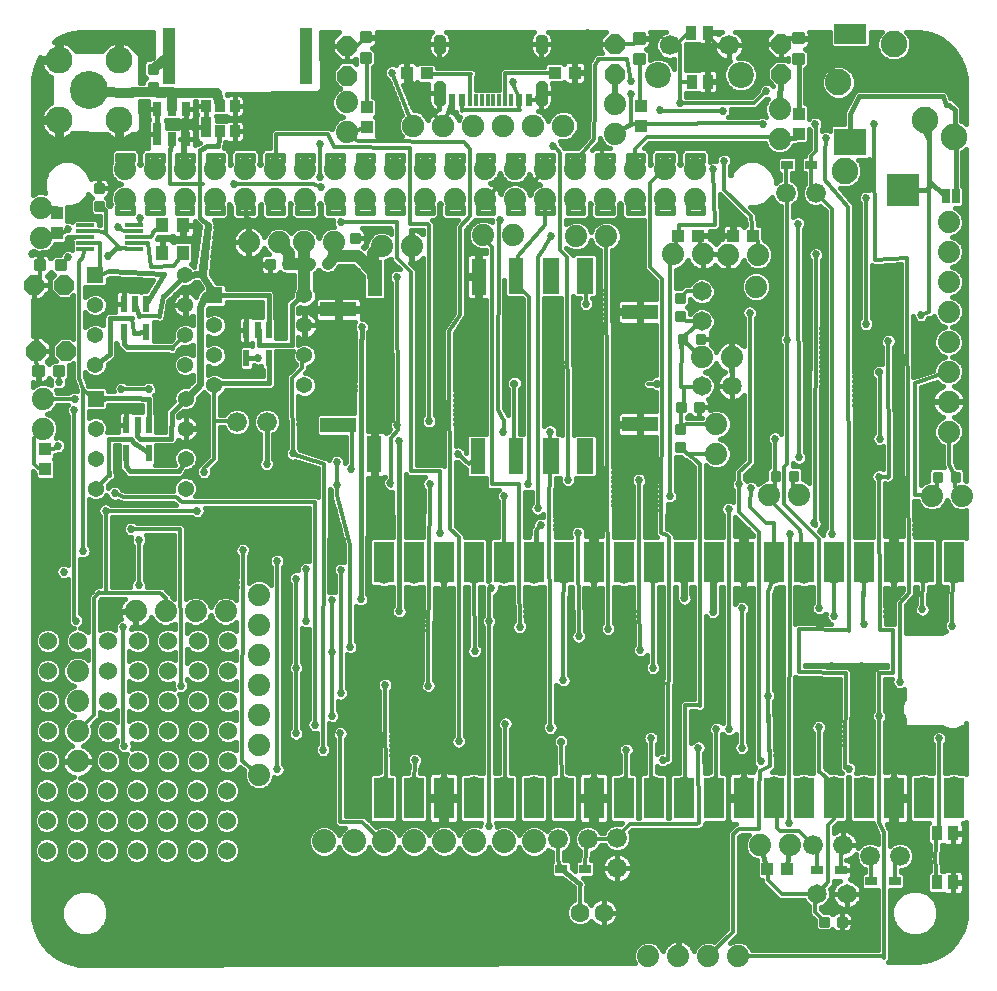
<source format=gtl>
G75*
%MOIN*%
%OFA0B0*%
%FSLAX25Y25*%
%IPPOS*%
%LPD*%
%AMOC8*
5,1,8,0,0,1.08239X$1,22.5*
%
%ADD10C,0.07400*%
%ADD11C,0.01800*%
%ADD12C,0.09000*%
%ADD13C,0.12661*%
%ADD14OC8,0.06600*%
%ADD15R,0.03937X0.04331*%
%ADD16C,0.05906*%
%ADD17R,0.06693X0.13780*%
%ADD18R,0.03543X0.04921*%
%ADD19C,0.06500*%
%ADD20C,0.06600*%
%ADD21R,0.05000X0.12000*%
%ADD22R,0.12000X0.05000*%
%ADD23R,0.05500X0.12000*%
%ADD24R,0.05600X0.12000*%
%ADD25R,0.05400X0.05400*%
%ADD26C,0.05400*%
%ADD27C,0.00875*%
%ADD28C,0.08850*%
%ADD29R,0.01181X0.03937*%
%ADD30R,0.02362X0.03937*%
%ADD31C,0.02975*%
%ADD32C,0.00039*%
%ADD33C,0.07500*%
%ADD34R,0.03937X0.03150*%
%ADD35C,0.01181*%
%ADD36C,0.08000*%
%ADD37R,0.02700X0.07700*%
%ADD38R,0.02700X0.04600*%
%ADD39R,0.03937X0.12992*%
%ADD40R,0.03189X0.06693*%
%ADD41R,0.03189X0.04134*%
%ADD42C,0.06299*%
%ADD43C,0.08661*%
%ADD44C,0.06693*%
%ADD45R,0.02500X0.05000*%
%ADD46R,0.06000X0.01300*%
%ADD47R,0.04134X0.05118*%
%ADD48R,0.11024X0.06661*%
%ADD49R,0.11024X0.09024*%
%ADD50R,0.11024X0.11024*%
%ADD51R,0.02200X0.05800*%
%ADD52C,0.01600*%
%ADD53C,0.02700*%
%ADD54C,0.02000*%
%ADD55C,0.01200*%
%ADD56C,0.04000*%
%ADD57C,0.02400*%
%ADD58C,0.03200*%
%ADD59C,0.03000*%
%ADD60OC8,0.02700*%
%ADD61C,0.06000*%
D10*
X0059835Y0099628D03*
X0059835Y0109628D03*
X0059835Y0119628D03*
X0059835Y0129628D03*
X0079135Y0149628D03*
X0089135Y0149628D03*
X0099135Y0149628D03*
X0109135Y0149628D03*
X0120235Y0145128D03*
X0120235Y0135128D03*
X0120235Y0125128D03*
X0120235Y0115128D03*
X0120235Y0105128D03*
X0120235Y0095128D03*
X0142035Y0072928D03*
X0152035Y0072928D03*
X0162035Y0072928D03*
X0172035Y0072928D03*
X0182035Y0072928D03*
X0192035Y0072928D03*
X0202035Y0072928D03*
X0212035Y0072928D03*
X0250035Y0034628D03*
X0260035Y0034628D03*
X0270035Y0034628D03*
X0280035Y0034628D03*
X0287335Y0071628D03*
X0297335Y0071628D03*
X0344635Y0188128D03*
X0354635Y0188128D03*
X0350135Y0209428D03*
X0350135Y0219428D03*
X0350135Y0229428D03*
X0350135Y0239428D03*
X0350135Y0249428D03*
X0350135Y0259428D03*
X0350135Y0269428D03*
X0350135Y0279428D03*
X0293785Y0307028D03*
X0293785Y0317028D03*
X0265645Y0297064D03*
X0255645Y0297064D03*
X0245645Y0297064D03*
X0235645Y0297064D03*
X0225645Y0297064D03*
X0215645Y0297064D03*
X0205645Y0297064D03*
X0195645Y0297064D03*
X0185645Y0297064D03*
X0175645Y0297064D03*
X0165645Y0297064D03*
X0155645Y0297064D03*
X0145645Y0297064D03*
X0135645Y0297064D03*
X0125645Y0297064D03*
X0115645Y0297064D03*
X0105645Y0297064D03*
X0095645Y0297064D03*
X0085645Y0297064D03*
X0075645Y0297064D03*
X0075645Y0287064D03*
X0085645Y0287064D03*
X0095645Y0287064D03*
X0105645Y0287064D03*
X0115645Y0287064D03*
X0125645Y0287064D03*
X0135645Y0287064D03*
X0145645Y0287064D03*
X0155645Y0287064D03*
X0165645Y0287064D03*
X0175645Y0287064D03*
X0185645Y0287064D03*
X0195645Y0287064D03*
X0205645Y0287064D03*
X0215645Y0287064D03*
X0225645Y0287064D03*
X0235645Y0287064D03*
X0245645Y0287064D03*
X0255645Y0287064D03*
X0265645Y0287064D03*
X0268335Y0268628D03*
X0276635Y0268528D03*
X0286635Y0268528D03*
X0285935Y0257828D03*
X0277835Y0234228D03*
X0267835Y0234228D03*
X0272735Y0212028D03*
X0272735Y0202028D03*
X0290435Y0188528D03*
X0300435Y0188528D03*
X0258335Y0268628D03*
X0236035Y0274728D03*
X0226035Y0274728D03*
X0205035Y0275028D03*
X0195035Y0275028D03*
X0171135Y0271228D03*
X0161135Y0271228D03*
X0145135Y0272728D03*
X0135135Y0272728D03*
X0126835Y0272628D03*
X0116835Y0272628D03*
X0149535Y0309278D03*
X0149535Y0319278D03*
X0171735Y0311528D03*
X0181735Y0311528D03*
X0191735Y0311528D03*
X0201735Y0311528D03*
X0211735Y0311528D03*
X0221735Y0311528D03*
X0238935Y0308828D03*
X0238935Y0318828D03*
X0120235Y0155128D03*
X0048335Y0210528D03*
X0048335Y0220528D03*
X0047735Y0274128D03*
X0047735Y0284128D03*
D11*
X0073045Y0282464D02*
X0078245Y0282464D01*
X0073045Y0282464D02*
X0073045Y0284264D01*
X0078245Y0284264D01*
X0078245Y0282464D01*
X0078245Y0284263D02*
X0073045Y0284263D01*
X0083045Y0282464D02*
X0088245Y0282464D01*
X0083045Y0282464D02*
X0083045Y0284264D01*
X0088245Y0284264D01*
X0088245Y0282464D01*
X0088245Y0284263D02*
X0083045Y0284263D01*
X0092845Y0282464D02*
X0098045Y0282464D01*
X0092845Y0282464D02*
X0092845Y0284264D01*
X0098045Y0284264D01*
X0098045Y0282464D01*
X0098045Y0284263D02*
X0092845Y0284263D01*
X0102945Y0282464D02*
X0108145Y0282464D01*
X0102945Y0282464D02*
X0102945Y0284264D01*
X0108145Y0284264D01*
X0108145Y0282464D01*
X0108145Y0284263D02*
X0102945Y0284263D01*
X0113145Y0282464D02*
X0118345Y0282464D01*
X0113145Y0282464D02*
X0113145Y0284264D01*
X0118345Y0284264D01*
X0118345Y0282464D01*
X0118345Y0284263D02*
X0113145Y0284263D01*
X0123145Y0282464D02*
X0128345Y0282464D01*
X0123145Y0282464D02*
X0123145Y0284264D01*
X0128345Y0284264D01*
X0128345Y0282464D01*
X0128345Y0284263D02*
X0123145Y0284263D01*
X0133045Y0282464D02*
X0138245Y0282464D01*
X0133045Y0282464D02*
X0133045Y0284264D01*
X0138245Y0284264D01*
X0138245Y0282464D01*
X0138245Y0284263D02*
X0133045Y0284263D01*
X0143145Y0282464D02*
X0148345Y0282464D01*
X0143145Y0282464D02*
X0143145Y0284264D01*
X0148345Y0284264D01*
X0148345Y0282464D01*
X0148345Y0284263D02*
X0143145Y0284263D01*
X0153045Y0282464D02*
X0158245Y0282464D01*
X0153045Y0282464D02*
X0153045Y0284264D01*
X0158245Y0284264D01*
X0158245Y0282464D01*
X0158245Y0284263D02*
X0153045Y0284263D01*
X0163045Y0282464D02*
X0168245Y0282464D01*
X0163045Y0282464D02*
X0163045Y0284264D01*
X0168245Y0284264D01*
X0168245Y0282464D01*
X0168245Y0284263D02*
X0163045Y0284263D01*
X0172945Y0282464D02*
X0178145Y0282464D01*
X0172945Y0282464D02*
X0172945Y0284264D01*
X0178145Y0284264D01*
X0178145Y0282464D01*
X0178145Y0284263D02*
X0172945Y0284263D01*
X0182945Y0282464D02*
X0188145Y0282464D01*
X0182945Y0282464D02*
X0182945Y0284264D01*
X0188145Y0284264D01*
X0188145Y0282464D01*
X0188145Y0284263D02*
X0182945Y0284263D01*
X0193145Y0282464D02*
X0198345Y0282464D01*
X0193145Y0282464D02*
X0193145Y0284264D01*
X0198345Y0284264D01*
X0198345Y0282464D01*
X0198345Y0284263D02*
X0193145Y0284263D01*
X0203145Y0282464D02*
X0208345Y0282464D01*
X0203145Y0282464D02*
X0203145Y0284264D01*
X0208345Y0284264D01*
X0208345Y0282464D01*
X0208345Y0284263D02*
X0203145Y0284263D01*
X0212945Y0282464D02*
X0218145Y0282464D01*
X0212945Y0282464D02*
X0212945Y0284264D01*
X0218145Y0284264D01*
X0218145Y0282464D01*
X0218145Y0284263D02*
X0212945Y0284263D01*
X0223145Y0282464D02*
X0228345Y0282464D01*
X0223145Y0282464D02*
X0223145Y0284264D01*
X0228345Y0284264D01*
X0228345Y0282464D01*
X0228345Y0284263D02*
X0223145Y0284263D01*
X0232945Y0282464D02*
X0238145Y0282464D01*
X0232945Y0282464D02*
X0232945Y0284264D01*
X0238145Y0284264D01*
X0238145Y0282464D01*
X0238145Y0284263D02*
X0232945Y0284263D01*
X0243145Y0282464D02*
X0248345Y0282464D01*
X0243145Y0282464D02*
X0243145Y0284264D01*
X0248345Y0284264D01*
X0248345Y0282464D01*
X0248345Y0284263D02*
X0243145Y0284263D01*
X0252945Y0282464D02*
X0258145Y0282464D01*
X0252945Y0282464D02*
X0252945Y0284264D01*
X0258145Y0284264D01*
X0258145Y0282464D01*
X0258145Y0284263D02*
X0252945Y0284263D01*
X0263145Y0282464D02*
X0268345Y0282464D01*
X0263145Y0282464D02*
X0263145Y0284264D01*
X0268345Y0284264D01*
X0268345Y0282464D01*
X0268345Y0284263D02*
X0263145Y0284263D01*
X0263045Y0299864D02*
X0268245Y0299864D01*
X0263045Y0299864D02*
X0263045Y0301664D01*
X0268245Y0301664D01*
X0268245Y0299864D01*
X0268245Y0301663D02*
X0263045Y0301663D01*
X0258245Y0299864D02*
X0253045Y0299864D01*
X0253045Y0301664D01*
X0258245Y0301664D01*
X0258245Y0299864D01*
X0258245Y0301663D02*
X0253045Y0301663D01*
X0248345Y0299864D02*
X0243145Y0299864D01*
X0243145Y0301664D01*
X0248345Y0301664D01*
X0248345Y0299864D01*
X0248345Y0301663D02*
X0243145Y0301663D01*
X0238245Y0299864D02*
X0233045Y0299864D01*
X0233045Y0301664D01*
X0238245Y0301664D01*
X0238245Y0299864D01*
X0238245Y0301663D02*
X0233045Y0301663D01*
X0228245Y0299864D02*
X0223045Y0299864D01*
X0223045Y0301664D01*
X0228245Y0301664D01*
X0228245Y0299864D01*
X0228245Y0301663D02*
X0223045Y0301663D01*
X0218245Y0299864D02*
X0213045Y0299864D01*
X0213045Y0301664D01*
X0218245Y0301664D01*
X0218245Y0299864D01*
X0218245Y0301663D02*
X0213045Y0301663D01*
X0208345Y0299864D02*
X0203145Y0299864D01*
X0203145Y0301664D01*
X0208345Y0301664D01*
X0208345Y0299864D01*
X0208345Y0301663D02*
X0203145Y0301663D01*
X0198345Y0299864D02*
X0193145Y0299864D01*
X0193145Y0301664D01*
X0198345Y0301664D01*
X0198345Y0299864D01*
X0198345Y0301663D02*
X0193145Y0301663D01*
X0188145Y0299864D02*
X0182945Y0299864D01*
X0182945Y0301664D01*
X0188145Y0301664D01*
X0188145Y0299864D01*
X0188145Y0301663D02*
X0182945Y0301663D01*
X0178145Y0299864D02*
X0172945Y0299864D01*
X0172945Y0301664D01*
X0178145Y0301664D01*
X0178145Y0299864D01*
X0178145Y0301663D02*
X0172945Y0301663D01*
X0168145Y0299864D02*
X0162945Y0299864D01*
X0162945Y0301664D01*
X0168145Y0301664D01*
X0168145Y0299864D01*
X0168145Y0301663D02*
X0162945Y0301663D01*
X0158345Y0299864D02*
X0153145Y0299864D01*
X0153145Y0301664D01*
X0158345Y0301664D01*
X0158345Y0299864D01*
X0158345Y0301663D02*
X0153145Y0301663D01*
X0148145Y0299864D02*
X0142945Y0299864D01*
X0142945Y0301664D01*
X0148145Y0301664D01*
X0148145Y0299864D01*
X0148145Y0301663D02*
X0142945Y0301663D01*
X0138245Y0299864D02*
X0133045Y0299864D01*
X0133045Y0301664D01*
X0138245Y0301664D01*
X0138245Y0299864D01*
X0138245Y0301663D02*
X0133045Y0301663D01*
X0128245Y0299864D02*
X0123045Y0299864D01*
X0123045Y0301664D01*
X0128245Y0301664D01*
X0128245Y0299864D01*
X0128245Y0301663D02*
X0123045Y0301663D01*
X0118245Y0299864D02*
X0113045Y0299864D01*
X0113045Y0301664D01*
X0118245Y0301664D01*
X0118245Y0299864D01*
X0118245Y0301663D02*
X0113045Y0301663D01*
X0108345Y0299864D02*
X0103145Y0299864D01*
X0103145Y0301664D01*
X0108345Y0301664D01*
X0108345Y0299864D01*
X0108345Y0301663D02*
X0103145Y0301663D01*
X0098245Y0299864D02*
X0093045Y0299864D01*
X0093045Y0301664D01*
X0098245Y0301664D01*
X0098245Y0299864D01*
X0098245Y0301663D02*
X0093045Y0301663D01*
X0088245Y0299864D02*
X0083045Y0299864D01*
X0083045Y0301664D01*
X0088245Y0301664D01*
X0088245Y0299864D01*
X0088245Y0301663D02*
X0083045Y0301663D01*
X0078295Y0299914D02*
X0073095Y0299914D01*
X0073095Y0301714D01*
X0078295Y0301714D01*
X0078295Y0299914D01*
X0078295Y0301713D02*
X0073095Y0301713D01*
D12*
X0073627Y0313334D03*
X0053627Y0313334D03*
X0053627Y0333334D03*
X0073627Y0333334D03*
D13*
X0063627Y0323334D03*
D14*
X0055435Y0258528D03*
X0045435Y0258528D03*
X0045835Y0236428D03*
X0055835Y0236428D03*
X0149635Y0328178D03*
X0149635Y0338178D03*
X0238885Y0338728D03*
X0238885Y0328728D03*
X0294235Y0328828D03*
X0294235Y0338828D03*
D15*
X0300135Y0315474D03*
X0300135Y0308781D03*
X0284981Y0274828D03*
X0278288Y0274828D03*
X0266781Y0274828D03*
X0260088Y0274828D03*
X0247635Y0311481D03*
X0247635Y0318174D03*
X0225481Y0329128D03*
X0218788Y0329128D03*
X0176181Y0328928D03*
X0169488Y0328928D03*
X0156135Y0317574D03*
X0156135Y0310881D03*
X0052835Y0282274D03*
X0052835Y0275581D03*
X0049035Y0203574D03*
X0049035Y0196881D03*
X0289488Y0063628D03*
X0296181Y0063628D03*
D16*
X0291835Y0091728D03*
X0281835Y0091728D03*
X0271835Y0091728D03*
X0261835Y0091728D03*
X0251835Y0091728D03*
X0241835Y0091728D03*
X0231835Y0091728D03*
X0221835Y0091728D03*
X0211835Y0091728D03*
X0201835Y0091728D03*
X0191835Y0091728D03*
X0181835Y0091728D03*
X0171835Y0091728D03*
X0161835Y0091728D03*
X0161835Y0161728D03*
X0171835Y0161728D03*
X0181835Y0161728D03*
X0191835Y0161728D03*
X0201835Y0161728D03*
X0211835Y0161728D03*
X0221835Y0161728D03*
X0231835Y0161728D03*
X0241835Y0161728D03*
X0251835Y0161728D03*
X0261835Y0161728D03*
X0271835Y0161728D03*
X0281835Y0161728D03*
X0291835Y0161728D03*
X0301835Y0161728D03*
X0311835Y0161728D03*
X0321835Y0161728D03*
X0331835Y0161728D03*
X0341835Y0161728D03*
X0351835Y0161728D03*
X0351835Y0091728D03*
X0341835Y0091728D03*
X0331835Y0091728D03*
X0321835Y0091728D03*
X0311835Y0091728D03*
X0301835Y0091728D03*
D17*
X0301835Y0087358D03*
X0311835Y0087358D03*
X0321835Y0087358D03*
X0331835Y0087358D03*
X0341835Y0087358D03*
X0351835Y0087358D03*
X0291835Y0087358D03*
X0281835Y0087358D03*
X0271835Y0087358D03*
X0261835Y0087358D03*
X0251835Y0087358D03*
X0241835Y0087358D03*
X0231835Y0087358D03*
X0221835Y0087358D03*
X0211835Y0087358D03*
X0201835Y0087358D03*
X0191835Y0087358D03*
X0181835Y0087358D03*
X0171835Y0087358D03*
X0161835Y0087358D03*
X0161835Y0166098D03*
X0171835Y0166098D03*
X0181835Y0166098D03*
X0191835Y0166098D03*
X0201835Y0166098D03*
X0211835Y0166098D03*
X0221835Y0166098D03*
X0231835Y0166098D03*
X0241835Y0166098D03*
X0251835Y0166098D03*
X0261835Y0166098D03*
X0271835Y0166098D03*
X0281835Y0166098D03*
X0291835Y0166098D03*
X0301835Y0166098D03*
X0311835Y0166098D03*
X0321835Y0166098D03*
X0331835Y0166098D03*
X0341835Y0166098D03*
X0351835Y0166098D03*
D18*
X0351597Y0075594D03*
X0346243Y0075594D03*
X0346282Y0059255D03*
X0351597Y0059255D03*
X0269797Y0326155D03*
X0264482Y0326155D03*
X0264443Y0342494D03*
X0269797Y0342494D03*
D19*
X0267835Y0256228D03*
X0267835Y0246228D03*
X0267835Y0224728D03*
X0277835Y0224728D03*
X0306135Y0055328D03*
X0316135Y0055328D03*
D20*
X0324035Y0068028D03*
X0315035Y0071628D03*
X0305035Y0071628D03*
X0334035Y0068028D03*
X0239635Y0064028D03*
X0239635Y0074028D03*
X0229935Y0073628D03*
X0219935Y0073628D03*
X0122935Y0212828D03*
X0112935Y0212828D03*
X0295835Y0289028D03*
X0305835Y0289028D03*
D21*
X0206004Y0261279D03*
X0193504Y0261169D03*
X0158788Y0260736D03*
X0158669Y0201932D03*
X0193189Y0201432D03*
X0206009Y0201432D03*
D22*
X0247268Y0211932D03*
X0247287Y0249432D03*
X0146768Y0250236D03*
X0146748Y0211736D03*
D23*
X0217528Y0201432D03*
X0229048Y0201432D03*
X0217504Y0261389D03*
D24*
X0229004Y0261499D03*
D25*
X0105435Y0254928D03*
X0065735Y0261728D03*
X0065835Y0220528D03*
D26*
X0065835Y0210528D03*
X0065835Y0200528D03*
X0065835Y0190528D03*
X0095835Y0190528D03*
X0095835Y0200528D03*
X0095835Y0210528D03*
X0095835Y0220528D03*
X0105435Y0224928D03*
X0105435Y0234928D03*
X0105435Y0244928D03*
X0095735Y0241728D03*
X0095735Y0231728D03*
X0095735Y0251728D03*
X0095735Y0261728D03*
X0065735Y0251728D03*
X0065735Y0241728D03*
X0065735Y0231728D03*
X0135435Y0234928D03*
X0135435Y0244928D03*
X0135435Y0254928D03*
X0135435Y0224928D03*
D27*
X0131348Y0263915D02*
X0128722Y0263915D01*
X0128722Y0266541D01*
X0131348Y0266541D01*
X0131348Y0263915D01*
X0131348Y0264789D02*
X0128722Y0264789D01*
X0128722Y0265663D02*
X0131348Y0265663D01*
X0131348Y0266537D02*
X0128722Y0266537D01*
X0125348Y0263915D02*
X0122722Y0263915D01*
X0122722Y0266541D01*
X0125348Y0266541D01*
X0125348Y0263915D01*
X0125348Y0264789D02*
X0122722Y0264789D01*
X0122722Y0265663D02*
X0125348Y0265663D01*
X0125348Y0266537D02*
X0122722Y0266537D01*
X0135822Y0266841D02*
X0138448Y0266841D01*
X0138448Y0264215D01*
X0135822Y0264215D01*
X0135822Y0266841D01*
X0135822Y0265089D02*
X0138448Y0265089D01*
X0138448Y0265963D02*
X0135822Y0265963D01*
X0135822Y0266837D02*
X0138448Y0266837D01*
X0141822Y0266841D02*
X0144448Y0266841D01*
X0144448Y0264215D01*
X0141822Y0264215D01*
X0141822Y0266841D01*
X0141822Y0265089D02*
X0144448Y0265089D01*
X0144448Y0265963D02*
X0141822Y0265963D01*
X0141822Y0266837D02*
X0144448Y0266837D01*
X0151022Y0266715D02*
X0151022Y0269341D01*
X0153648Y0269341D01*
X0153648Y0266715D01*
X0151022Y0266715D01*
X0151022Y0267589D02*
X0153648Y0267589D01*
X0153648Y0268463D02*
X0151022Y0268463D01*
X0151022Y0269337D02*
X0153648Y0269337D01*
X0151022Y0272715D02*
X0151022Y0275341D01*
X0153648Y0275341D01*
X0153648Y0272715D01*
X0151022Y0272715D01*
X0151022Y0273589D02*
X0153648Y0273589D01*
X0153648Y0274463D02*
X0151022Y0274463D01*
X0151022Y0275337D02*
X0153648Y0275337D01*
X0083522Y0323115D02*
X0083522Y0325741D01*
X0086148Y0325741D01*
X0086148Y0323115D01*
X0083522Y0323115D01*
X0083522Y0323989D02*
X0086148Y0323989D01*
X0086148Y0324863D02*
X0083522Y0324863D01*
X0083522Y0325737D02*
X0086148Y0325737D01*
X0083522Y0329115D02*
X0083522Y0331741D01*
X0086148Y0331741D01*
X0086148Y0329115D01*
X0083522Y0329115D01*
X0083522Y0329989D02*
X0086148Y0329989D01*
X0086148Y0330863D02*
X0083522Y0330863D01*
X0083522Y0331737D02*
X0086148Y0331737D01*
X0065622Y0291941D02*
X0065622Y0289315D01*
X0065622Y0291941D02*
X0068248Y0291941D01*
X0068248Y0289315D01*
X0065622Y0289315D01*
X0065622Y0290189D02*
X0068248Y0290189D01*
X0068248Y0291063D02*
X0065622Y0291063D01*
X0065622Y0291937D02*
X0068248Y0291937D01*
X0065622Y0285941D02*
X0065622Y0283315D01*
X0065622Y0285941D02*
X0068248Y0285941D01*
X0068248Y0283315D01*
X0065622Y0283315D01*
X0065622Y0284189D02*
X0068248Y0284189D01*
X0068248Y0285063D02*
X0065622Y0285063D01*
X0065622Y0285937D02*
X0068248Y0285937D01*
X0259422Y0255441D02*
X0259422Y0252815D01*
X0259422Y0255441D02*
X0262048Y0255441D01*
X0262048Y0252815D01*
X0259422Y0252815D01*
X0259422Y0253689D02*
X0262048Y0253689D01*
X0262048Y0254563D02*
X0259422Y0254563D01*
X0259422Y0255437D02*
X0262048Y0255437D01*
X0259422Y0249441D02*
X0259422Y0246815D01*
X0259422Y0249441D02*
X0262048Y0249441D01*
X0262048Y0246815D01*
X0259422Y0246815D01*
X0259422Y0247689D02*
X0262048Y0247689D01*
X0262048Y0248563D02*
X0259422Y0248563D01*
X0259422Y0249437D02*
X0262048Y0249437D01*
X0262748Y0239115D02*
X0260122Y0239115D01*
X0260122Y0241741D01*
X0262748Y0241741D01*
X0262748Y0239115D01*
X0262748Y0239989D02*
X0260122Y0239989D01*
X0260122Y0240863D02*
X0262748Y0240863D01*
X0262748Y0241737D02*
X0260122Y0241737D01*
X0266122Y0239115D02*
X0268748Y0239115D01*
X0266122Y0239115D02*
X0266122Y0241741D01*
X0268748Y0241741D01*
X0268748Y0239115D01*
X0268748Y0239989D02*
X0266122Y0239989D01*
X0266122Y0240863D02*
X0268748Y0240863D01*
X0268748Y0241737D02*
X0266122Y0241737D01*
X0265622Y0218941D02*
X0268248Y0218941D01*
X0268248Y0216315D01*
X0265622Y0216315D01*
X0265622Y0218941D01*
X0265622Y0217189D02*
X0268248Y0217189D01*
X0268248Y0218063D02*
X0265622Y0218063D01*
X0265622Y0218937D02*
X0268248Y0218937D01*
X0262248Y0218941D02*
X0259622Y0218941D01*
X0262248Y0218941D02*
X0262248Y0216315D01*
X0259622Y0216315D01*
X0259622Y0218941D01*
X0259622Y0217189D02*
X0262248Y0217189D01*
X0262248Y0218063D02*
X0259622Y0218063D01*
X0259622Y0218937D02*
X0262248Y0218937D01*
X0259422Y0211541D02*
X0259422Y0208915D01*
X0259422Y0211541D02*
X0262048Y0211541D01*
X0262048Y0208915D01*
X0259422Y0208915D01*
X0259422Y0209789D02*
X0262048Y0209789D01*
X0262048Y0210663D02*
X0259422Y0210663D01*
X0259422Y0211537D02*
X0262048Y0211537D01*
X0259422Y0205541D02*
X0259422Y0202915D01*
X0259422Y0205541D02*
X0262048Y0205541D01*
X0262048Y0202915D01*
X0259422Y0202915D01*
X0259422Y0203789D02*
X0262048Y0203789D01*
X0262048Y0204663D02*
X0259422Y0204663D01*
X0259422Y0205537D02*
X0262048Y0205537D01*
X0291122Y0193515D02*
X0293748Y0193515D01*
X0291122Y0193515D02*
X0291122Y0196141D01*
X0293748Y0196141D01*
X0293748Y0193515D01*
X0293748Y0194389D02*
X0291122Y0194389D01*
X0291122Y0195263D02*
X0293748Y0195263D01*
X0293748Y0196137D02*
X0291122Y0196137D01*
X0297122Y0193515D02*
X0299748Y0193515D01*
X0297122Y0193515D02*
X0297122Y0196141D01*
X0299748Y0196141D01*
X0299748Y0193515D01*
X0299748Y0194389D02*
X0297122Y0194389D01*
X0297122Y0195263D02*
X0299748Y0195263D01*
X0299748Y0196137D02*
X0297122Y0196137D01*
X0345122Y0193115D02*
X0347748Y0193115D01*
X0345122Y0193115D02*
X0345122Y0195741D01*
X0347748Y0195741D01*
X0347748Y0193115D01*
X0347748Y0193989D02*
X0345122Y0193989D01*
X0345122Y0194863D02*
X0347748Y0194863D01*
X0347748Y0195737D02*
X0345122Y0195737D01*
X0351122Y0193115D02*
X0353748Y0193115D01*
X0351122Y0193115D02*
X0351122Y0195741D01*
X0353748Y0195741D01*
X0353748Y0193115D01*
X0353748Y0193989D02*
X0351122Y0193989D01*
X0351122Y0194863D02*
X0353748Y0194863D01*
X0353748Y0195737D02*
X0351122Y0195737D01*
X0315948Y0047441D02*
X0313322Y0047441D01*
X0315948Y0047441D02*
X0315948Y0044815D01*
X0313322Y0044815D01*
X0313322Y0047441D01*
X0313322Y0045689D02*
X0315948Y0045689D01*
X0315948Y0046563D02*
X0313322Y0046563D01*
X0313322Y0047437D02*
X0315948Y0047437D01*
X0309948Y0047441D02*
X0307322Y0047441D01*
X0309948Y0047441D02*
X0309948Y0044815D01*
X0307322Y0044815D01*
X0307322Y0047441D01*
X0307322Y0045689D02*
X0309948Y0045689D01*
X0309948Y0046563D02*
X0307322Y0046563D01*
X0307322Y0047437D02*
X0309948Y0047437D01*
D28*
X0315535Y0296428D03*
X0313435Y0325928D03*
X0331935Y0338728D03*
X0342135Y0313328D03*
X0352035Y0307828D03*
D29*
X0204325Y0319966D03*
X0202356Y0319966D03*
X0200387Y0319966D03*
X0198419Y0319966D03*
X0196450Y0319966D03*
X0194482Y0319966D03*
X0192513Y0319966D03*
X0190545Y0319966D03*
D30*
X0187789Y0319966D03*
X0184738Y0319966D03*
X0207080Y0319966D03*
X0210132Y0319966D03*
D31*
X0214435Y0320743D02*
X0214435Y0323717D01*
X0214435Y0337199D02*
X0214435Y0340174D01*
X0180435Y0340174D02*
X0180435Y0337199D01*
X0180435Y0323717D02*
X0180435Y0320743D01*
D32*
X0182403Y0320757D02*
X0178466Y0320757D01*
X0178466Y0320795D02*
X0182403Y0320795D01*
X0182403Y0320833D02*
X0178466Y0320833D01*
X0178466Y0320870D02*
X0182403Y0320870D01*
X0182403Y0320908D02*
X0178466Y0320908D01*
X0178466Y0320946D02*
X0182403Y0320946D01*
X0182403Y0320984D02*
X0178466Y0320984D01*
X0178466Y0321022D02*
X0182403Y0321022D01*
X0182403Y0321060D02*
X0178466Y0321060D01*
X0178466Y0321098D02*
X0182403Y0321098D01*
X0182403Y0321136D02*
X0178466Y0321136D01*
X0178466Y0321173D02*
X0182403Y0321173D01*
X0182403Y0321211D02*
X0178466Y0321211D01*
X0178466Y0321249D02*
X0182403Y0321249D01*
X0182403Y0321287D02*
X0178466Y0321287D01*
X0178466Y0321325D02*
X0182403Y0321325D01*
X0182403Y0321363D02*
X0178466Y0321363D01*
X0178466Y0321401D02*
X0182403Y0321401D01*
X0182403Y0321439D02*
X0178466Y0321439D01*
X0178466Y0321477D02*
X0182403Y0321477D01*
X0182403Y0321514D02*
X0178466Y0321514D01*
X0178466Y0321552D02*
X0182403Y0321552D01*
X0182403Y0321590D02*
X0178466Y0321590D01*
X0178466Y0321628D02*
X0182403Y0321628D01*
X0182403Y0321666D02*
X0178466Y0321666D01*
X0178466Y0321704D02*
X0182403Y0321704D01*
X0182403Y0321742D02*
X0178466Y0321742D01*
X0178466Y0321780D02*
X0182403Y0321780D01*
X0182403Y0321817D02*
X0178466Y0321817D01*
X0178466Y0321855D02*
X0182403Y0321855D01*
X0182403Y0321893D02*
X0178466Y0321893D01*
X0178466Y0321931D02*
X0182403Y0321931D01*
X0182403Y0321969D02*
X0178466Y0321969D01*
X0178466Y0322007D02*
X0182403Y0322007D01*
X0182403Y0322045D02*
X0178466Y0322045D01*
X0178466Y0322083D02*
X0182403Y0322083D01*
X0182403Y0322121D02*
X0178466Y0322121D01*
X0178466Y0322158D02*
X0182403Y0322158D01*
X0182403Y0322196D02*
X0178466Y0322196D01*
X0178466Y0322234D02*
X0182403Y0322234D01*
X0182403Y0322272D02*
X0178466Y0322272D01*
X0178466Y0322310D02*
X0182403Y0322310D01*
X0182403Y0322348D02*
X0178466Y0322348D01*
X0178466Y0322386D02*
X0182403Y0322386D01*
X0182403Y0322424D02*
X0178466Y0322424D01*
X0178466Y0322461D02*
X0182403Y0322461D01*
X0182403Y0322499D02*
X0178466Y0322499D01*
X0178466Y0322537D02*
X0182403Y0322537D01*
X0182403Y0322575D02*
X0178466Y0322575D01*
X0178466Y0322613D02*
X0182403Y0322613D01*
X0182403Y0322651D02*
X0178466Y0322651D01*
X0178466Y0322689D02*
X0182403Y0322689D01*
X0182403Y0322727D02*
X0178466Y0322727D01*
X0178466Y0322764D02*
X0182403Y0322764D01*
X0182403Y0322802D02*
X0178466Y0322802D01*
X0178466Y0322840D02*
X0182403Y0322840D01*
X0182403Y0322878D02*
X0178466Y0322878D01*
X0178466Y0322916D02*
X0182403Y0322916D01*
X0182403Y0322954D02*
X0178466Y0322954D01*
X0178466Y0322992D02*
X0182403Y0322992D01*
X0182403Y0323030D02*
X0178466Y0323030D01*
X0178466Y0323068D02*
X0182403Y0323068D01*
X0182403Y0323105D02*
X0178466Y0323105D01*
X0178466Y0323143D02*
X0182403Y0323143D01*
X0182403Y0323181D02*
X0178466Y0323181D01*
X0178466Y0323219D02*
X0182403Y0323219D01*
X0182403Y0323257D02*
X0178466Y0323257D01*
X0178466Y0323295D02*
X0182403Y0323295D01*
X0182403Y0323333D02*
X0178466Y0323333D01*
X0178466Y0323371D02*
X0182403Y0323371D01*
X0182403Y0323408D02*
X0178466Y0323408D01*
X0178466Y0323446D02*
X0182403Y0323446D01*
X0182403Y0323484D02*
X0178466Y0323484D01*
X0178466Y0323522D02*
X0182403Y0323522D01*
X0182403Y0323560D02*
X0178466Y0323560D01*
X0178466Y0323598D02*
X0182403Y0323598D01*
X0182403Y0323636D02*
X0178466Y0323636D01*
X0178466Y0323674D02*
X0182403Y0323674D01*
X0182403Y0323712D02*
X0178466Y0323712D01*
X0178466Y0323749D02*
X0182403Y0323749D01*
X0182403Y0323787D02*
X0178466Y0323787D01*
X0178466Y0323825D02*
X0182403Y0323825D01*
X0182403Y0323863D02*
X0178466Y0323863D01*
X0178466Y0323901D02*
X0182403Y0323901D01*
X0182403Y0323939D02*
X0178466Y0323939D01*
X0178466Y0323977D02*
X0182403Y0323977D01*
X0182403Y0324015D02*
X0178466Y0324015D01*
X0178466Y0324052D02*
X0182403Y0324052D01*
X0182403Y0324090D02*
X0178466Y0324090D01*
X0178466Y0324128D02*
X0182403Y0324128D01*
X0182403Y0324166D02*
X0178466Y0324166D01*
X0178466Y0324204D02*
X0182403Y0324204D01*
X0182403Y0324242D02*
X0178466Y0324242D01*
X0178466Y0324280D02*
X0182403Y0324280D01*
X0182403Y0324318D02*
X0178466Y0324318D01*
X0178466Y0324356D02*
X0182403Y0324356D01*
X0182403Y0324393D02*
X0178466Y0324393D01*
X0178466Y0324395D02*
X0178516Y0324833D01*
X0178661Y0325249D01*
X0178896Y0325623D01*
X0179207Y0325934D01*
X0179581Y0326169D01*
X0179997Y0326315D01*
X0180435Y0326364D01*
X0180873Y0326315D01*
X0181289Y0326169D01*
X0181662Y0325934D01*
X0181974Y0325623D01*
X0182208Y0325249D01*
X0182354Y0324833D01*
X0182403Y0324395D01*
X0182403Y0320065D01*
X0182354Y0319627D01*
X0182208Y0319211D01*
X0181974Y0318837D01*
X0181662Y0318526D01*
X0181289Y0318291D01*
X0180873Y0318146D01*
X0180435Y0318096D01*
X0179997Y0318146D01*
X0179581Y0318291D01*
X0179207Y0318526D01*
X0178896Y0318837D01*
X0178661Y0319211D01*
X0178516Y0319627D01*
X0178466Y0320065D01*
X0178466Y0324395D01*
X0178470Y0324431D02*
X0182399Y0324431D01*
X0182395Y0324469D02*
X0178475Y0324469D01*
X0178479Y0324507D02*
X0182391Y0324507D01*
X0182386Y0324545D02*
X0178483Y0324545D01*
X0178487Y0324583D02*
X0182382Y0324583D01*
X0182378Y0324621D02*
X0178492Y0324621D01*
X0178496Y0324659D02*
X0182374Y0324659D01*
X0182369Y0324696D02*
X0178500Y0324696D01*
X0178504Y0324734D02*
X0182365Y0324734D01*
X0182361Y0324772D02*
X0178509Y0324772D01*
X0178513Y0324810D02*
X0182357Y0324810D01*
X0182349Y0324848D02*
X0178521Y0324848D01*
X0178534Y0324886D02*
X0182336Y0324886D01*
X0182322Y0324924D02*
X0178547Y0324924D01*
X0178560Y0324962D02*
X0182309Y0324962D01*
X0182296Y0324999D02*
X0178574Y0324999D01*
X0178587Y0325037D02*
X0182283Y0325037D01*
X0182269Y0325075D02*
X0178600Y0325075D01*
X0178613Y0325113D02*
X0182256Y0325113D01*
X0182243Y0325151D02*
X0178627Y0325151D01*
X0178640Y0325189D02*
X0182229Y0325189D01*
X0182216Y0325227D02*
X0178653Y0325227D01*
X0178671Y0325265D02*
X0182199Y0325265D01*
X0182175Y0325303D02*
X0178695Y0325303D01*
X0178718Y0325340D02*
X0182151Y0325340D01*
X0182127Y0325378D02*
X0178742Y0325378D01*
X0178766Y0325416D02*
X0182104Y0325416D01*
X0182080Y0325454D02*
X0178790Y0325454D01*
X0178814Y0325492D02*
X0182056Y0325492D01*
X0182032Y0325530D02*
X0178837Y0325530D01*
X0178861Y0325568D02*
X0182008Y0325568D01*
X0181985Y0325606D02*
X0178885Y0325606D01*
X0178916Y0325643D02*
X0181953Y0325643D01*
X0181915Y0325681D02*
X0178954Y0325681D01*
X0178992Y0325719D02*
X0181877Y0325719D01*
X0181839Y0325757D02*
X0179030Y0325757D01*
X0179068Y0325795D02*
X0181801Y0325795D01*
X0181764Y0325833D02*
X0179106Y0325833D01*
X0179144Y0325871D02*
X0181726Y0325871D01*
X0181688Y0325909D02*
X0179182Y0325909D01*
X0179227Y0325947D02*
X0181643Y0325947D01*
X0181582Y0325984D02*
X0179287Y0325984D01*
X0179347Y0326022D02*
X0181522Y0326022D01*
X0181462Y0326060D02*
X0179408Y0326060D01*
X0179468Y0326098D02*
X0181402Y0326098D01*
X0181341Y0326136D02*
X0179528Y0326136D01*
X0179595Y0326174D02*
X0181275Y0326174D01*
X0181167Y0326212D02*
X0179703Y0326212D01*
X0179811Y0326250D02*
X0181058Y0326250D01*
X0180950Y0326287D02*
X0179919Y0326287D01*
X0180093Y0326325D02*
X0180777Y0326325D01*
X0180440Y0326363D02*
X0180429Y0326363D01*
X0178466Y0320719D02*
X0182403Y0320719D01*
X0182403Y0320681D02*
X0178466Y0320681D01*
X0178466Y0320643D02*
X0182403Y0320643D01*
X0182403Y0320605D02*
X0178466Y0320605D01*
X0178466Y0320567D02*
X0182403Y0320567D01*
X0182403Y0320529D02*
X0178466Y0320529D01*
X0178466Y0320492D02*
X0182403Y0320492D01*
X0182403Y0320454D02*
X0178466Y0320454D01*
X0178466Y0320416D02*
X0182403Y0320416D01*
X0182403Y0320378D02*
X0178466Y0320378D01*
X0178466Y0320340D02*
X0182403Y0320340D01*
X0182403Y0320302D02*
X0178466Y0320302D01*
X0178466Y0320264D02*
X0182403Y0320264D01*
X0182403Y0320226D02*
X0178466Y0320226D01*
X0178466Y0320189D02*
X0182403Y0320189D01*
X0182403Y0320151D02*
X0178466Y0320151D01*
X0178466Y0320113D02*
X0182403Y0320113D01*
X0182403Y0320075D02*
X0178466Y0320075D01*
X0178469Y0320037D02*
X0182400Y0320037D01*
X0182396Y0319999D02*
X0178474Y0319999D01*
X0178478Y0319961D02*
X0182392Y0319961D01*
X0182387Y0319923D02*
X0178482Y0319923D01*
X0178486Y0319886D02*
X0182383Y0319886D01*
X0182379Y0319848D02*
X0178491Y0319848D01*
X0178495Y0319810D02*
X0182375Y0319810D01*
X0182370Y0319772D02*
X0178499Y0319772D01*
X0178504Y0319734D02*
X0182366Y0319734D01*
X0182362Y0319696D02*
X0178508Y0319696D01*
X0178512Y0319658D02*
X0182357Y0319658D01*
X0182352Y0319620D02*
X0178518Y0319620D01*
X0178531Y0319582D02*
X0182338Y0319582D01*
X0182325Y0319545D02*
X0178544Y0319545D01*
X0178558Y0319507D02*
X0182312Y0319507D01*
X0182299Y0319469D02*
X0178571Y0319469D01*
X0178584Y0319431D02*
X0182285Y0319431D01*
X0182272Y0319393D02*
X0178597Y0319393D01*
X0178611Y0319355D02*
X0182259Y0319355D01*
X0182246Y0319317D02*
X0178624Y0319317D01*
X0178637Y0319279D02*
X0182232Y0319279D01*
X0182219Y0319242D02*
X0178650Y0319242D01*
X0178666Y0319204D02*
X0182204Y0319204D01*
X0182180Y0319166D02*
X0178689Y0319166D01*
X0178713Y0319128D02*
X0182156Y0319128D01*
X0182133Y0319090D02*
X0178737Y0319090D01*
X0178761Y0319052D02*
X0182109Y0319052D01*
X0182085Y0319014D02*
X0178785Y0319014D01*
X0178808Y0318976D02*
X0182061Y0318976D01*
X0182037Y0318938D02*
X0178832Y0318938D01*
X0178856Y0318901D02*
X0182014Y0318901D01*
X0181990Y0318863D02*
X0178880Y0318863D01*
X0178908Y0318825D02*
X0181961Y0318825D01*
X0181923Y0318787D02*
X0178946Y0318787D01*
X0178984Y0318749D02*
X0181886Y0318749D01*
X0181848Y0318711D02*
X0179022Y0318711D01*
X0179060Y0318673D02*
X0181810Y0318673D01*
X0181772Y0318635D02*
X0179098Y0318635D01*
X0179135Y0318598D02*
X0181734Y0318598D01*
X0181696Y0318560D02*
X0179173Y0318560D01*
X0179214Y0318522D02*
X0181656Y0318522D01*
X0181596Y0318484D02*
X0179274Y0318484D01*
X0179334Y0318446D02*
X0181535Y0318446D01*
X0181475Y0318408D02*
X0179394Y0318408D01*
X0179455Y0318370D02*
X0181415Y0318370D01*
X0181355Y0318332D02*
X0179515Y0318332D01*
X0179575Y0318294D02*
X0181294Y0318294D01*
X0181190Y0318257D02*
X0179679Y0318257D01*
X0179787Y0318219D02*
X0181082Y0318219D01*
X0180974Y0318181D02*
X0179896Y0318181D01*
X0180019Y0318143D02*
X0180850Y0318143D01*
X0180514Y0318105D02*
X0180355Y0318105D01*
X0180435Y0335537D02*
X0179997Y0335586D01*
X0179581Y0335732D01*
X0179207Y0335967D01*
X0178896Y0336278D01*
X0178661Y0336652D01*
X0178516Y0337068D01*
X0178466Y0337506D01*
X0178466Y0339868D01*
X0178516Y0340306D01*
X0178661Y0340722D01*
X0178896Y0341095D01*
X0179207Y0341407D01*
X0179581Y0341641D01*
X0179997Y0341787D01*
X0180435Y0341836D01*
X0180873Y0341787D01*
X0181289Y0341641D01*
X0181662Y0341407D01*
X0181974Y0341095D01*
X0182208Y0340722D01*
X0182354Y0340306D01*
X0182403Y0339868D01*
X0182403Y0337506D01*
X0182354Y0337068D01*
X0182208Y0336652D01*
X0181974Y0336278D01*
X0181662Y0335967D01*
X0181289Y0335732D01*
X0180873Y0335586D01*
X0180435Y0335537D01*
X0180157Y0335568D02*
X0180713Y0335568D01*
X0180929Y0335606D02*
X0179940Y0335606D01*
X0179832Y0335644D02*
X0181038Y0335644D01*
X0181146Y0335682D02*
X0179724Y0335682D01*
X0179615Y0335720D02*
X0181254Y0335720D01*
X0181330Y0335758D02*
X0179540Y0335758D01*
X0179479Y0335796D02*
X0181390Y0335796D01*
X0181450Y0335834D02*
X0179419Y0335834D01*
X0179359Y0335871D02*
X0181511Y0335871D01*
X0181571Y0335909D02*
X0179298Y0335909D01*
X0179238Y0335947D02*
X0181631Y0335947D01*
X0181681Y0335985D02*
X0179189Y0335985D01*
X0179151Y0336023D02*
X0181719Y0336023D01*
X0181756Y0336061D02*
X0179113Y0336061D01*
X0179075Y0336099D02*
X0181794Y0336099D01*
X0181832Y0336137D02*
X0179037Y0336137D01*
X0178999Y0336175D02*
X0181870Y0336175D01*
X0181908Y0336212D02*
X0178962Y0336212D01*
X0178924Y0336250D02*
X0181946Y0336250D01*
X0181980Y0336288D02*
X0178889Y0336288D01*
X0178866Y0336326D02*
X0182004Y0336326D01*
X0182028Y0336364D02*
X0178842Y0336364D01*
X0178818Y0336402D02*
X0182051Y0336402D01*
X0182075Y0336440D02*
X0178794Y0336440D01*
X0178770Y0336478D02*
X0182099Y0336478D01*
X0182123Y0336515D02*
X0178747Y0336515D01*
X0178723Y0336553D02*
X0182147Y0336553D01*
X0182170Y0336591D02*
X0178699Y0336591D01*
X0178675Y0336629D02*
X0182194Y0336629D01*
X0182214Y0336667D02*
X0178656Y0336667D01*
X0178643Y0336705D02*
X0182227Y0336705D01*
X0182240Y0336743D02*
X0178629Y0336743D01*
X0178616Y0336781D02*
X0182253Y0336781D01*
X0182267Y0336818D02*
X0178603Y0336818D01*
X0178590Y0336856D02*
X0182280Y0336856D01*
X0182293Y0336894D02*
X0178576Y0336894D01*
X0178563Y0336932D02*
X0182307Y0336932D01*
X0182320Y0336970D02*
X0178550Y0336970D01*
X0178536Y0337008D02*
X0182333Y0337008D01*
X0182346Y0337046D02*
X0178523Y0337046D01*
X0178514Y0337084D02*
X0182356Y0337084D01*
X0182360Y0337122D02*
X0178510Y0337122D01*
X0178505Y0337159D02*
X0182364Y0337159D01*
X0182369Y0337197D02*
X0178501Y0337197D01*
X0178497Y0337235D02*
X0182373Y0337235D01*
X0182377Y0337273D02*
X0178492Y0337273D01*
X0178488Y0337311D02*
X0182381Y0337311D01*
X0182386Y0337349D02*
X0178484Y0337349D01*
X0178480Y0337387D02*
X0182390Y0337387D01*
X0182394Y0337425D02*
X0178475Y0337425D01*
X0178471Y0337462D02*
X0182398Y0337462D01*
X0182403Y0337500D02*
X0178467Y0337500D01*
X0178466Y0337538D02*
X0182403Y0337538D01*
X0182403Y0337576D02*
X0178466Y0337576D01*
X0178466Y0337614D02*
X0182403Y0337614D01*
X0182403Y0337652D02*
X0178466Y0337652D01*
X0178466Y0337690D02*
X0182403Y0337690D01*
X0182403Y0337728D02*
X0178466Y0337728D01*
X0178466Y0337766D02*
X0182403Y0337766D01*
X0182403Y0337803D02*
X0178466Y0337803D01*
X0178466Y0337841D02*
X0182403Y0337841D01*
X0182403Y0337879D02*
X0178466Y0337879D01*
X0178466Y0337917D02*
X0182403Y0337917D01*
X0182403Y0337955D02*
X0178466Y0337955D01*
X0178466Y0337993D02*
X0182403Y0337993D01*
X0182403Y0338031D02*
X0178466Y0338031D01*
X0178466Y0338069D02*
X0182403Y0338069D01*
X0182403Y0338106D02*
X0178466Y0338106D01*
X0178466Y0338144D02*
X0182403Y0338144D01*
X0182403Y0338182D02*
X0178466Y0338182D01*
X0178466Y0338220D02*
X0182403Y0338220D01*
X0182403Y0338258D02*
X0178466Y0338258D01*
X0178466Y0338296D02*
X0182403Y0338296D01*
X0182403Y0338334D02*
X0178466Y0338334D01*
X0178466Y0338372D02*
X0182403Y0338372D01*
X0182403Y0338410D02*
X0178466Y0338410D01*
X0178466Y0338447D02*
X0182403Y0338447D01*
X0182403Y0338485D02*
X0178466Y0338485D01*
X0178466Y0338523D02*
X0182403Y0338523D01*
X0182403Y0338561D02*
X0178466Y0338561D01*
X0178466Y0338599D02*
X0182403Y0338599D01*
X0182403Y0338637D02*
X0178466Y0338637D01*
X0178466Y0338675D02*
X0182403Y0338675D01*
X0182403Y0338713D02*
X0178466Y0338713D01*
X0178466Y0338750D02*
X0182403Y0338750D01*
X0182403Y0338788D02*
X0178466Y0338788D01*
X0178466Y0338826D02*
X0182403Y0338826D01*
X0182403Y0338864D02*
X0178466Y0338864D01*
X0178466Y0338902D02*
X0182403Y0338902D01*
X0182403Y0338940D02*
X0178466Y0338940D01*
X0178466Y0338978D02*
X0182403Y0338978D01*
X0182403Y0339016D02*
X0178466Y0339016D01*
X0178466Y0339053D02*
X0182403Y0339053D01*
X0182403Y0339091D02*
X0178466Y0339091D01*
X0178466Y0339129D02*
X0182403Y0339129D01*
X0182403Y0339167D02*
X0178466Y0339167D01*
X0178466Y0339205D02*
X0182403Y0339205D01*
X0182403Y0339243D02*
X0178466Y0339243D01*
X0178466Y0339281D02*
X0182403Y0339281D01*
X0182403Y0339319D02*
X0178466Y0339319D01*
X0178466Y0339357D02*
X0182403Y0339357D01*
X0182403Y0339394D02*
X0178466Y0339394D01*
X0178466Y0339432D02*
X0182403Y0339432D01*
X0182403Y0339470D02*
X0178466Y0339470D01*
X0178466Y0339508D02*
X0182403Y0339508D01*
X0182403Y0339546D02*
X0178466Y0339546D01*
X0178466Y0339584D02*
X0182403Y0339584D01*
X0182403Y0339622D02*
X0178466Y0339622D01*
X0178466Y0339660D02*
X0182403Y0339660D01*
X0182403Y0339697D02*
X0178466Y0339697D01*
X0178466Y0339735D02*
X0182403Y0339735D01*
X0182403Y0339773D02*
X0178466Y0339773D01*
X0178466Y0339811D02*
X0182403Y0339811D01*
X0182403Y0339849D02*
X0178466Y0339849D01*
X0178468Y0339887D02*
X0182401Y0339887D01*
X0182397Y0339925D02*
X0178473Y0339925D01*
X0178477Y0339963D02*
X0182393Y0339963D01*
X0182388Y0340001D02*
X0178481Y0340001D01*
X0178485Y0340038D02*
X0182384Y0340038D01*
X0182380Y0340076D02*
X0178490Y0340076D01*
X0178494Y0340114D02*
X0182375Y0340114D01*
X0182371Y0340152D02*
X0178498Y0340152D01*
X0178503Y0340190D02*
X0182367Y0340190D01*
X0182363Y0340228D02*
X0178507Y0340228D01*
X0178511Y0340266D02*
X0182358Y0340266D01*
X0182354Y0340304D02*
X0178515Y0340304D01*
X0178528Y0340341D02*
X0182341Y0340341D01*
X0182328Y0340379D02*
X0178541Y0340379D01*
X0178555Y0340417D02*
X0182315Y0340417D01*
X0182302Y0340455D02*
X0178568Y0340455D01*
X0178581Y0340493D02*
X0182288Y0340493D01*
X0182275Y0340531D02*
X0178594Y0340531D01*
X0178608Y0340569D02*
X0182262Y0340569D01*
X0182249Y0340607D02*
X0178621Y0340607D01*
X0178634Y0340645D02*
X0182235Y0340645D01*
X0182222Y0340682D02*
X0178647Y0340682D01*
X0178661Y0340720D02*
X0182209Y0340720D01*
X0182186Y0340758D02*
X0178684Y0340758D01*
X0178708Y0340796D02*
X0182162Y0340796D01*
X0182138Y0340834D02*
X0178732Y0340834D01*
X0178755Y0340872D02*
X0182114Y0340872D01*
X0182090Y0340910D02*
X0178779Y0340910D01*
X0178803Y0340948D02*
X0182066Y0340948D01*
X0182043Y0340985D02*
X0178827Y0340985D01*
X0178851Y0341023D02*
X0182019Y0341023D01*
X0181995Y0341061D02*
X0178874Y0341061D01*
X0178900Y0341099D02*
X0181970Y0341099D01*
X0181932Y0341137D02*
X0178938Y0341137D01*
X0178975Y0341175D02*
X0181894Y0341175D01*
X0181856Y0341213D02*
X0179013Y0341213D01*
X0179051Y0341251D02*
X0181818Y0341251D01*
X0181780Y0341288D02*
X0179089Y0341288D01*
X0179127Y0341326D02*
X0181743Y0341326D01*
X0181705Y0341364D02*
X0179165Y0341364D01*
X0179203Y0341402D02*
X0181667Y0341402D01*
X0181609Y0341440D02*
X0179260Y0341440D01*
X0179320Y0341478D02*
X0181549Y0341478D01*
X0181489Y0341516D02*
X0179381Y0341516D01*
X0179441Y0341554D02*
X0181428Y0341554D01*
X0181368Y0341592D02*
X0179501Y0341592D01*
X0179562Y0341629D02*
X0181308Y0341629D01*
X0181215Y0341667D02*
X0179655Y0341667D01*
X0179763Y0341705D02*
X0181106Y0341705D01*
X0180998Y0341743D02*
X0179871Y0341743D01*
X0179980Y0341781D02*
X0180890Y0341781D01*
X0180590Y0341819D02*
X0180280Y0341819D01*
X0212466Y0339868D02*
X0212466Y0337506D01*
X0212516Y0337068D01*
X0212661Y0336652D01*
X0212896Y0336278D01*
X0213207Y0335967D01*
X0213581Y0335732D01*
X0213997Y0335586D01*
X0214435Y0335537D01*
X0214873Y0335586D01*
X0215289Y0335732D01*
X0215662Y0335967D01*
X0215974Y0336278D01*
X0216208Y0336652D01*
X0216354Y0337068D01*
X0216403Y0337506D01*
X0216403Y0339868D01*
X0216354Y0340306D01*
X0216208Y0340722D01*
X0215974Y0341095D01*
X0215662Y0341407D01*
X0215289Y0341641D01*
X0214873Y0341787D01*
X0214435Y0341836D01*
X0213997Y0341787D01*
X0213581Y0341641D01*
X0213207Y0341407D01*
X0212896Y0341095D01*
X0212661Y0340722D01*
X0212516Y0340306D01*
X0212466Y0339868D01*
X0212466Y0339849D02*
X0216403Y0339849D01*
X0216403Y0339811D02*
X0212466Y0339811D01*
X0212466Y0339773D02*
X0216403Y0339773D01*
X0216403Y0339735D02*
X0212466Y0339735D01*
X0212466Y0339697D02*
X0216403Y0339697D01*
X0216403Y0339660D02*
X0212466Y0339660D01*
X0212466Y0339622D02*
X0216403Y0339622D01*
X0216403Y0339584D02*
X0212466Y0339584D01*
X0212466Y0339546D02*
X0216403Y0339546D01*
X0216403Y0339508D02*
X0212466Y0339508D01*
X0212466Y0339470D02*
X0216403Y0339470D01*
X0216403Y0339432D02*
X0212466Y0339432D01*
X0212466Y0339394D02*
X0216403Y0339394D01*
X0216403Y0339357D02*
X0212466Y0339357D01*
X0212466Y0339319D02*
X0216403Y0339319D01*
X0216403Y0339281D02*
X0212466Y0339281D01*
X0212466Y0339243D02*
X0216403Y0339243D01*
X0216403Y0339205D02*
X0212466Y0339205D01*
X0212466Y0339167D02*
X0216403Y0339167D01*
X0216403Y0339129D02*
X0212466Y0339129D01*
X0212466Y0339091D02*
X0216403Y0339091D01*
X0216403Y0339053D02*
X0212466Y0339053D01*
X0212466Y0339016D02*
X0216403Y0339016D01*
X0216403Y0338978D02*
X0212466Y0338978D01*
X0212466Y0338940D02*
X0216403Y0338940D01*
X0216403Y0338902D02*
X0212466Y0338902D01*
X0212466Y0338864D02*
X0216403Y0338864D01*
X0216403Y0338826D02*
X0212466Y0338826D01*
X0212466Y0338788D02*
X0216403Y0338788D01*
X0216403Y0338750D02*
X0212466Y0338750D01*
X0212466Y0338713D02*
X0216403Y0338713D01*
X0216403Y0338675D02*
X0212466Y0338675D01*
X0212466Y0338637D02*
X0216403Y0338637D01*
X0216403Y0338599D02*
X0212466Y0338599D01*
X0212466Y0338561D02*
X0216403Y0338561D01*
X0216403Y0338523D02*
X0212466Y0338523D01*
X0212466Y0338485D02*
X0216403Y0338485D01*
X0216403Y0338447D02*
X0212466Y0338447D01*
X0212466Y0338410D02*
X0216403Y0338410D01*
X0216403Y0338372D02*
X0212466Y0338372D01*
X0212466Y0338334D02*
X0216403Y0338334D01*
X0216403Y0338296D02*
X0212466Y0338296D01*
X0212466Y0338258D02*
X0216403Y0338258D01*
X0216403Y0338220D02*
X0212466Y0338220D01*
X0212466Y0338182D02*
X0216403Y0338182D01*
X0216403Y0338144D02*
X0212466Y0338144D01*
X0212466Y0338106D02*
X0216403Y0338106D01*
X0216403Y0338069D02*
X0212466Y0338069D01*
X0212466Y0338031D02*
X0216403Y0338031D01*
X0216403Y0337993D02*
X0212466Y0337993D01*
X0212466Y0337955D02*
X0216403Y0337955D01*
X0216403Y0337917D02*
X0212466Y0337917D01*
X0212466Y0337879D02*
X0216403Y0337879D01*
X0216403Y0337841D02*
X0212466Y0337841D01*
X0212466Y0337803D02*
X0216403Y0337803D01*
X0216403Y0337766D02*
X0212466Y0337766D01*
X0212466Y0337728D02*
X0216403Y0337728D01*
X0216403Y0337690D02*
X0212466Y0337690D01*
X0212466Y0337652D02*
X0216403Y0337652D01*
X0216403Y0337614D02*
X0212466Y0337614D01*
X0212466Y0337576D02*
X0216403Y0337576D01*
X0216403Y0337538D02*
X0212466Y0337538D01*
X0212467Y0337500D02*
X0216403Y0337500D01*
X0216398Y0337462D02*
X0212471Y0337462D01*
X0212475Y0337425D02*
X0216394Y0337425D01*
X0216390Y0337387D02*
X0212480Y0337387D01*
X0212484Y0337349D02*
X0216386Y0337349D01*
X0216381Y0337311D02*
X0212488Y0337311D01*
X0212492Y0337273D02*
X0216377Y0337273D01*
X0216373Y0337235D02*
X0212497Y0337235D01*
X0212501Y0337197D02*
X0216369Y0337197D01*
X0216364Y0337159D02*
X0212505Y0337159D01*
X0212510Y0337122D02*
X0216360Y0337122D01*
X0216356Y0337084D02*
X0212514Y0337084D01*
X0212523Y0337046D02*
X0216346Y0337046D01*
X0216333Y0337008D02*
X0212536Y0337008D01*
X0212550Y0336970D02*
X0216320Y0336970D01*
X0216307Y0336932D02*
X0212563Y0336932D01*
X0212576Y0336894D02*
X0216293Y0336894D01*
X0216280Y0336856D02*
X0212590Y0336856D01*
X0212603Y0336818D02*
X0216267Y0336818D01*
X0216253Y0336781D02*
X0212616Y0336781D01*
X0212629Y0336743D02*
X0216240Y0336743D01*
X0216227Y0336705D02*
X0212643Y0336705D01*
X0212656Y0336667D02*
X0216214Y0336667D01*
X0216194Y0336629D02*
X0212675Y0336629D01*
X0212699Y0336591D02*
X0216170Y0336591D01*
X0216147Y0336553D02*
X0212723Y0336553D01*
X0212747Y0336515D02*
X0216123Y0336515D01*
X0216099Y0336478D02*
X0212770Y0336478D01*
X0212794Y0336440D02*
X0216075Y0336440D01*
X0216051Y0336402D02*
X0212818Y0336402D01*
X0212842Y0336364D02*
X0216028Y0336364D01*
X0216004Y0336326D02*
X0212866Y0336326D01*
X0212889Y0336288D02*
X0215980Y0336288D01*
X0215946Y0336250D02*
X0212924Y0336250D01*
X0212962Y0336212D02*
X0215908Y0336212D01*
X0215870Y0336175D02*
X0212999Y0336175D01*
X0213037Y0336137D02*
X0215832Y0336137D01*
X0215794Y0336099D02*
X0213075Y0336099D01*
X0213113Y0336061D02*
X0215756Y0336061D01*
X0215719Y0336023D02*
X0213151Y0336023D01*
X0213189Y0335985D02*
X0215681Y0335985D01*
X0215631Y0335947D02*
X0213238Y0335947D01*
X0213298Y0335909D02*
X0215571Y0335909D01*
X0215511Y0335871D02*
X0213359Y0335871D01*
X0213419Y0335834D02*
X0215450Y0335834D01*
X0215390Y0335796D02*
X0213479Y0335796D01*
X0213540Y0335758D02*
X0215330Y0335758D01*
X0215254Y0335720D02*
X0213615Y0335720D01*
X0213724Y0335682D02*
X0215146Y0335682D01*
X0215038Y0335644D02*
X0213832Y0335644D01*
X0213940Y0335606D02*
X0214929Y0335606D01*
X0214713Y0335568D02*
X0214157Y0335568D01*
X0212468Y0339887D02*
X0216401Y0339887D01*
X0216397Y0339925D02*
X0212473Y0339925D01*
X0212477Y0339963D02*
X0216393Y0339963D01*
X0216388Y0340001D02*
X0212481Y0340001D01*
X0212485Y0340038D02*
X0216384Y0340038D01*
X0216380Y0340076D02*
X0212490Y0340076D01*
X0212494Y0340114D02*
X0216375Y0340114D01*
X0216371Y0340152D02*
X0212498Y0340152D01*
X0212503Y0340190D02*
X0216367Y0340190D01*
X0216363Y0340228D02*
X0212507Y0340228D01*
X0212511Y0340266D02*
X0216358Y0340266D01*
X0216354Y0340304D02*
X0212515Y0340304D01*
X0212528Y0340341D02*
X0216341Y0340341D01*
X0216328Y0340379D02*
X0212541Y0340379D01*
X0212555Y0340417D02*
X0216315Y0340417D01*
X0216302Y0340455D02*
X0212568Y0340455D01*
X0212581Y0340493D02*
X0216288Y0340493D01*
X0216275Y0340531D02*
X0212594Y0340531D01*
X0212608Y0340569D02*
X0216262Y0340569D01*
X0216249Y0340607D02*
X0212621Y0340607D01*
X0212634Y0340645D02*
X0216235Y0340645D01*
X0216222Y0340682D02*
X0212647Y0340682D01*
X0212661Y0340720D02*
X0216209Y0340720D01*
X0216186Y0340758D02*
X0212684Y0340758D01*
X0212708Y0340796D02*
X0216162Y0340796D01*
X0216138Y0340834D02*
X0212732Y0340834D01*
X0212755Y0340872D02*
X0216114Y0340872D01*
X0216090Y0340910D02*
X0212779Y0340910D01*
X0212803Y0340948D02*
X0216066Y0340948D01*
X0216043Y0340985D02*
X0212827Y0340985D01*
X0212851Y0341023D02*
X0216019Y0341023D01*
X0215995Y0341061D02*
X0212874Y0341061D01*
X0212900Y0341099D02*
X0215970Y0341099D01*
X0215932Y0341137D02*
X0212938Y0341137D01*
X0212975Y0341175D02*
X0215894Y0341175D01*
X0215856Y0341213D02*
X0213013Y0341213D01*
X0213051Y0341251D02*
X0215818Y0341251D01*
X0215780Y0341288D02*
X0213089Y0341288D01*
X0213127Y0341326D02*
X0215743Y0341326D01*
X0215705Y0341364D02*
X0213165Y0341364D01*
X0213203Y0341402D02*
X0215667Y0341402D01*
X0215609Y0341440D02*
X0213260Y0341440D01*
X0213320Y0341478D02*
X0215549Y0341478D01*
X0215489Y0341516D02*
X0213381Y0341516D01*
X0213441Y0341554D02*
X0215428Y0341554D01*
X0215368Y0341592D02*
X0213501Y0341592D01*
X0213562Y0341629D02*
X0215308Y0341629D01*
X0215215Y0341667D02*
X0213655Y0341667D01*
X0213763Y0341705D02*
X0215106Y0341705D01*
X0214998Y0341743D02*
X0213871Y0341743D01*
X0213980Y0341781D02*
X0214890Y0341781D01*
X0214590Y0341819D02*
X0214280Y0341819D01*
X0214435Y0326364D02*
X0214873Y0326315D01*
X0215289Y0326169D01*
X0215662Y0325934D01*
X0215974Y0325623D01*
X0216208Y0325249D01*
X0216354Y0324833D01*
X0216403Y0324395D01*
X0216403Y0320065D01*
X0216354Y0319627D01*
X0216208Y0319211D01*
X0215974Y0318837D01*
X0215662Y0318526D01*
X0215289Y0318291D01*
X0214873Y0318146D01*
X0214435Y0318096D01*
X0213997Y0318146D01*
X0213581Y0318291D01*
X0213207Y0318526D01*
X0212896Y0318837D01*
X0212661Y0319211D01*
X0212516Y0319627D01*
X0212466Y0320065D01*
X0212466Y0324395D01*
X0212516Y0324833D01*
X0212661Y0325249D01*
X0212896Y0325623D01*
X0213207Y0325934D01*
X0213581Y0326169D01*
X0213997Y0326315D01*
X0214435Y0326364D01*
X0214440Y0326363D02*
X0214429Y0326363D01*
X0214093Y0326325D02*
X0214777Y0326325D01*
X0214950Y0326287D02*
X0213919Y0326287D01*
X0213811Y0326250D02*
X0215058Y0326250D01*
X0215167Y0326212D02*
X0213703Y0326212D01*
X0213595Y0326174D02*
X0215275Y0326174D01*
X0215341Y0326136D02*
X0213528Y0326136D01*
X0213468Y0326098D02*
X0215402Y0326098D01*
X0215462Y0326060D02*
X0213408Y0326060D01*
X0213347Y0326022D02*
X0215522Y0326022D01*
X0215582Y0325984D02*
X0213287Y0325984D01*
X0213227Y0325947D02*
X0215643Y0325947D01*
X0215688Y0325909D02*
X0213182Y0325909D01*
X0213144Y0325871D02*
X0215726Y0325871D01*
X0215764Y0325833D02*
X0213106Y0325833D01*
X0213068Y0325795D02*
X0215801Y0325795D01*
X0215839Y0325757D02*
X0213030Y0325757D01*
X0212992Y0325719D02*
X0215877Y0325719D01*
X0215915Y0325681D02*
X0212954Y0325681D01*
X0212916Y0325643D02*
X0215953Y0325643D01*
X0215985Y0325606D02*
X0212885Y0325606D01*
X0212861Y0325568D02*
X0216008Y0325568D01*
X0216032Y0325530D02*
X0212837Y0325530D01*
X0212814Y0325492D02*
X0216056Y0325492D01*
X0216080Y0325454D02*
X0212790Y0325454D01*
X0212766Y0325416D02*
X0216104Y0325416D01*
X0216127Y0325378D02*
X0212742Y0325378D01*
X0212718Y0325340D02*
X0216151Y0325340D01*
X0216175Y0325303D02*
X0212695Y0325303D01*
X0212671Y0325265D02*
X0216199Y0325265D01*
X0216216Y0325227D02*
X0212653Y0325227D01*
X0212640Y0325189D02*
X0216229Y0325189D01*
X0216243Y0325151D02*
X0212627Y0325151D01*
X0212613Y0325113D02*
X0216256Y0325113D01*
X0216269Y0325075D02*
X0212600Y0325075D01*
X0212587Y0325037D02*
X0216283Y0325037D01*
X0216296Y0324999D02*
X0212574Y0324999D01*
X0212560Y0324962D02*
X0216309Y0324962D01*
X0216322Y0324924D02*
X0212547Y0324924D01*
X0212534Y0324886D02*
X0216336Y0324886D01*
X0216349Y0324848D02*
X0212521Y0324848D01*
X0212513Y0324810D02*
X0216357Y0324810D01*
X0216361Y0324772D02*
X0212509Y0324772D01*
X0212504Y0324734D02*
X0216365Y0324734D01*
X0216369Y0324696D02*
X0212500Y0324696D01*
X0212496Y0324659D02*
X0216374Y0324659D01*
X0216378Y0324621D02*
X0212492Y0324621D01*
X0212487Y0324583D02*
X0216382Y0324583D01*
X0216386Y0324545D02*
X0212483Y0324545D01*
X0212479Y0324507D02*
X0216391Y0324507D01*
X0216395Y0324469D02*
X0212475Y0324469D01*
X0212470Y0324431D02*
X0216399Y0324431D01*
X0216403Y0324393D02*
X0212466Y0324393D01*
X0212466Y0324356D02*
X0216403Y0324356D01*
X0216403Y0324318D02*
X0212466Y0324318D01*
X0212466Y0324280D02*
X0216403Y0324280D01*
X0216403Y0324242D02*
X0212466Y0324242D01*
X0212466Y0324204D02*
X0216403Y0324204D01*
X0216403Y0324166D02*
X0212466Y0324166D01*
X0212466Y0324128D02*
X0216403Y0324128D01*
X0216403Y0324090D02*
X0212466Y0324090D01*
X0212466Y0324052D02*
X0216403Y0324052D01*
X0216403Y0324015D02*
X0212466Y0324015D01*
X0212466Y0323977D02*
X0216403Y0323977D01*
X0216403Y0323939D02*
X0212466Y0323939D01*
X0212466Y0323901D02*
X0216403Y0323901D01*
X0216403Y0323863D02*
X0212466Y0323863D01*
X0212466Y0323825D02*
X0216403Y0323825D01*
X0216403Y0323787D02*
X0212466Y0323787D01*
X0212466Y0323749D02*
X0216403Y0323749D01*
X0216403Y0323712D02*
X0212466Y0323712D01*
X0212466Y0323674D02*
X0216403Y0323674D01*
X0216403Y0323636D02*
X0212466Y0323636D01*
X0212466Y0323598D02*
X0216403Y0323598D01*
X0216403Y0323560D02*
X0212466Y0323560D01*
X0212466Y0323522D02*
X0216403Y0323522D01*
X0216403Y0323484D02*
X0212466Y0323484D01*
X0212466Y0323446D02*
X0216403Y0323446D01*
X0216403Y0323408D02*
X0212466Y0323408D01*
X0212466Y0323371D02*
X0216403Y0323371D01*
X0216403Y0323333D02*
X0212466Y0323333D01*
X0212466Y0323295D02*
X0216403Y0323295D01*
X0216403Y0323257D02*
X0212466Y0323257D01*
X0212466Y0323219D02*
X0216403Y0323219D01*
X0216403Y0323181D02*
X0212466Y0323181D01*
X0212466Y0323143D02*
X0216403Y0323143D01*
X0216403Y0323105D02*
X0212466Y0323105D01*
X0212466Y0323068D02*
X0216403Y0323068D01*
X0216403Y0323030D02*
X0212466Y0323030D01*
X0212466Y0322992D02*
X0216403Y0322992D01*
X0216403Y0322954D02*
X0212466Y0322954D01*
X0212466Y0322916D02*
X0216403Y0322916D01*
X0216403Y0322878D02*
X0212466Y0322878D01*
X0212466Y0322840D02*
X0216403Y0322840D01*
X0216403Y0322802D02*
X0212466Y0322802D01*
X0212466Y0322764D02*
X0216403Y0322764D01*
X0216403Y0322727D02*
X0212466Y0322727D01*
X0212466Y0322689D02*
X0216403Y0322689D01*
X0216403Y0322651D02*
X0212466Y0322651D01*
X0212466Y0322613D02*
X0216403Y0322613D01*
X0216403Y0322575D02*
X0212466Y0322575D01*
X0212466Y0322537D02*
X0216403Y0322537D01*
X0216403Y0322499D02*
X0212466Y0322499D01*
X0212466Y0322461D02*
X0216403Y0322461D01*
X0216403Y0322424D02*
X0212466Y0322424D01*
X0212466Y0322386D02*
X0216403Y0322386D01*
X0216403Y0322348D02*
X0212466Y0322348D01*
X0212466Y0322310D02*
X0216403Y0322310D01*
X0216403Y0322272D02*
X0212466Y0322272D01*
X0212466Y0322234D02*
X0216403Y0322234D01*
X0216403Y0322196D02*
X0212466Y0322196D01*
X0212466Y0322158D02*
X0216403Y0322158D01*
X0216403Y0322121D02*
X0212466Y0322121D01*
X0212466Y0322083D02*
X0216403Y0322083D01*
X0216403Y0322045D02*
X0212466Y0322045D01*
X0212466Y0322007D02*
X0216403Y0322007D01*
X0216403Y0321969D02*
X0212466Y0321969D01*
X0212466Y0321931D02*
X0216403Y0321931D01*
X0216403Y0321893D02*
X0212466Y0321893D01*
X0212466Y0321855D02*
X0216403Y0321855D01*
X0216403Y0321817D02*
X0212466Y0321817D01*
X0212466Y0321780D02*
X0216403Y0321780D01*
X0216403Y0321742D02*
X0212466Y0321742D01*
X0212466Y0321704D02*
X0216403Y0321704D01*
X0216403Y0321666D02*
X0212466Y0321666D01*
X0212466Y0321628D02*
X0216403Y0321628D01*
X0216403Y0321590D02*
X0212466Y0321590D01*
X0212466Y0321552D02*
X0216403Y0321552D01*
X0216403Y0321514D02*
X0212466Y0321514D01*
X0212466Y0321477D02*
X0216403Y0321477D01*
X0216403Y0321439D02*
X0212466Y0321439D01*
X0212466Y0321401D02*
X0216403Y0321401D01*
X0216403Y0321363D02*
X0212466Y0321363D01*
X0212466Y0321325D02*
X0216403Y0321325D01*
X0216403Y0321287D02*
X0212466Y0321287D01*
X0212466Y0321249D02*
X0216403Y0321249D01*
X0216403Y0321211D02*
X0212466Y0321211D01*
X0212466Y0321173D02*
X0216403Y0321173D01*
X0216403Y0321136D02*
X0212466Y0321136D01*
X0212466Y0321098D02*
X0216403Y0321098D01*
X0216403Y0321060D02*
X0212466Y0321060D01*
X0212466Y0321022D02*
X0216403Y0321022D01*
X0216403Y0320984D02*
X0212466Y0320984D01*
X0212466Y0320946D02*
X0216403Y0320946D01*
X0216403Y0320908D02*
X0212466Y0320908D01*
X0212466Y0320870D02*
X0216403Y0320870D01*
X0216403Y0320833D02*
X0212466Y0320833D01*
X0212466Y0320795D02*
X0216403Y0320795D01*
X0216403Y0320757D02*
X0212466Y0320757D01*
X0212466Y0320719D02*
X0216403Y0320719D01*
X0216403Y0320681D02*
X0212466Y0320681D01*
X0212466Y0320643D02*
X0216403Y0320643D01*
X0216403Y0320605D02*
X0212466Y0320605D01*
X0212466Y0320567D02*
X0216403Y0320567D01*
X0216403Y0320529D02*
X0212466Y0320529D01*
X0212466Y0320492D02*
X0216403Y0320492D01*
X0216403Y0320454D02*
X0212466Y0320454D01*
X0212466Y0320416D02*
X0216403Y0320416D01*
X0216403Y0320378D02*
X0212466Y0320378D01*
X0212466Y0320340D02*
X0216403Y0320340D01*
X0216403Y0320302D02*
X0212466Y0320302D01*
X0212466Y0320264D02*
X0216403Y0320264D01*
X0216403Y0320226D02*
X0212466Y0320226D01*
X0212466Y0320189D02*
X0216403Y0320189D01*
X0216403Y0320151D02*
X0212466Y0320151D01*
X0212466Y0320113D02*
X0216403Y0320113D01*
X0216403Y0320075D02*
X0212466Y0320075D01*
X0212469Y0320037D02*
X0216400Y0320037D01*
X0216396Y0319999D02*
X0212474Y0319999D01*
X0212478Y0319961D02*
X0216392Y0319961D01*
X0216387Y0319923D02*
X0212482Y0319923D01*
X0212486Y0319886D02*
X0216383Y0319886D01*
X0216379Y0319848D02*
X0212491Y0319848D01*
X0212495Y0319810D02*
X0216375Y0319810D01*
X0216370Y0319772D02*
X0212499Y0319772D01*
X0212504Y0319734D02*
X0216366Y0319734D01*
X0216362Y0319696D02*
X0212508Y0319696D01*
X0212512Y0319658D02*
X0216357Y0319658D01*
X0216352Y0319620D02*
X0212518Y0319620D01*
X0212531Y0319582D02*
X0216338Y0319582D01*
X0216325Y0319545D02*
X0212544Y0319545D01*
X0212558Y0319507D02*
X0216312Y0319507D01*
X0216299Y0319469D02*
X0212571Y0319469D01*
X0212584Y0319431D02*
X0216285Y0319431D01*
X0216272Y0319393D02*
X0212597Y0319393D01*
X0212611Y0319355D02*
X0216259Y0319355D01*
X0216246Y0319317D02*
X0212624Y0319317D01*
X0212637Y0319279D02*
X0216232Y0319279D01*
X0216219Y0319242D02*
X0212650Y0319242D01*
X0212666Y0319204D02*
X0216204Y0319204D01*
X0216180Y0319166D02*
X0212689Y0319166D01*
X0212713Y0319128D02*
X0216156Y0319128D01*
X0216133Y0319090D02*
X0212737Y0319090D01*
X0212761Y0319052D02*
X0216109Y0319052D01*
X0216085Y0319014D02*
X0212785Y0319014D01*
X0212808Y0318976D02*
X0216061Y0318976D01*
X0216037Y0318938D02*
X0212832Y0318938D01*
X0212856Y0318901D02*
X0216014Y0318901D01*
X0215990Y0318863D02*
X0212880Y0318863D01*
X0212908Y0318825D02*
X0215961Y0318825D01*
X0215923Y0318787D02*
X0212946Y0318787D01*
X0212984Y0318749D02*
X0215886Y0318749D01*
X0215848Y0318711D02*
X0213022Y0318711D01*
X0213060Y0318673D02*
X0215810Y0318673D01*
X0215772Y0318635D02*
X0213098Y0318635D01*
X0213135Y0318598D02*
X0215734Y0318598D01*
X0215696Y0318560D02*
X0213173Y0318560D01*
X0213214Y0318522D02*
X0215656Y0318522D01*
X0215596Y0318484D02*
X0213274Y0318484D01*
X0213334Y0318446D02*
X0215535Y0318446D01*
X0215475Y0318408D02*
X0213394Y0318408D01*
X0213455Y0318370D02*
X0215415Y0318370D01*
X0215355Y0318332D02*
X0213515Y0318332D01*
X0213575Y0318294D02*
X0215294Y0318294D01*
X0215190Y0318257D02*
X0213679Y0318257D01*
X0213787Y0318219D02*
X0215082Y0318219D01*
X0214974Y0318181D02*
X0213896Y0318181D01*
X0214019Y0318143D02*
X0214850Y0318143D01*
X0214514Y0318105D02*
X0214355Y0318105D01*
D33*
X0211735Y0311528D03*
X0221735Y0311528D03*
X0201735Y0311528D03*
X0191735Y0311528D03*
X0181735Y0311528D03*
X0171735Y0311528D03*
D34*
X0296398Y0298528D03*
X0304272Y0298528D03*
X0306398Y0063228D03*
X0314272Y0063228D03*
X0324298Y0059628D03*
X0332172Y0059628D03*
X0228972Y0063828D03*
X0221098Y0063828D03*
D35*
X0055065Y0228250D02*
X0055065Y0231006D01*
X0055065Y0228250D02*
X0052309Y0228250D01*
X0052309Y0231006D01*
X0055065Y0231006D01*
X0055065Y0229430D02*
X0052309Y0229430D01*
X0052309Y0230610D02*
X0055065Y0230610D01*
X0048160Y0231006D02*
X0048160Y0228250D01*
X0045404Y0228250D01*
X0045404Y0231006D01*
X0048160Y0231006D01*
X0048160Y0229430D02*
X0045404Y0229430D01*
X0045404Y0230610D02*
X0048160Y0230610D01*
X0048660Y0263650D02*
X0048660Y0266406D01*
X0048660Y0263650D02*
X0045904Y0263650D01*
X0045904Y0266406D01*
X0048660Y0266406D01*
X0048660Y0264830D02*
X0045904Y0264830D01*
X0045904Y0266010D02*
X0048660Y0266010D01*
X0055565Y0266406D02*
X0055565Y0263650D01*
X0052809Y0263650D01*
X0052809Y0266406D01*
X0055565Y0266406D01*
X0055565Y0264830D02*
X0052809Y0264830D01*
X0052809Y0266010D02*
X0055565Y0266010D01*
X0154457Y0332697D02*
X0157213Y0332697D01*
X0154457Y0332697D02*
X0154457Y0335453D01*
X0157213Y0335453D01*
X0157213Y0332697D01*
X0157213Y0333877D02*
X0154457Y0333877D01*
X0154457Y0335057D02*
X0157213Y0335057D01*
X0157213Y0339602D02*
X0154457Y0339602D01*
X0154457Y0342358D01*
X0157213Y0342358D01*
X0157213Y0339602D01*
X0157213Y0340782D02*
X0154457Y0340782D01*
X0154457Y0341962D02*
X0157213Y0341962D01*
X0245757Y0339202D02*
X0248513Y0339202D01*
X0245757Y0339202D02*
X0245757Y0341958D01*
X0248513Y0341958D01*
X0248513Y0339202D01*
X0248513Y0340382D02*
X0245757Y0340382D01*
X0245757Y0341562D02*
X0248513Y0341562D01*
X0248513Y0332297D02*
X0245757Y0332297D01*
X0245757Y0335053D01*
X0248513Y0335053D01*
X0248513Y0332297D01*
X0248513Y0333477D02*
X0245757Y0333477D01*
X0245757Y0334657D02*
X0248513Y0334657D01*
X0298757Y0332397D02*
X0301513Y0332397D01*
X0298757Y0332397D02*
X0298757Y0335153D01*
X0301513Y0335153D01*
X0301513Y0332397D01*
X0301513Y0333577D02*
X0298757Y0333577D01*
X0298757Y0334757D02*
X0301513Y0334757D01*
X0301513Y0339302D02*
X0298757Y0339302D01*
X0298757Y0342058D01*
X0301513Y0342058D01*
X0301513Y0339302D01*
X0301513Y0340482D02*
X0298757Y0340482D01*
X0298757Y0341662D02*
X0301513Y0341662D01*
D36*
X0212035Y0072928D03*
X0202035Y0072928D03*
X0192035Y0072928D03*
X0182035Y0072928D03*
X0172035Y0072928D03*
X0162035Y0072928D03*
X0152035Y0072928D03*
X0142035Y0072928D03*
D37*
X0086410Y0308578D03*
D38*
X0091135Y0307028D03*
X0095859Y0307028D03*
X0095859Y0317028D03*
X0091135Y0317028D03*
X0086410Y0317028D03*
D39*
X0090402Y0331628D03*
X0090402Y0334628D03*
X0090402Y0337628D03*
X0135902Y0337628D03*
X0135894Y0334628D03*
X0135894Y0331628D03*
D40*
X0102750Y0310875D03*
D41*
X0107435Y0309595D03*
X0112120Y0309595D03*
X0112120Y0318060D03*
X0107435Y0318060D03*
X0102750Y0318060D03*
D42*
X0227298Y0049162D03*
X0235172Y0049162D03*
D43*
X0253255Y0328385D03*
X0280814Y0328385D03*
D44*
X0276877Y0338228D03*
X0257192Y0338228D03*
D45*
X0349335Y0287928D03*
X0352535Y0287928D03*
D46*
X0078485Y0278365D03*
X0078485Y0276396D03*
X0078485Y0274428D03*
X0078485Y0272459D03*
X0078485Y0270491D03*
X0062385Y0270491D03*
X0062385Y0272459D03*
X0062385Y0274428D03*
X0062385Y0276396D03*
X0062385Y0278365D03*
D47*
X0088090Y0278255D03*
X0094980Y0278255D03*
X0094980Y0269200D03*
X0088090Y0269200D03*
D48*
X0317368Y0342122D03*
D49*
X0317368Y0306114D03*
D50*
X0334888Y0289973D03*
D51*
X0123575Y0243428D03*
X0119835Y0243428D03*
X0116095Y0243428D03*
X0116095Y0234028D03*
X0123575Y0234028D03*
X0082675Y0242628D03*
X0075195Y0242628D03*
X0075195Y0252028D03*
X0078935Y0252028D03*
X0082675Y0252028D03*
X0083575Y0211728D03*
X0079835Y0211728D03*
X0076095Y0211728D03*
X0076095Y0202328D03*
X0083575Y0202328D03*
D52*
X0047860Y0039419D02*
X0248274Y0039419D01*
X0249020Y0039728D02*
X0247146Y0038951D01*
X0245711Y0037517D01*
X0244935Y0035642D01*
X0244935Y0033613D01*
X0245478Y0032303D01*
X0062220Y0031705D01*
X0060279Y0031814D01*
X0056494Y0032678D01*
X0052997Y0034362D01*
X0049962Y0036783D01*
X0047542Y0039817D01*
X0045858Y0043315D01*
X0044994Y0047099D01*
X0044885Y0049040D01*
X0044885Y0196249D01*
X0045666Y0195468D01*
X0045666Y0194136D01*
X0046486Y0193316D01*
X0051583Y0193316D01*
X0052403Y0194136D01*
X0052403Y0199626D01*
X0051802Y0200228D01*
X0052403Y0200829D01*
X0052403Y0201574D01*
X0052910Y0201574D01*
X0053413Y0202078D01*
X0053882Y0202078D01*
X0054892Y0202496D01*
X0055666Y0203270D01*
X0056085Y0204281D01*
X0056085Y0205375D01*
X0055666Y0206385D01*
X0054892Y0207159D01*
X0053882Y0207578D01*
X0052788Y0207578D01*
X0052462Y0207443D01*
X0052658Y0207639D01*
X0053435Y0209513D01*
X0053435Y0211542D01*
X0052658Y0213417D01*
X0051224Y0214851D01*
X0049591Y0215528D01*
X0051224Y0216204D01*
X0052658Y0217639D01*
X0053027Y0218528D01*
X0056646Y0218528D01*
X0056403Y0218285D01*
X0055985Y0217275D01*
X0055985Y0216181D01*
X0056403Y0215170D01*
X0056735Y0214839D01*
X0056735Y0165108D01*
X0055727Y0165525D01*
X0054633Y0165525D01*
X0053623Y0165106D01*
X0052849Y0164333D01*
X0052430Y0163322D01*
X0052430Y0162228D01*
X0052849Y0161217D01*
X0053623Y0160444D01*
X0054633Y0160025D01*
X0055727Y0160025D01*
X0056735Y0160442D01*
X0056735Y0147437D01*
X0056585Y0147075D01*
X0056585Y0145981D01*
X0057003Y0144970D01*
X0057777Y0144196D01*
X0058501Y0143896D01*
X0057442Y0143458D01*
X0056205Y0142220D01*
X0055535Y0140603D01*
X0055535Y0138852D01*
X0056205Y0137235D01*
X0057442Y0135998D01*
X0059060Y0135328D01*
X0060810Y0135328D01*
X0062427Y0135998D01*
X0063235Y0136805D01*
X0063235Y0133440D01*
X0062724Y0133951D01*
X0060849Y0134728D01*
X0058820Y0134728D01*
X0056946Y0133951D01*
X0055511Y0132517D01*
X0054735Y0130642D01*
X0054735Y0128613D01*
X0055511Y0126739D01*
X0056946Y0125304D01*
X0058579Y0124628D01*
X0056946Y0123951D01*
X0055511Y0122517D01*
X0054735Y0120642D01*
X0054735Y0118613D01*
X0055511Y0116739D01*
X0056946Y0115304D01*
X0058579Y0114628D01*
X0056946Y0113951D01*
X0055511Y0112517D01*
X0054735Y0110642D01*
X0054735Y0108613D01*
X0055511Y0106739D01*
X0056946Y0105304D01*
X0058072Y0104838D01*
X0057723Y0104725D01*
X0056952Y0104332D01*
X0056252Y0103823D01*
X0055640Y0103211D01*
X0055131Y0102510D01*
X0054738Y0101739D01*
X0054470Y0100916D01*
X0054335Y0100061D01*
X0054335Y0099828D01*
X0059635Y0099828D01*
X0059635Y0099428D01*
X0054335Y0099428D01*
X0054335Y0099195D01*
X0054470Y0098340D01*
X0054738Y0097516D01*
X0055131Y0096745D01*
X0055640Y0096045D01*
X0056252Y0095432D01*
X0056952Y0094924D01*
X0057723Y0094531D01*
X0058547Y0094263D01*
X0058771Y0094228D01*
X0058660Y0094228D01*
X0057042Y0093558D01*
X0055805Y0092320D01*
X0055135Y0090703D01*
X0055135Y0088952D01*
X0055805Y0087335D01*
X0057042Y0086098D01*
X0058660Y0085428D01*
X0060410Y0085428D01*
X0062027Y0086098D01*
X0063265Y0087335D01*
X0063935Y0088952D01*
X0063935Y0090703D01*
X0063265Y0092320D01*
X0062027Y0093558D01*
X0060545Y0094172D01*
X0061123Y0094263D01*
X0061946Y0094531D01*
X0062717Y0094924D01*
X0063418Y0095432D01*
X0064030Y0096045D01*
X0064539Y0096745D01*
X0064932Y0097516D01*
X0065199Y0098340D01*
X0065335Y0099195D01*
X0065335Y0099428D01*
X0060035Y0099428D01*
X0060035Y0099828D01*
X0065335Y0099828D01*
X0065335Y0100061D01*
X0065199Y0100916D01*
X0064932Y0101739D01*
X0064539Y0102510D01*
X0064030Y0103211D01*
X0063418Y0103823D01*
X0062717Y0104332D01*
X0061946Y0104725D01*
X0061598Y0104838D01*
X0062724Y0105304D01*
X0064158Y0106739D01*
X0064935Y0108613D01*
X0064935Y0110642D01*
X0064567Y0111531D01*
X0066063Y0113028D01*
X0067235Y0114199D01*
X0067235Y0116205D01*
X0067442Y0115998D01*
X0069060Y0115328D01*
X0070810Y0115328D01*
X0072427Y0115998D01*
X0073035Y0116605D01*
X0073035Y0112850D01*
X0072427Y0113458D01*
X0070810Y0114128D01*
X0069060Y0114128D01*
X0067442Y0113458D01*
X0066205Y0112220D01*
X0065535Y0110603D01*
X0065535Y0108852D01*
X0066205Y0107235D01*
X0067442Y0105998D01*
X0069060Y0105328D01*
X0070810Y0105328D01*
X0072427Y0105998D01*
X0073035Y0106605D01*
X0073035Y0106120D01*
X0072685Y0105275D01*
X0072685Y0104181D01*
X0073103Y0103170D01*
X0073877Y0102396D01*
X0074888Y0101978D01*
X0075982Y0101978D01*
X0076130Y0102039D01*
X0075535Y0100603D01*
X0075535Y0098852D01*
X0076205Y0097235D01*
X0077442Y0095998D01*
X0079060Y0095328D01*
X0080810Y0095328D01*
X0082427Y0095998D01*
X0083665Y0097235D01*
X0084335Y0098852D01*
X0084335Y0100603D01*
X0083665Y0102220D01*
X0082427Y0103458D01*
X0080810Y0104128D01*
X0079060Y0104128D01*
X0077977Y0103679D01*
X0078185Y0104181D01*
X0078185Y0105275D01*
X0077977Y0105776D01*
X0079060Y0105328D01*
X0080810Y0105328D01*
X0082427Y0105998D01*
X0083665Y0107235D01*
X0084335Y0108852D01*
X0084335Y0110603D01*
X0083665Y0112220D01*
X0082427Y0113458D01*
X0080810Y0114128D01*
X0079060Y0114128D01*
X0077442Y0113458D01*
X0077035Y0113050D01*
X0077035Y0116405D01*
X0077442Y0115998D01*
X0079060Y0115328D01*
X0080810Y0115328D01*
X0082427Y0115998D01*
X0083665Y0117235D01*
X0084335Y0118852D01*
X0084335Y0120603D01*
X0083665Y0122220D01*
X0082427Y0123458D01*
X0080810Y0124128D01*
X0079060Y0124128D01*
X0077442Y0123458D01*
X0077035Y0123050D01*
X0077035Y0126405D01*
X0077442Y0125998D01*
X0079060Y0125328D01*
X0080810Y0125328D01*
X0082427Y0125998D01*
X0083665Y0127235D01*
X0084335Y0128852D01*
X0084335Y0130603D01*
X0083665Y0132220D01*
X0082427Y0133458D01*
X0080810Y0134128D01*
X0079060Y0134128D01*
X0077442Y0133458D01*
X0077035Y0133050D01*
X0077035Y0136405D01*
X0077442Y0135998D01*
X0079060Y0135328D01*
X0080810Y0135328D01*
X0082427Y0135998D01*
X0083665Y0137235D01*
X0084335Y0138852D01*
X0084335Y0140603D01*
X0083665Y0142220D01*
X0082427Y0143458D01*
X0080810Y0144128D01*
X0079060Y0144128D01*
X0077744Y0143583D01*
X0077785Y0143681D01*
X0077785Y0144283D01*
X0077847Y0144263D01*
X0078702Y0144128D01*
X0078935Y0144128D01*
X0078935Y0149428D01*
X0073635Y0149428D01*
X0073635Y0149195D01*
X0073770Y0148340D01*
X0074038Y0147516D01*
X0074343Y0146918D01*
X0073477Y0146559D01*
X0072703Y0145785D01*
X0072285Y0144775D01*
X0072285Y0143681D01*
X0072367Y0143483D01*
X0070810Y0144128D01*
X0069060Y0144128D01*
X0067442Y0143458D01*
X0067235Y0143250D01*
X0067235Y0152990D01*
X0067381Y0153032D01*
X0067647Y0153512D01*
X0067777Y0153641D01*
X0075455Y0153726D01*
X0074940Y0153211D01*
X0074431Y0152510D01*
X0074038Y0151739D01*
X0073770Y0150916D01*
X0073635Y0150061D01*
X0073635Y0149828D01*
X0078935Y0149828D01*
X0078935Y0149428D01*
X0079335Y0149428D01*
X0079335Y0144128D01*
X0079568Y0144128D01*
X0080423Y0144263D01*
X0081246Y0144531D01*
X0082017Y0144924D01*
X0082718Y0145432D01*
X0083330Y0146045D01*
X0083839Y0146745D01*
X0084232Y0147516D01*
X0084345Y0147864D01*
X0084811Y0146739D01*
X0086246Y0145304D01*
X0088120Y0144528D01*
X0090149Y0144528D01*
X0092024Y0145304D01*
X0092176Y0145457D01*
X0092191Y0143556D01*
X0090810Y0144128D01*
X0089060Y0144128D01*
X0087442Y0143458D01*
X0086205Y0142220D01*
X0085535Y0140603D01*
X0085535Y0138852D01*
X0086205Y0137235D01*
X0087442Y0135998D01*
X0089060Y0135328D01*
X0090810Y0135328D01*
X0092250Y0135924D01*
X0092268Y0133524D01*
X0090810Y0134128D01*
X0089060Y0134128D01*
X0087442Y0133458D01*
X0086205Y0132220D01*
X0085535Y0130603D01*
X0085535Y0128852D01*
X0086205Y0127235D01*
X0087442Y0125998D01*
X0089060Y0125328D01*
X0090810Y0125328D01*
X0091722Y0125705D01*
X0091585Y0125375D01*
X0091585Y0124281D01*
X0091822Y0123709D01*
X0090810Y0124128D01*
X0089060Y0124128D01*
X0087442Y0123458D01*
X0086205Y0122220D01*
X0085535Y0120603D01*
X0085535Y0118852D01*
X0086205Y0117235D01*
X0087442Y0115998D01*
X0089060Y0115328D01*
X0090810Y0115328D01*
X0092427Y0115998D01*
X0093665Y0117235D01*
X0094335Y0118852D01*
X0094335Y0120603D01*
X0093711Y0122110D01*
X0093788Y0122078D01*
X0094882Y0122078D01*
X0095892Y0122496D01*
X0096666Y0123270D01*
X0097085Y0124281D01*
X0097085Y0125375D01*
X0096666Y0126385D01*
X0096320Y0126731D01*
X0096317Y0127123D01*
X0097442Y0125998D01*
X0099060Y0125328D01*
X0100810Y0125328D01*
X0102427Y0125998D01*
X0103665Y0127235D01*
X0104335Y0128852D01*
X0104335Y0130603D01*
X0103665Y0132220D01*
X0102427Y0133458D01*
X0100810Y0134128D01*
X0099060Y0134128D01*
X0097442Y0133458D01*
X0096277Y0132293D01*
X0096240Y0137200D01*
X0097442Y0135998D01*
X0099060Y0135328D01*
X0100810Y0135328D01*
X0102427Y0135998D01*
X0103665Y0137235D01*
X0104335Y0138852D01*
X0104335Y0140603D01*
X0103665Y0142220D01*
X0102427Y0143458D01*
X0100810Y0144128D01*
X0099060Y0144128D01*
X0097442Y0143458D01*
X0096205Y0142220D01*
X0096201Y0142212D01*
X0096177Y0145373D01*
X0096246Y0145304D01*
X0098120Y0144528D01*
X0100149Y0144528D01*
X0102024Y0145304D01*
X0103458Y0146739D01*
X0104135Y0148372D01*
X0104811Y0146739D01*
X0106246Y0145304D01*
X0108120Y0144528D01*
X0110149Y0144528D01*
X0112024Y0145304D01*
X0112733Y0146013D01*
X0112720Y0143165D01*
X0112427Y0143458D01*
X0110810Y0144128D01*
X0109060Y0144128D01*
X0107442Y0143458D01*
X0106205Y0142220D01*
X0105535Y0140603D01*
X0105535Y0138852D01*
X0106205Y0137235D01*
X0107442Y0135998D01*
X0109060Y0135328D01*
X0110810Y0135328D01*
X0112427Y0135998D01*
X0112691Y0136261D01*
X0112678Y0133207D01*
X0112427Y0133458D01*
X0110810Y0134128D01*
X0109060Y0134128D01*
X0107442Y0133458D01*
X0106205Y0132220D01*
X0105535Y0130603D01*
X0105535Y0128852D01*
X0106205Y0127235D01*
X0107442Y0125998D01*
X0109060Y0125328D01*
X0110810Y0125328D01*
X0112427Y0125998D01*
X0112648Y0126218D01*
X0112635Y0123250D01*
X0112427Y0123458D01*
X0110810Y0124128D01*
X0109060Y0124128D01*
X0107442Y0123458D01*
X0106205Y0122220D01*
X0105535Y0120603D01*
X0105535Y0118852D01*
X0106205Y0117235D01*
X0107442Y0115998D01*
X0109060Y0115328D01*
X0110810Y0115328D01*
X0112427Y0115998D01*
X0112605Y0116175D01*
X0112593Y0113292D01*
X0112427Y0113458D01*
X0110810Y0114128D01*
X0109060Y0114128D01*
X0107442Y0113458D01*
X0106205Y0112220D01*
X0105535Y0110603D01*
X0105535Y0108852D01*
X0106205Y0107235D01*
X0107442Y0105998D01*
X0109060Y0105328D01*
X0110810Y0105328D01*
X0112427Y0105998D01*
X0112562Y0106132D01*
X0112550Y0103335D01*
X0112427Y0103458D01*
X0110810Y0104128D01*
X0109060Y0104128D01*
X0107442Y0103458D01*
X0106205Y0102220D01*
X0105535Y0100603D01*
X0105535Y0098852D01*
X0106205Y0097235D01*
X0107442Y0095998D01*
X0109060Y0095328D01*
X0110810Y0095328D01*
X0112427Y0095998D01*
X0113665Y0097235D01*
X0113859Y0097703D01*
X0115300Y0096540D01*
X0115135Y0096142D01*
X0115135Y0094113D01*
X0115911Y0092239D01*
X0117346Y0090804D01*
X0119220Y0090028D01*
X0121249Y0090028D01*
X0123124Y0090804D01*
X0124558Y0092239D01*
X0125335Y0094113D01*
X0125335Y0094407D01*
X0125888Y0094178D01*
X0126982Y0094178D01*
X0127992Y0094596D01*
X0128766Y0095370D01*
X0129185Y0096381D01*
X0129185Y0097475D01*
X0128766Y0098485D01*
X0128432Y0098819D01*
X0128337Y0164441D01*
X0128666Y0164770D01*
X0129085Y0165781D01*
X0129085Y0166875D01*
X0128666Y0167885D01*
X0127892Y0168659D01*
X0126882Y0169078D01*
X0125788Y0169078D01*
X0124777Y0168659D01*
X0124003Y0167885D01*
X0123585Y0166875D01*
X0123585Y0165781D01*
X0124003Y0164770D01*
X0124337Y0164436D01*
X0124346Y0158228D01*
X0123124Y0159451D01*
X0121249Y0160228D01*
X0119220Y0160228D01*
X0117346Y0159451D01*
X0116788Y0158893D01*
X0116827Y0168030D01*
X0117166Y0168370D01*
X0117585Y0169381D01*
X0117585Y0170475D01*
X0117166Y0171485D01*
X0116392Y0172259D01*
X0115382Y0172678D01*
X0114288Y0172678D01*
X0113277Y0172259D01*
X0112503Y0171485D01*
X0112085Y0170475D01*
X0112085Y0169381D01*
X0112503Y0168370D01*
X0112827Y0168047D01*
X0112763Y0153212D01*
X0112024Y0153951D01*
X0110149Y0154728D01*
X0108120Y0154728D01*
X0106246Y0153951D01*
X0104811Y0152517D01*
X0104135Y0150883D01*
X0103458Y0152517D01*
X0102024Y0153951D01*
X0100149Y0154728D01*
X0098120Y0154728D01*
X0096246Y0153951D01*
X0096112Y0153818D01*
X0095935Y0176929D01*
X0095940Y0177744D01*
X0095928Y0177755D01*
X0095928Y0177771D01*
X0095348Y0178343D01*
X0094775Y0178923D01*
X0094759Y0178923D01*
X0094748Y0178934D01*
X0093934Y0178928D01*
X0079535Y0179016D01*
X0079192Y0179359D01*
X0078182Y0179778D01*
X0077088Y0179778D01*
X0076077Y0179359D01*
X0075303Y0178585D01*
X0074885Y0177575D01*
X0074885Y0176481D01*
X0075303Y0175470D01*
X0076077Y0174696D01*
X0077088Y0174278D01*
X0077652Y0174278D01*
X0077485Y0173875D01*
X0077485Y0172781D01*
X0077903Y0171770D01*
X0078235Y0171439D01*
X0078235Y0160317D01*
X0077803Y0159885D01*
X0077385Y0158875D01*
X0077385Y0157781D01*
X0077400Y0157743D01*
X0076443Y0157735D01*
X0076441Y0157737D01*
X0075618Y0157728D01*
X0074789Y0157721D01*
X0074787Y0157718D01*
X0071135Y0157678D01*
X0071135Y0181128D01*
X0097846Y0181128D01*
X0098177Y0180796D01*
X0099188Y0180378D01*
X0100282Y0180378D01*
X0101292Y0180796D01*
X0102066Y0181570D01*
X0102485Y0182581D01*
X0102485Y0183675D01*
X0102380Y0183928D01*
X0136835Y0183928D01*
X0136835Y0166231D01*
X0136482Y0166378D01*
X0135388Y0166378D01*
X0134377Y0165959D01*
X0133603Y0165185D01*
X0133185Y0164175D01*
X0133185Y0163235D01*
X0133082Y0163278D01*
X0131988Y0163278D01*
X0130977Y0162859D01*
X0130203Y0162085D01*
X0129785Y0161075D01*
X0129785Y0159981D01*
X0130203Y0158970D01*
X0130541Y0158632D01*
X0130628Y0132600D01*
X0130315Y0132287D01*
X0129896Y0131276D01*
X0129896Y0130182D01*
X0130315Y0129172D01*
X0130556Y0128931D01*
X0130627Y0110809D01*
X0130303Y0110485D01*
X0129885Y0109475D01*
X0129885Y0108381D01*
X0130303Y0107370D01*
X0131077Y0106596D01*
X0132088Y0106178D01*
X0133182Y0106178D01*
X0134192Y0106596D01*
X0134966Y0107370D01*
X0135385Y0108381D01*
X0135385Y0109475D01*
X0134966Y0110485D01*
X0134627Y0110824D01*
X0134557Y0128751D01*
X0134978Y0129172D01*
X0135396Y0130182D01*
X0135396Y0131276D01*
X0134978Y0132287D01*
X0134628Y0132636D01*
X0134591Y0143908D01*
X0135388Y0143578D01*
X0136482Y0143578D01*
X0136835Y0143724D01*
X0136835Y0113717D01*
X0136503Y0113385D01*
X0136085Y0112375D01*
X0136085Y0111281D01*
X0136503Y0110270D01*
X0137277Y0109496D01*
X0138288Y0109078D01*
X0139382Y0109078D01*
X0139647Y0109187D01*
X0139639Y0105421D01*
X0139303Y0105085D01*
X0138885Y0104075D01*
X0138885Y0102981D01*
X0139303Y0101970D01*
X0140077Y0101196D01*
X0141088Y0100778D01*
X0142182Y0100778D01*
X0143192Y0101196D01*
X0143966Y0101970D01*
X0144385Y0102981D01*
X0144385Y0104075D01*
X0143966Y0105085D01*
X0143639Y0105413D01*
X0143653Y0112258D01*
X0144088Y0112078D01*
X0145182Y0112078D01*
X0146192Y0112496D01*
X0146966Y0113270D01*
X0147385Y0114281D01*
X0147385Y0115375D01*
X0146966Y0116385D01*
X0146735Y0116617D01*
X0146735Y0119582D01*
X0146988Y0119478D01*
X0148082Y0119478D01*
X0149092Y0119896D01*
X0149866Y0120670D01*
X0150285Y0121681D01*
X0150285Y0122775D01*
X0149866Y0123785D01*
X0149535Y0124117D01*
X0149535Y0135207D01*
X0150088Y0134978D01*
X0151182Y0134978D01*
X0152192Y0135396D01*
X0152966Y0136170D01*
X0153385Y0137181D01*
X0153385Y0138275D01*
X0152966Y0139285D01*
X0152640Y0139611D01*
X0152675Y0151299D01*
X0152677Y0151296D01*
X0153688Y0150878D01*
X0154782Y0150878D01*
X0155792Y0151296D01*
X0156566Y0152070D01*
X0156985Y0153081D01*
X0156985Y0154175D01*
X0156566Y0155185D01*
X0156437Y0155315D01*
X0156483Y0194132D01*
X0158219Y0194132D01*
X0158219Y0201482D01*
X0159119Y0201482D01*
X0159119Y0194132D01*
X0161406Y0194132D01*
X0161864Y0194255D01*
X0162135Y0194411D01*
X0162135Y0194217D01*
X0161703Y0193785D01*
X0161285Y0192775D01*
X0161285Y0191681D01*
X0161703Y0190670D01*
X0162477Y0189896D01*
X0163093Y0189641D01*
X0163306Y0189428D01*
X0163449Y0189428D01*
X0163561Y0189340D01*
X0164259Y0189428D01*
X0164765Y0189428D01*
X0164791Y0174387D01*
X0157908Y0174387D01*
X0157088Y0173567D01*
X0157088Y0158628D01*
X0157908Y0157808D01*
X0159923Y0157808D01*
X0160969Y0157375D01*
X0162701Y0157375D01*
X0163746Y0157808D01*
X0164820Y0157808D01*
X0164832Y0151314D01*
X0164703Y0151185D01*
X0164285Y0150175D01*
X0164285Y0149081D01*
X0164703Y0148070D01*
X0165477Y0147296D01*
X0166488Y0146878D01*
X0167582Y0146878D01*
X0168592Y0147296D01*
X0169366Y0148070D01*
X0169785Y0149081D01*
X0169785Y0150175D01*
X0169366Y0151185D01*
X0169232Y0151320D01*
X0169220Y0157808D01*
X0169923Y0157808D01*
X0170969Y0157375D01*
X0172701Y0157375D01*
X0173746Y0157808D01*
X0174892Y0157808D01*
X0174741Y0136462D01*
X0174735Y0136456D01*
X0174735Y0135634D01*
X0174729Y0134813D01*
X0174735Y0134808D01*
X0174735Y0126717D01*
X0174403Y0126385D01*
X0173985Y0125375D01*
X0173985Y0124281D01*
X0174403Y0123270D01*
X0175177Y0122496D01*
X0176188Y0122078D01*
X0177282Y0122078D01*
X0178292Y0122496D01*
X0179066Y0123270D01*
X0179485Y0124281D01*
X0179485Y0125375D01*
X0179066Y0126385D01*
X0178735Y0126717D01*
X0178735Y0135621D01*
X0178889Y0157408D01*
X0179844Y0157408D01*
X0180010Y0157323D01*
X0180722Y0157092D01*
X0181461Y0156975D01*
X0181650Y0156975D01*
X0181650Y0161543D01*
X0182019Y0161543D01*
X0182019Y0156975D01*
X0182209Y0156975D01*
X0182948Y0157092D01*
X0183659Y0157323D01*
X0183826Y0157408D01*
X0184835Y0157408D01*
X0184835Y0108117D01*
X0184503Y0107785D01*
X0184085Y0106775D01*
X0184085Y0105681D01*
X0184503Y0104670D01*
X0185277Y0103896D01*
X0186288Y0103478D01*
X0187382Y0103478D01*
X0188392Y0103896D01*
X0189166Y0104670D01*
X0189585Y0105681D01*
X0189585Y0106775D01*
X0189166Y0107785D01*
X0188835Y0108117D01*
X0188835Y0157808D01*
X0189882Y0157808D01*
X0190113Y0138195D01*
X0189803Y0137885D01*
X0189385Y0136875D01*
X0189385Y0135781D01*
X0189803Y0134770D01*
X0190577Y0133996D01*
X0191588Y0133578D01*
X0192682Y0133578D01*
X0193692Y0133996D01*
X0194466Y0134770D01*
X0194885Y0135781D01*
X0194885Y0136875D01*
X0194466Y0137885D01*
X0194112Y0138239D01*
X0193882Y0157808D01*
X0194999Y0157808D01*
X0194985Y0157775D01*
X0194985Y0157706D01*
X0194935Y0157656D01*
X0194935Y0157152D01*
X0194775Y0156674D01*
X0194935Y0156355D01*
X0194935Y0148117D01*
X0194603Y0147785D01*
X0194185Y0146775D01*
X0194185Y0145681D01*
X0194603Y0144670D01*
X0194935Y0144339D01*
X0194935Y0095647D01*
X0193746Y0095647D01*
X0192701Y0096080D01*
X0190969Y0096080D01*
X0189923Y0095647D01*
X0187908Y0095647D01*
X0187088Y0094827D01*
X0187088Y0079888D01*
X0187908Y0079068D01*
X0194248Y0079068D01*
X0194085Y0078675D01*
X0194085Y0077923D01*
X0193109Y0078328D01*
X0190961Y0078328D01*
X0188976Y0077506D01*
X0187457Y0075986D01*
X0187095Y0075112D01*
X0186739Y0075810D01*
X0186615Y0075980D01*
X0186613Y0075986D01*
X0186606Y0075993D01*
X0186230Y0076511D01*
X0185618Y0077123D01*
X0185101Y0077499D01*
X0185094Y0077506D01*
X0185087Y0077508D01*
X0184917Y0077632D01*
X0184146Y0078025D01*
X0183323Y0078292D01*
X0183115Y0078325D01*
X0183109Y0078328D01*
X0183099Y0078328D01*
X0182468Y0078428D01*
X0182235Y0078428D01*
X0182235Y0078328D01*
X0181835Y0078328D01*
X0181835Y0078428D01*
X0181602Y0078428D01*
X0180971Y0078328D01*
X0180961Y0078328D01*
X0180954Y0078325D01*
X0180747Y0078292D01*
X0179923Y0078025D01*
X0179152Y0077632D01*
X0178982Y0077508D01*
X0178976Y0077506D01*
X0178969Y0077499D01*
X0178452Y0077123D01*
X0177840Y0076511D01*
X0177464Y0075993D01*
X0177457Y0075986D01*
X0177454Y0075980D01*
X0177331Y0075810D01*
X0176975Y0075112D01*
X0176613Y0075986D01*
X0175094Y0077506D01*
X0173109Y0078328D01*
X0170961Y0078328D01*
X0168976Y0077506D01*
X0167457Y0075986D01*
X0167035Y0074967D01*
X0166613Y0075986D01*
X0165094Y0077506D01*
X0163109Y0078328D01*
X0160961Y0078328D01*
X0159407Y0077684D01*
X0158023Y0079068D01*
X0165761Y0079068D01*
X0166581Y0079888D01*
X0166581Y0094827D01*
X0165761Y0095647D01*
X0164476Y0095647D01*
X0164344Y0123148D01*
X0164666Y0123470D01*
X0165085Y0124481D01*
X0165085Y0125575D01*
X0164666Y0126585D01*
X0163892Y0127359D01*
X0162882Y0127778D01*
X0161788Y0127778D01*
X0160777Y0127359D01*
X0160003Y0126585D01*
X0159585Y0125575D01*
X0159585Y0124481D01*
X0160003Y0123470D01*
X0160344Y0123129D01*
X0160475Y0095876D01*
X0159923Y0095647D01*
X0157908Y0095647D01*
X0157088Y0094827D01*
X0157088Y0080002D01*
X0156735Y0080356D01*
X0155563Y0081528D01*
X0149342Y0081528D01*
X0149428Y0107032D01*
X0149766Y0107370D01*
X0150185Y0108381D01*
X0150185Y0109475D01*
X0149766Y0110485D01*
X0148992Y0111259D01*
X0147982Y0111678D01*
X0146888Y0111678D01*
X0145877Y0111259D01*
X0145103Y0110485D01*
X0144685Y0109475D01*
X0144685Y0108381D01*
X0145103Y0107370D01*
X0145428Y0107045D01*
X0145338Y0080259D01*
X0145335Y0080256D01*
X0145335Y0079430D01*
X0145332Y0078606D01*
X0145335Y0078603D01*
X0145335Y0078599D01*
X0145918Y0078016D01*
X0146500Y0077430D01*
X0146504Y0077430D01*
X0146506Y0077428D01*
X0147332Y0077428D01*
X0148156Y0077425D01*
X0148159Y0077428D01*
X0148163Y0077428D01*
X0148263Y0077528D01*
X0149029Y0077528D01*
X0148976Y0077506D01*
X0147457Y0075986D01*
X0147035Y0074967D01*
X0146613Y0075986D01*
X0145094Y0077506D01*
X0143109Y0078328D01*
X0140961Y0078328D01*
X0138976Y0077506D01*
X0137457Y0075986D01*
X0136635Y0074002D01*
X0136635Y0071854D01*
X0137457Y0069869D01*
X0138976Y0068350D01*
X0140961Y0067528D01*
X0143109Y0067528D01*
X0145094Y0068350D01*
X0146613Y0069869D01*
X0147035Y0070888D01*
X0147457Y0069869D01*
X0148976Y0068350D01*
X0150961Y0067528D01*
X0153109Y0067528D01*
X0155094Y0068350D01*
X0156613Y0069869D01*
X0157035Y0070888D01*
X0157457Y0069869D01*
X0158976Y0068350D01*
X0160961Y0067528D01*
X0163109Y0067528D01*
X0165094Y0068350D01*
X0166613Y0069869D01*
X0167035Y0070888D01*
X0167457Y0069869D01*
X0168976Y0068350D01*
X0170961Y0067528D01*
X0173109Y0067528D01*
X0175094Y0068350D01*
X0176613Y0069869D01*
X0176975Y0070743D01*
X0177331Y0070045D01*
X0177454Y0069875D01*
X0177457Y0069869D01*
X0177464Y0069862D01*
X0177840Y0069345D01*
X0178452Y0068732D01*
X0178969Y0068357D01*
X0178976Y0068350D01*
X0178982Y0068347D01*
X0179152Y0068224D01*
X0179923Y0067831D01*
X0180747Y0067563D01*
X0180954Y0067530D01*
X0180961Y0067528D01*
X0180971Y0067528D01*
X0181602Y0067428D01*
X0181835Y0067428D01*
X0181835Y0067528D01*
X0182235Y0067528D01*
X0182235Y0067428D01*
X0182468Y0067428D01*
X0183099Y0067528D01*
X0183109Y0067528D01*
X0183115Y0067530D01*
X0183323Y0067563D01*
X0184146Y0067831D01*
X0184917Y0068224D01*
X0185087Y0068347D01*
X0185094Y0068350D01*
X0185101Y0068357D01*
X0185618Y0068732D01*
X0186230Y0069345D01*
X0186606Y0069862D01*
X0186613Y0069869D01*
X0186615Y0069875D01*
X0186739Y0070045D01*
X0187095Y0070743D01*
X0187457Y0069869D01*
X0188976Y0068350D01*
X0190961Y0067528D01*
X0193109Y0067528D01*
X0195094Y0068350D01*
X0196613Y0069869D01*
X0197035Y0070888D01*
X0197457Y0069869D01*
X0198976Y0068350D01*
X0200961Y0067528D01*
X0203109Y0067528D01*
X0205094Y0068350D01*
X0206613Y0069869D01*
X0207035Y0070888D01*
X0207457Y0069869D01*
X0208976Y0068350D01*
X0210961Y0067528D01*
X0213109Y0067528D01*
X0215094Y0068350D01*
X0216613Y0069869D01*
X0216740Y0070176D01*
X0217272Y0069643D01*
X0217935Y0069369D01*
X0217935Y0067096D01*
X0217770Y0066705D01*
X0217935Y0066300D01*
X0217935Y0066188D01*
X0217729Y0065982D01*
X0217729Y0061673D01*
X0218549Y0060853D01*
X0221291Y0060853D01*
X0225330Y0057615D01*
X0225312Y0053264D01*
X0224721Y0053019D01*
X0223441Y0051739D01*
X0222748Y0050067D01*
X0222748Y0048257D01*
X0223441Y0046585D01*
X0224721Y0045305D01*
X0226393Y0044613D01*
X0228203Y0044613D01*
X0229875Y0045305D01*
X0231022Y0046453D01*
X0231396Y0045938D01*
X0231947Y0045387D01*
X0232578Y0044929D01*
X0233272Y0044575D01*
X0234013Y0044335D01*
X0234782Y0044213D01*
X0235172Y0044213D01*
X0235561Y0044213D01*
X0236331Y0044335D01*
X0237072Y0044575D01*
X0237766Y0044929D01*
X0238396Y0045387D01*
X0238947Y0045938D01*
X0239405Y0046568D01*
X0239759Y0047262D01*
X0239999Y0048003D01*
X0240121Y0048773D01*
X0240121Y0049162D01*
X0235172Y0049162D01*
X0235172Y0049162D01*
X0235172Y0044213D01*
X0235172Y0049162D01*
X0235172Y0049162D01*
X0240121Y0049162D01*
X0240121Y0049552D01*
X0239999Y0050321D01*
X0239759Y0051062D01*
X0239405Y0051756D01*
X0238947Y0052387D01*
X0238396Y0052938D01*
X0237766Y0053396D01*
X0237072Y0053749D01*
X0236331Y0053990D01*
X0235561Y0054112D01*
X0235172Y0054112D01*
X0235172Y0049162D01*
X0235172Y0049162D01*
X0235172Y0054112D01*
X0234782Y0054112D01*
X0234013Y0053990D01*
X0233272Y0053749D01*
X0232578Y0053396D01*
X0231947Y0052938D01*
X0231396Y0052387D01*
X0231022Y0051872D01*
X0229875Y0053019D01*
X0229312Y0053253D01*
X0229331Y0057800D01*
X0229621Y0058163D01*
X0229422Y0059974D01*
X0228326Y0060853D01*
X0231520Y0060853D01*
X0232340Y0061673D01*
X0232340Y0065982D01*
X0231520Y0066802D01*
X0231102Y0066802D01*
X0231200Y0069065D01*
X0232597Y0069643D01*
X0233919Y0070965D01*
X0234194Y0071628D01*
X0235542Y0071628D01*
X0235650Y0071365D01*
X0236972Y0070043D01*
X0238700Y0069328D01*
X0240570Y0069328D01*
X0242297Y0070043D01*
X0243619Y0071365D01*
X0244335Y0073093D01*
X0244335Y0074963D01*
X0243914Y0075978D01*
X0244763Y0076828D01*
X0266110Y0076828D01*
X0266588Y0076668D01*
X0266907Y0076828D01*
X0267263Y0076828D01*
X0267569Y0077134D01*
X0267887Y0077138D01*
X0268230Y0077489D01*
X0268670Y0077709D01*
X0268787Y0078059D01*
X0269045Y0078323D01*
X0269039Y0078815D01*
X0269123Y0079068D01*
X0275761Y0079068D01*
X0276581Y0079888D01*
X0276581Y0094827D01*
X0275761Y0095647D01*
X0274735Y0095647D01*
X0274735Y0108539D01*
X0274885Y0108689D01*
X0275377Y0108196D01*
X0276388Y0107778D01*
X0277482Y0107778D01*
X0278492Y0108196D01*
X0279145Y0108849D01*
X0279139Y0106021D01*
X0278803Y0105685D01*
X0278385Y0104675D01*
X0278385Y0103581D01*
X0278803Y0102570D01*
X0279577Y0101796D01*
X0280588Y0101378D01*
X0281682Y0101378D01*
X0282692Y0101796D01*
X0283466Y0102570D01*
X0283885Y0103581D01*
X0283885Y0104675D01*
X0283466Y0105685D01*
X0283139Y0106013D01*
X0283231Y0148734D01*
X0283566Y0149070D01*
X0283985Y0150081D01*
X0283985Y0151175D01*
X0283566Y0152185D01*
X0282792Y0152959D01*
X0281782Y0153378D01*
X0280688Y0153378D01*
X0279677Y0152959D01*
X0278903Y0152185D01*
X0278835Y0152020D01*
X0278835Y0157408D01*
X0279844Y0157408D01*
X0280010Y0157323D01*
X0280722Y0157092D01*
X0281461Y0156975D01*
X0281650Y0156975D01*
X0281650Y0161543D01*
X0282019Y0161543D01*
X0282019Y0156975D01*
X0282209Y0156975D01*
X0282948Y0157092D01*
X0283659Y0157323D01*
X0283826Y0157408D01*
X0284935Y0157408D01*
X0284935Y0100637D01*
X0284785Y0100275D01*
X0284785Y0099181D01*
X0285203Y0098170D01*
X0285705Y0097668D01*
X0285545Y0097580D01*
X0285467Y0097309D01*
X0285261Y0097116D01*
X0285243Y0096541D01*
X0285100Y0096047D01*
X0283826Y0096047D01*
X0283659Y0096132D01*
X0282948Y0096363D01*
X0282209Y0096480D01*
X0282019Y0096480D01*
X0282019Y0091912D01*
X0281650Y0091912D01*
X0281650Y0096480D01*
X0281461Y0096480D01*
X0280722Y0096363D01*
X0280010Y0096132D01*
X0279844Y0096047D01*
X0278251Y0096047D01*
X0277794Y0095925D01*
X0277383Y0095688D01*
X0277048Y0095353D01*
X0276811Y0094942D01*
X0276688Y0094484D01*
X0276688Y0088158D01*
X0278683Y0088158D01*
X0278739Y0088102D01*
X0279344Y0087663D01*
X0280010Y0087323D01*
X0280722Y0087092D01*
X0281035Y0087042D01*
X0281035Y0086558D01*
X0276688Y0086558D01*
X0276688Y0080231D01*
X0276811Y0079773D01*
X0277048Y0079363D01*
X0277383Y0079027D01*
X0277794Y0078790D01*
X0278251Y0078668D01*
X0279146Y0078668D01*
X0279091Y0078612D01*
X0277521Y0077328D01*
X0277406Y0077328D01*
X0276891Y0076812D01*
X0276327Y0076351D01*
X0276316Y0076237D01*
X0276235Y0076156D01*
X0276235Y0075427D01*
X0276162Y0074702D01*
X0276235Y0074614D01*
X0276235Y0043656D01*
X0271938Y0039359D01*
X0271049Y0039728D01*
X0269020Y0039728D01*
X0267146Y0038951D01*
X0265711Y0037517D01*
X0265245Y0036391D01*
X0265132Y0036739D01*
X0264739Y0037510D01*
X0264230Y0038211D01*
X0263618Y0038823D01*
X0262917Y0039332D01*
X0262146Y0039725D01*
X0261323Y0039992D01*
X0260468Y0040128D01*
X0260235Y0040128D01*
X0260235Y0034828D01*
X0259835Y0034828D01*
X0259835Y0040128D01*
X0259602Y0040128D01*
X0258747Y0039992D01*
X0257923Y0039725D01*
X0257152Y0039332D01*
X0256452Y0038823D01*
X0255840Y0038211D01*
X0255331Y0037510D01*
X0254938Y0036739D01*
X0254825Y0036391D01*
X0254358Y0037517D01*
X0252924Y0038951D01*
X0251049Y0039728D01*
X0249020Y0039728D01*
X0251795Y0039419D02*
X0257323Y0039419D01*
X0255556Y0037820D02*
X0254055Y0037820D01*
X0259835Y0037820D02*
X0260235Y0037820D01*
X0260235Y0036222D02*
X0259835Y0036222D01*
X0259835Y0039419D02*
X0260235Y0039419D01*
X0262747Y0039419D02*
X0268274Y0039419D01*
X0266015Y0037820D02*
X0264514Y0037820D01*
X0271795Y0039419D02*
X0271997Y0039419D01*
X0273596Y0041017D02*
X0046964Y0041017D01*
X0046194Y0042616D02*
X0057597Y0042616D01*
X0057795Y0042418D02*
X0060666Y0041228D01*
X0063774Y0041228D01*
X0066645Y0042418D01*
X0068842Y0044615D01*
X0070032Y0047486D01*
X0070032Y0050594D01*
X0068842Y0053465D01*
X0066645Y0055663D01*
X0063774Y0056852D01*
X0060666Y0056852D01*
X0057795Y0055663D01*
X0055597Y0053465D01*
X0054408Y0050594D01*
X0054408Y0047486D01*
X0055597Y0044615D01*
X0057795Y0042418D01*
X0055998Y0044214D02*
X0045652Y0044214D01*
X0045287Y0045813D02*
X0055101Y0045813D01*
X0054439Y0047411D02*
X0044976Y0047411D01*
X0044886Y0049010D02*
X0054408Y0049010D01*
X0054414Y0050608D02*
X0044885Y0050608D01*
X0044885Y0052207D02*
X0055076Y0052207D01*
X0055937Y0053805D02*
X0044885Y0053805D01*
X0044885Y0055404D02*
X0057536Y0055404D01*
X0066904Y0055404D02*
X0225321Y0055404D01*
X0225327Y0057002D02*
X0044885Y0057002D01*
X0044885Y0058601D02*
X0224100Y0058601D01*
X0222106Y0060199D02*
X0044885Y0060199D01*
X0044885Y0061798D02*
X0217729Y0061798D01*
X0217729Y0063396D02*
X0044885Y0063396D01*
X0044885Y0064995D02*
X0217729Y0064995D01*
X0217816Y0066593D02*
X0112523Y0066593D01*
X0112027Y0066098D02*
X0113265Y0067335D01*
X0113935Y0068952D01*
X0113935Y0070703D01*
X0113265Y0072320D01*
X0112027Y0073558D01*
X0110410Y0074228D01*
X0108660Y0074228D01*
X0107042Y0073558D01*
X0105805Y0072320D01*
X0105135Y0070703D01*
X0105135Y0068952D01*
X0105805Y0067335D01*
X0107042Y0066098D01*
X0108660Y0065428D01*
X0110410Y0065428D01*
X0112027Y0066098D01*
X0113620Y0068192D02*
X0139357Y0068192D01*
X0137535Y0069790D02*
X0113935Y0069790D01*
X0113651Y0071389D02*
X0136827Y0071389D01*
X0136635Y0072987D02*
X0112597Y0072987D01*
X0112027Y0076098D02*
X0113265Y0077335D01*
X0113935Y0078952D01*
X0113935Y0080703D01*
X0113265Y0082320D01*
X0112027Y0083558D01*
X0110410Y0084228D01*
X0108660Y0084228D01*
X0107042Y0083558D01*
X0105805Y0082320D01*
X0105135Y0080703D01*
X0105135Y0078952D01*
X0105805Y0077335D01*
X0107042Y0076098D01*
X0108660Y0075428D01*
X0110410Y0075428D01*
X0112027Y0076098D01*
X0112114Y0076184D02*
X0137655Y0076184D01*
X0136877Y0074586D02*
X0044885Y0074586D01*
X0044885Y0076184D02*
X0046955Y0076184D01*
X0047042Y0076098D02*
X0048660Y0075428D01*
X0050410Y0075428D01*
X0052027Y0076098D01*
X0053265Y0077335D01*
X0053935Y0078952D01*
X0053935Y0080703D01*
X0053265Y0082320D01*
X0052027Y0083558D01*
X0050410Y0084228D01*
X0048660Y0084228D01*
X0047042Y0083558D01*
X0045805Y0082320D01*
X0045135Y0080703D01*
X0045135Y0078952D01*
X0045805Y0077335D01*
X0047042Y0076098D01*
X0045619Y0077783D02*
X0044885Y0077783D01*
X0044885Y0079381D02*
X0045135Y0079381D01*
X0045250Y0080980D02*
X0044885Y0080980D01*
X0044885Y0082579D02*
X0046063Y0082579D01*
X0044885Y0084177D02*
X0048537Y0084177D01*
X0048660Y0085428D02*
X0050410Y0085428D01*
X0052027Y0086098D01*
X0053265Y0087335D01*
X0053935Y0088952D01*
X0053935Y0090703D01*
X0053265Y0092320D01*
X0052027Y0093558D01*
X0050410Y0094228D01*
X0048660Y0094228D01*
X0047042Y0093558D01*
X0045805Y0092320D01*
X0045135Y0090703D01*
X0045135Y0088952D01*
X0045805Y0087335D01*
X0047042Y0086098D01*
X0048660Y0085428D01*
X0047820Y0085776D02*
X0044885Y0085776D01*
X0044885Y0087374D02*
X0045789Y0087374D01*
X0045135Y0088973D02*
X0044885Y0088973D01*
X0044885Y0090571D02*
X0045135Y0090571D01*
X0044885Y0092170D02*
X0045742Y0092170D01*
X0044885Y0093768D02*
X0047550Y0093768D01*
X0048965Y0095367D02*
X0044885Y0095367D01*
X0044885Y0096965D02*
X0046475Y0096965D01*
X0046205Y0097235D02*
X0047442Y0095998D01*
X0049060Y0095328D01*
X0050810Y0095328D01*
X0052427Y0095998D01*
X0053665Y0097235D01*
X0054335Y0098852D01*
X0054335Y0100603D01*
X0053665Y0102220D01*
X0052427Y0103458D01*
X0050810Y0104128D01*
X0049060Y0104128D01*
X0047442Y0103458D01*
X0046205Y0102220D01*
X0045535Y0100603D01*
X0045535Y0098852D01*
X0046205Y0097235D01*
X0045654Y0098564D02*
X0044885Y0098564D01*
X0044885Y0100162D02*
X0045535Y0100162D01*
X0046014Y0101761D02*
X0044885Y0101761D01*
X0044885Y0103359D02*
X0047344Y0103359D01*
X0049060Y0105328D02*
X0047442Y0105998D01*
X0046205Y0107235D01*
X0045535Y0108852D01*
X0045535Y0110603D01*
X0046205Y0112220D01*
X0047442Y0113458D01*
X0049060Y0114128D01*
X0050810Y0114128D01*
X0052427Y0113458D01*
X0053665Y0112220D01*
X0054335Y0110603D01*
X0054335Y0108852D01*
X0053665Y0107235D01*
X0052427Y0105998D01*
X0050810Y0105328D01*
X0049060Y0105328D01*
X0046884Y0106556D02*
X0044885Y0106556D01*
X0044885Y0104958D02*
X0057782Y0104958D01*
X0055788Y0103359D02*
X0052526Y0103359D01*
X0053855Y0101761D02*
X0054749Y0101761D01*
X0054351Y0100162D02*
X0054335Y0100162D01*
X0054435Y0098564D02*
X0054215Y0098564D01*
X0055019Y0096965D02*
X0053395Y0096965D01*
X0050904Y0095367D02*
X0056342Y0095367D01*
X0057550Y0093768D02*
X0051519Y0093768D01*
X0053327Y0092170D02*
X0055742Y0092170D01*
X0055135Y0090571D02*
X0053935Y0090571D01*
X0053935Y0088973D02*
X0055135Y0088973D01*
X0055789Y0087374D02*
X0053281Y0087374D01*
X0051250Y0085776D02*
X0057820Y0085776D01*
X0058537Y0084177D02*
X0050532Y0084177D01*
X0053006Y0082579D02*
X0056063Y0082579D01*
X0055805Y0082320D02*
X0055135Y0080703D01*
X0055135Y0078952D01*
X0055805Y0077335D01*
X0057042Y0076098D01*
X0058660Y0075428D01*
X0060410Y0075428D01*
X0062027Y0076098D01*
X0063265Y0077335D01*
X0063935Y0078952D01*
X0063935Y0080703D01*
X0063265Y0082320D01*
X0062027Y0083558D01*
X0060410Y0084228D01*
X0058660Y0084228D01*
X0057042Y0083558D01*
X0055805Y0082320D01*
X0055250Y0080980D02*
X0053820Y0080980D01*
X0053935Y0079381D02*
X0055135Y0079381D01*
X0055619Y0077783D02*
X0053450Y0077783D01*
X0052114Y0076184D02*
X0056955Y0076184D01*
X0058660Y0074228D02*
X0057042Y0073558D01*
X0055805Y0072320D01*
X0055135Y0070703D01*
X0055135Y0068952D01*
X0055805Y0067335D01*
X0057042Y0066098D01*
X0058660Y0065428D01*
X0060410Y0065428D01*
X0062027Y0066098D01*
X0063265Y0067335D01*
X0063935Y0068952D01*
X0063935Y0070703D01*
X0063265Y0072320D01*
X0062027Y0073558D01*
X0060410Y0074228D01*
X0058660Y0074228D01*
X0056472Y0072987D02*
X0052597Y0072987D01*
X0052027Y0073558D02*
X0053265Y0072320D01*
X0053935Y0070703D01*
X0053935Y0068952D01*
X0053265Y0067335D01*
X0052027Y0066098D01*
X0050410Y0065428D01*
X0048660Y0065428D01*
X0047042Y0066098D01*
X0045805Y0067335D01*
X0045135Y0068952D01*
X0045135Y0070703D01*
X0045805Y0072320D01*
X0047042Y0073558D01*
X0048660Y0074228D01*
X0050410Y0074228D01*
X0052027Y0073558D01*
X0053651Y0071389D02*
X0055419Y0071389D01*
X0055135Y0069790D02*
X0053935Y0069790D01*
X0053620Y0068192D02*
X0055450Y0068192D01*
X0056546Y0066593D02*
X0052523Y0066593D01*
X0046546Y0066593D02*
X0044885Y0066593D01*
X0044885Y0068192D02*
X0045450Y0068192D01*
X0045135Y0069790D02*
X0044885Y0069790D01*
X0044885Y0071389D02*
X0045419Y0071389D01*
X0044885Y0072987D02*
X0046472Y0072987D01*
X0062114Y0076184D02*
X0066955Y0076184D01*
X0067042Y0076098D02*
X0068660Y0075428D01*
X0070410Y0075428D01*
X0072027Y0076098D01*
X0073265Y0077335D01*
X0073935Y0078952D01*
X0073935Y0080703D01*
X0073265Y0082320D01*
X0072027Y0083558D01*
X0070410Y0084228D01*
X0068660Y0084228D01*
X0067042Y0083558D01*
X0065805Y0082320D01*
X0065135Y0080703D01*
X0065135Y0078952D01*
X0065805Y0077335D01*
X0067042Y0076098D01*
X0065619Y0077783D02*
X0063450Y0077783D01*
X0063935Y0079381D02*
X0065135Y0079381D01*
X0065250Y0080980D02*
X0063820Y0080980D01*
X0063006Y0082579D02*
X0066063Y0082579D01*
X0068537Y0084177D02*
X0060532Y0084177D01*
X0061250Y0085776D02*
X0067820Y0085776D01*
X0067042Y0086098D02*
X0068660Y0085428D01*
X0070410Y0085428D01*
X0072027Y0086098D01*
X0073265Y0087335D01*
X0073935Y0088952D01*
X0073935Y0090703D01*
X0073265Y0092320D01*
X0072027Y0093558D01*
X0070410Y0094228D01*
X0068660Y0094228D01*
X0067042Y0093558D01*
X0065805Y0092320D01*
X0065135Y0090703D01*
X0065135Y0088952D01*
X0065805Y0087335D01*
X0067042Y0086098D01*
X0065789Y0087374D02*
X0063281Y0087374D01*
X0063935Y0088973D02*
X0065135Y0088973D01*
X0065135Y0090571D02*
X0063935Y0090571D01*
X0063327Y0092170D02*
X0065742Y0092170D01*
X0067550Y0093768D02*
X0061519Y0093768D01*
X0063327Y0095367D02*
X0068965Y0095367D01*
X0069060Y0095328D02*
X0070810Y0095328D01*
X0072427Y0095998D01*
X0073665Y0097235D01*
X0074335Y0098852D01*
X0074335Y0100603D01*
X0073665Y0102220D01*
X0072427Y0103458D01*
X0070810Y0104128D01*
X0069060Y0104128D01*
X0067442Y0103458D01*
X0066205Y0102220D01*
X0065535Y0100603D01*
X0065535Y0098852D01*
X0066205Y0097235D01*
X0067442Y0095998D01*
X0069060Y0095328D01*
X0070904Y0095367D02*
X0078965Y0095367D01*
X0078660Y0094228D02*
X0077042Y0093558D01*
X0075805Y0092320D01*
X0075135Y0090703D01*
X0075135Y0088952D01*
X0075805Y0087335D01*
X0077042Y0086098D01*
X0078660Y0085428D01*
X0080410Y0085428D01*
X0082027Y0086098D01*
X0083265Y0087335D01*
X0083935Y0088952D01*
X0083935Y0090703D01*
X0083265Y0092320D01*
X0082027Y0093558D01*
X0080410Y0094228D01*
X0078660Y0094228D01*
X0077550Y0093768D02*
X0071519Y0093768D01*
X0073327Y0092170D02*
X0075742Y0092170D01*
X0075135Y0090571D02*
X0073935Y0090571D01*
X0073935Y0088973D02*
X0075135Y0088973D01*
X0075789Y0087374D02*
X0073281Y0087374D01*
X0071250Y0085776D02*
X0077820Y0085776D01*
X0078537Y0084177D02*
X0070532Y0084177D01*
X0073006Y0082579D02*
X0076063Y0082579D01*
X0075805Y0082320D02*
X0075135Y0080703D01*
X0075135Y0078952D01*
X0075805Y0077335D01*
X0077042Y0076098D01*
X0078660Y0075428D01*
X0080410Y0075428D01*
X0082027Y0076098D01*
X0083265Y0077335D01*
X0083935Y0078952D01*
X0083935Y0080703D01*
X0083265Y0082320D01*
X0082027Y0083558D01*
X0080410Y0084228D01*
X0078660Y0084228D01*
X0077042Y0083558D01*
X0075805Y0082320D01*
X0075250Y0080980D02*
X0073820Y0080980D01*
X0073935Y0079381D02*
X0075135Y0079381D01*
X0075619Y0077783D02*
X0073450Y0077783D01*
X0072114Y0076184D02*
X0076955Y0076184D01*
X0078660Y0074228D02*
X0077042Y0073558D01*
X0075805Y0072320D01*
X0075135Y0070703D01*
X0075135Y0068952D01*
X0075805Y0067335D01*
X0077042Y0066098D01*
X0078660Y0065428D01*
X0080410Y0065428D01*
X0082027Y0066098D01*
X0083265Y0067335D01*
X0083935Y0068952D01*
X0083935Y0070703D01*
X0083265Y0072320D01*
X0082027Y0073558D01*
X0080410Y0074228D01*
X0078660Y0074228D01*
X0076472Y0072987D02*
X0072597Y0072987D01*
X0072027Y0073558D02*
X0073265Y0072320D01*
X0073935Y0070703D01*
X0073935Y0068952D01*
X0073265Y0067335D01*
X0072027Y0066098D01*
X0070410Y0065428D01*
X0068660Y0065428D01*
X0067042Y0066098D01*
X0065805Y0067335D01*
X0065135Y0068952D01*
X0065135Y0070703D01*
X0065805Y0072320D01*
X0067042Y0073558D01*
X0068660Y0074228D01*
X0070410Y0074228D01*
X0072027Y0073558D01*
X0073651Y0071389D02*
X0075419Y0071389D01*
X0075135Y0069790D02*
X0073935Y0069790D01*
X0073620Y0068192D02*
X0075450Y0068192D01*
X0076546Y0066593D02*
X0072523Y0066593D01*
X0066546Y0066593D02*
X0062523Y0066593D01*
X0063620Y0068192D02*
X0065450Y0068192D01*
X0065135Y0069790D02*
X0063935Y0069790D01*
X0063651Y0071389D02*
X0065419Y0071389D01*
X0066472Y0072987D02*
X0062597Y0072987D01*
X0082114Y0076184D02*
X0086955Y0076184D01*
X0087042Y0076098D02*
X0088660Y0075428D01*
X0090410Y0075428D01*
X0092027Y0076098D01*
X0093265Y0077335D01*
X0093935Y0078952D01*
X0093935Y0080703D01*
X0093265Y0082320D01*
X0092027Y0083558D01*
X0090410Y0084228D01*
X0088660Y0084228D01*
X0087042Y0083558D01*
X0085805Y0082320D01*
X0085135Y0080703D01*
X0085135Y0078952D01*
X0085805Y0077335D01*
X0087042Y0076098D01*
X0085619Y0077783D02*
X0083450Y0077783D01*
X0083935Y0079381D02*
X0085135Y0079381D01*
X0085250Y0080980D02*
X0083820Y0080980D01*
X0083006Y0082579D02*
X0086063Y0082579D01*
X0088537Y0084177D02*
X0080532Y0084177D01*
X0081250Y0085776D02*
X0087820Y0085776D01*
X0087042Y0086098D02*
X0088660Y0085428D01*
X0090410Y0085428D01*
X0092027Y0086098D01*
X0093265Y0087335D01*
X0093935Y0088952D01*
X0093935Y0090703D01*
X0093265Y0092320D01*
X0092027Y0093558D01*
X0090410Y0094228D01*
X0088660Y0094228D01*
X0087042Y0093558D01*
X0085805Y0092320D01*
X0085135Y0090703D01*
X0085135Y0088952D01*
X0085805Y0087335D01*
X0087042Y0086098D01*
X0085789Y0087374D02*
X0083281Y0087374D01*
X0083935Y0088973D02*
X0085135Y0088973D01*
X0085135Y0090571D02*
X0083935Y0090571D01*
X0083327Y0092170D02*
X0085742Y0092170D01*
X0087550Y0093768D02*
X0081519Y0093768D01*
X0080904Y0095367D02*
X0088965Y0095367D01*
X0089060Y0095328D02*
X0090810Y0095328D01*
X0092427Y0095998D01*
X0093665Y0097235D01*
X0094335Y0098852D01*
X0094335Y0100603D01*
X0093665Y0102220D01*
X0092427Y0103458D01*
X0090810Y0104128D01*
X0089060Y0104128D01*
X0087442Y0103458D01*
X0086205Y0102220D01*
X0085535Y0100603D01*
X0085535Y0098852D01*
X0086205Y0097235D01*
X0087442Y0095998D01*
X0089060Y0095328D01*
X0090904Y0095367D02*
X0098965Y0095367D01*
X0099060Y0095328D02*
X0100810Y0095328D01*
X0102427Y0095998D01*
X0103665Y0097235D01*
X0104335Y0098852D01*
X0104335Y0100603D01*
X0103665Y0102220D01*
X0102427Y0103458D01*
X0100810Y0104128D01*
X0099060Y0104128D01*
X0097442Y0103458D01*
X0096205Y0102220D01*
X0095535Y0100603D01*
X0095535Y0098852D01*
X0096205Y0097235D01*
X0097442Y0095998D01*
X0099060Y0095328D01*
X0098660Y0094228D02*
X0097042Y0093558D01*
X0095805Y0092320D01*
X0095135Y0090703D01*
X0095135Y0088952D01*
X0095805Y0087335D01*
X0097042Y0086098D01*
X0098660Y0085428D01*
X0100410Y0085428D01*
X0102027Y0086098D01*
X0103265Y0087335D01*
X0103935Y0088952D01*
X0103935Y0090703D01*
X0103265Y0092320D01*
X0102027Y0093558D01*
X0100410Y0094228D01*
X0098660Y0094228D01*
X0097550Y0093768D02*
X0091519Y0093768D01*
X0093327Y0092170D02*
X0095742Y0092170D01*
X0095135Y0090571D02*
X0093935Y0090571D01*
X0093935Y0088973D02*
X0095135Y0088973D01*
X0095789Y0087374D02*
X0093281Y0087374D01*
X0091250Y0085776D02*
X0097820Y0085776D01*
X0098537Y0084177D02*
X0090532Y0084177D01*
X0093006Y0082579D02*
X0096063Y0082579D01*
X0095805Y0082320D02*
X0095135Y0080703D01*
X0095135Y0078952D01*
X0095805Y0077335D01*
X0097042Y0076098D01*
X0098660Y0075428D01*
X0100410Y0075428D01*
X0102027Y0076098D01*
X0103265Y0077335D01*
X0103935Y0078952D01*
X0103935Y0080703D01*
X0103265Y0082320D01*
X0102027Y0083558D01*
X0100410Y0084228D01*
X0098660Y0084228D01*
X0097042Y0083558D01*
X0095805Y0082320D01*
X0095250Y0080980D02*
X0093820Y0080980D01*
X0093935Y0079381D02*
X0095135Y0079381D01*
X0095619Y0077783D02*
X0093450Y0077783D01*
X0092114Y0076184D02*
X0096955Y0076184D01*
X0098660Y0074228D02*
X0097042Y0073558D01*
X0095805Y0072320D01*
X0095135Y0070703D01*
X0095135Y0068952D01*
X0095805Y0067335D01*
X0097042Y0066098D01*
X0098660Y0065428D01*
X0100410Y0065428D01*
X0102027Y0066098D01*
X0103265Y0067335D01*
X0103935Y0068952D01*
X0103935Y0070703D01*
X0103265Y0072320D01*
X0102027Y0073558D01*
X0100410Y0074228D01*
X0098660Y0074228D01*
X0096472Y0072987D02*
X0092597Y0072987D01*
X0092027Y0073558D02*
X0093265Y0072320D01*
X0093935Y0070703D01*
X0093935Y0068952D01*
X0093265Y0067335D01*
X0092027Y0066098D01*
X0090410Y0065428D01*
X0088660Y0065428D01*
X0087042Y0066098D01*
X0085805Y0067335D01*
X0085135Y0068952D01*
X0085135Y0070703D01*
X0085805Y0072320D01*
X0087042Y0073558D01*
X0088660Y0074228D01*
X0090410Y0074228D01*
X0092027Y0073558D01*
X0093651Y0071389D02*
X0095419Y0071389D01*
X0095135Y0069790D02*
X0093935Y0069790D01*
X0093620Y0068192D02*
X0095450Y0068192D01*
X0096546Y0066593D02*
X0092523Y0066593D01*
X0086546Y0066593D02*
X0082523Y0066593D01*
X0083620Y0068192D02*
X0085450Y0068192D01*
X0085135Y0069790D02*
X0083935Y0069790D01*
X0083651Y0071389D02*
X0085419Y0071389D01*
X0086472Y0072987D02*
X0082597Y0072987D01*
X0100532Y0084177D02*
X0108537Y0084177D01*
X0108660Y0085428D02*
X0107042Y0086098D01*
X0105805Y0087335D01*
X0105135Y0088952D01*
X0105135Y0090703D01*
X0105805Y0092320D01*
X0107042Y0093558D01*
X0108660Y0094228D01*
X0110410Y0094228D01*
X0112027Y0093558D01*
X0113265Y0092320D01*
X0113935Y0090703D01*
X0113935Y0088952D01*
X0113265Y0087335D01*
X0112027Y0086098D01*
X0110410Y0085428D01*
X0108660Y0085428D01*
X0107820Y0085776D02*
X0101250Y0085776D01*
X0103281Y0087374D02*
X0105789Y0087374D01*
X0105135Y0088973D02*
X0103935Y0088973D01*
X0103935Y0090571D02*
X0105135Y0090571D01*
X0105742Y0092170D02*
X0103327Y0092170D01*
X0101519Y0093768D02*
X0107550Y0093768D01*
X0108965Y0095367D02*
X0100904Y0095367D01*
X0103395Y0096965D02*
X0106475Y0096965D01*
X0105654Y0098564D02*
X0104215Y0098564D01*
X0104335Y0100162D02*
X0105535Y0100162D01*
X0106014Y0101761D02*
X0103855Y0101761D01*
X0102526Y0103359D02*
X0107344Y0103359D01*
X0106884Y0106556D02*
X0102986Y0106556D01*
X0102427Y0105998D02*
X0103665Y0107235D01*
X0104335Y0108852D01*
X0104335Y0110603D01*
X0103665Y0112220D01*
X0102427Y0113458D01*
X0100810Y0114128D01*
X0099060Y0114128D01*
X0097442Y0113458D01*
X0096205Y0112220D01*
X0095535Y0110603D01*
X0095535Y0108852D01*
X0096205Y0107235D01*
X0097442Y0105998D01*
X0099060Y0105328D01*
X0100810Y0105328D01*
X0102427Y0105998D01*
X0104046Y0108155D02*
X0105824Y0108155D01*
X0105535Y0109753D02*
X0104335Y0109753D01*
X0104025Y0111352D02*
X0105845Y0111352D01*
X0106935Y0112950D02*
X0102935Y0112950D01*
X0102427Y0115998D02*
X0103665Y0117235D01*
X0104335Y0118852D01*
X0104335Y0120603D01*
X0103665Y0122220D01*
X0102427Y0123458D01*
X0100810Y0124128D01*
X0099060Y0124128D01*
X0097442Y0123458D01*
X0096205Y0122220D01*
X0095535Y0120603D01*
X0095535Y0118852D01*
X0096205Y0117235D01*
X0097442Y0115998D01*
X0099060Y0115328D01*
X0100810Y0115328D01*
X0102427Y0115998D01*
X0102577Y0116147D02*
X0107293Y0116147D01*
X0105993Y0117746D02*
X0103876Y0117746D01*
X0104335Y0119344D02*
X0105535Y0119344D01*
X0105676Y0120943D02*
X0104194Y0120943D01*
X0103344Y0122541D02*
X0106526Y0122541D01*
X0108068Y0125738D02*
X0101801Y0125738D01*
X0103707Y0127337D02*
X0106163Y0127337D01*
X0105535Y0128935D02*
X0104335Y0128935D01*
X0104335Y0130534D02*
X0105535Y0130534D01*
X0106168Y0132132D02*
X0103701Y0132132D01*
X0101768Y0133731D02*
X0108102Y0133731D01*
X0109055Y0135329D02*
X0100814Y0135329D01*
X0099055Y0135329D02*
X0096254Y0135329D01*
X0096266Y0133731D02*
X0098102Y0133731D01*
X0096512Y0136928D02*
X0096242Y0136928D01*
X0092254Y0135329D02*
X0090814Y0135329D01*
X0089055Y0135329D02*
X0080814Y0135329D01*
X0079055Y0135329D02*
X0077035Y0135329D01*
X0077035Y0133731D02*
X0078102Y0133731D01*
X0081768Y0133731D02*
X0088102Y0133731D01*
X0086168Y0132132D02*
X0083701Y0132132D01*
X0084335Y0130534D02*
X0085535Y0130534D01*
X0085535Y0128935D02*
X0084335Y0128935D01*
X0083707Y0127337D02*
X0086163Y0127337D01*
X0088068Y0125738D02*
X0081801Y0125738D01*
X0083344Y0122541D02*
X0086526Y0122541D01*
X0085676Y0120943D02*
X0084194Y0120943D01*
X0084335Y0119344D02*
X0085535Y0119344D01*
X0085993Y0117746D02*
X0083876Y0117746D01*
X0082577Y0116147D02*
X0087293Y0116147D01*
X0089060Y0114128D02*
X0087442Y0113458D01*
X0086205Y0112220D01*
X0085535Y0110603D01*
X0085535Y0108852D01*
X0086205Y0107235D01*
X0087442Y0105998D01*
X0089060Y0105328D01*
X0090810Y0105328D01*
X0092427Y0105998D01*
X0093665Y0107235D01*
X0094335Y0108852D01*
X0094335Y0110603D01*
X0093665Y0112220D01*
X0092427Y0113458D01*
X0090810Y0114128D01*
X0089060Y0114128D01*
X0086935Y0112950D02*
X0082935Y0112950D01*
X0084025Y0111352D02*
X0085845Y0111352D01*
X0085535Y0109753D02*
X0084335Y0109753D01*
X0084046Y0108155D02*
X0085824Y0108155D01*
X0086884Y0106556D02*
X0082986Y0106556D01*
X0082526Y0103359D02*
X0087344Y0103359D01*
X0086014Y0101761D02*
X0083855Y0101761D01*
X0084335Y0100162D02*
X0085535Y0100162D01*
X0085654Y0098564D02*
X0084215Y0098564D01*
X0083395Y0096965D02*
X0086475Y0096965D01*
X0093395Y0096965D02*
X0096475Y0096965D01*
X0095654Y0098564D02*
X0094215Y0098564D01*
X0094335Y0100162D02*
X0095535Y0100162D01*
X0096014Y0101761D02*
X0093855Y0101761D01*
X0092526Y0103359D02*
X0097344Y0103359D01*
X0096884Y0106556D02*
X0092986Y0106556D01*
X0094046Y0108155D02*
X0095824Y0108155D01*
X0095535Y0109753D02*
X0094335Y0109753D01*
X0094025Y0111352D02*
X0095845Y0111352D01*
X0096935Y0112950D02*
X0092935Y0112950D01*
X0092577Y0116147D02*
X0097293Y0116147D01*
X0095993Y0117746D02*
X0093876Y0117746D01*
X0094335Y0119344D02*
X0095535Y0119344D01*
X0095676Y0120943D02*
X0094194Y0120943D01*
X0095937Y0122541D02*
X0096526Y0122541D01*
X0097026Y0124140D02*
X0112639Y0124140D01*
X0112646Y0125738D02*
X0111801Y0125738D01*
X0111768Y0133731D02*
X0112680Y0133731D01*
X0112687Y0135329D02*
X0110814Y0135329D01*
X0106512Y0136928D02*
X0103358Y0136928D01*
X0104200Y0138526D02*
X0105670Y0138526D01*
X0105535Y0140125D02*
X0104335Y0140125D01*
X0103871Y0141723D02*
X0105999Y0141723D01*
X0107307Y0143322D02*
X0102563Y0143322D01*
X0101098Y0144920D02*
X0107172Y0144920D01*
X0105031Y0146519D02*
X0103239Y0146519D01*
X0104029Y0148117D02*
X0104240Y0148117D01*
X0104313Y0151315D02*
X0103956Y0151315D01*
X0103062Y0152913D02*
X0105208Y0152913D01*
X0107599Y0154512D02*
X0100671Y0154512D01*
X0097599Y0154512D02*
X0096107Y0154512D01*
X0096095Y0156110D02*
X0112776Y0156110D01*
X0112769Y0154512D02*
X0110671Y0154512D01*
X0112783Y0157709D02*
X0096082Y0157709D01*
X0096070Y0159307D02*
X0112789Y0159307D01*
X0112796Y0160906D02*
X0096058Y0160906D01*
X0096046Y0162504D02*
X0112803Y0162504D01*
X0112810Y0164103D02*
X0096033Y0164103D01*
X0096021Y0165701D02*
X0112817Y0165701D01*
X0112823Y0167300D02*
X0096009Y0167300D01*
X0095996Y0168898D02*
X0112285Y0168898D01*
X0112094Y0170497D02*
X0095984Y0170497D01*
X0095972Y0172095D02*
X0113113Y0172095D01*
X0116556Y0172095D02*
X0136835Y0172095D01*
X0136835Y0170497D02*
X0117576Y0170497D01*
X0117385Y0168898D02*
X0125354Y0168898D01*
X0127315Y0168898D02*
X0136835Y0168898D01*
X0136835Y0167300D02*
X0128909Y0167300D01*
X0129052Y0165701D02*
X0134119Y0165701D01*
X0133185Y0164103D02*
X0128338Y0164103D01*
X0128340Y0162504D02*
X0130622Y0162504D01*
X0129785Y0160906D02*
X0128343Y0160906D01*
X0128345Y0159307D02*
X0130064Y0159307D01*
X0130544Y0157709D02*
X0128347Y0157709D01*
X0128349Y0156110D02*
X0130550Y0156110D01*
X0130555Y0154512D02*
X0128352Y0154512D01*
X0128354Y0152913D02*
X0130560Y0152913D01*
X0130566Y0151315D02*
X0128356Y0151315D01*
X0128359Y0149716D02*
X0130571Y0149716D01*
X0130576Y0148117D02*
X0128361Y0148117D01*
X0128363Y0146519D02*
X0130582Y0146519D01*
X0130587Y0144920D02*
X0128366Y0144920D01*
X0128368Y0143322D02*
X0130592Y0143322D01*
X0130598Y0141723D02*
X0128370Y0141723D01*
X0128372Y0140125D02*
X0130603Y0140125D01*
X0130609Y0138526D02*
X0128375Y0138526D01*
X0128377Y0136928D02*
X0130614Y0136928D01*
X0130619Y0135329D02*
X0128379Y0135329D01*
X0128382Y0133731D02*
X0130625Y0133731D01*
X0130251Y0132132D02*
X0128384Y0132132D01*
X0128386Y0130534D02*
X0129896Y0130534D01*
X0130551Y0128935D02*
X0128389Y0128935D01*
X0128391Y0127337D02*
X0130562Y0127337D01*
X0130569Y0125738D02*
X0128393Y0125738D01*
X0128396Y0124140D02*
X0130575Y0124140D01*
X0130581Y0122541D02*
X0128398Y0122541D01*
X0128400Y0120943D02*
X0130587Y0120943D01*
X0130594Y0119344D02*
X0128402Y0119344D01*
X0128405Y0117746D02*
X0130600Y0117746D01*
X0130606Y0116147D02*
X0128407Y0116147D01*
X0128409Y0114549D02*
X0130613Y0114549D01*
X0130619Y0112950D02*
X0128412Y0112950D01*
X0128414Y0111352D02*
X0130625Y0111352D01*
X0130000Y0109753D02*
X0128416Y0109753D01*
X0128419Y0108155D02*
X0129978Y0108155D01*
X0131174Y0106556D02*
X0128421Y0106556D01*
X0128423Y0104958D02*
X0139251Y0104958D01*
X0138885Y0103359D02*
X0128425Y0103359D01*
X0128428Y0101761D02*
X0139513Y0101761D01*
X0143757Y0101761D02*
X0145410Y0101761D01*
X0145416Y0103359D02*
X0144385Y0103359D01*
X0144019Y0104958D02*
X0145421Y0104958D01*
X0145427Y0106556D02*
X0143641Y0106556D01*
X0143644Y0108155D02*
X0144778Y0108155D01*
X0144800Y0109753D02*
X0143648Y0109753D01*
X0143651Y0111352D02*
X0146101Y0111352D01*
X0146646Y0112950D02*
X0160393Y0112950D01*
X0160400Y0111352D02*
X0148769Y0111352D01*
X0150069Y0109753D02*
X0160408Y0109753D01*
X0160416Y0108155D02*
X0150091Y0108155D01*
X0149427Y0106556D02*
X0160423Y0106556D01*
X0160431Y0104958D02*
X0149421Y0104958D01*
X0149416Y0103359D02*
X0160439Y0103359D01*
X0160446Y0101761D02*
X0149410Y0101761D01*
X0149405Y0100162D02*
X0160454Y0100162D01*
X0160462Y0098564D02*
X0149400Y0098564D01*
X0149394Y0096965D02*
X0160469Y0096965D01*
X0157628Y0095367D02*
X0149389Y0095367D01*
X0149383Y0093768D02*
X0157088Y0093768D01*
X0157088Y0092170D02*
X0149378Y0092170D01*
X0149373Y0090571D02*
X0157088Y0090571D01*
X0157088Y0088973D02*
X0149367Y0088973D01*
X0149362Y0087374D02*
X0157088Y0087374D01*
X0157088Y0085776D02*
X0149356Y0085776D01*
X0149351Y0084177D02*
X0157088Y0084177D01*
X0157088Y0082579D02*
X0149345Y0082579D01*
X0145345Y0082579D02*
X0113006Y0082579D01*
X0113820Y0080980D02*
X0145340Y0080980D01*
X0145335Y0079381D02*
X0113935Y0079381D01*
X0113450Y0077783D02*
X0139646Y0077783D01*
X0144424Y0077783D02*
X0146149Y0077783D01*
X0146415Y0076184D02*
X0147655Y0076184D01*
X0147535Y0069790D02*
X0146534Y0069790D01*
X0144713Y0068192D02*
X0149357Y0068192D01*
X0154713Y0068192D02*
X0159357Y0068192D01*
X0157535Y0069790D02*
X0156534Y0069790D01*
X0164713Y0068192D02*
X0169357Y0068192D01*
X0167535Y0069790D02*
X0166534Y0069790D01*
X0166415Y0076184D02*
X0167655Y0076184D01*
X0169646Y0077783D02*
X0164424Y0077783D01*
X0166075Y0079381D02*
X0167595Y0079381D01*
X0167908Y0079068D02*
X0175761Y0079068D01*
X0176581Y0079888D01*
X0176581Y0094827D01*
X0175761Y0095647D01*
X0174026Y0095647D01*
X0174142Y0098045D01*
X0174566Y0098470D01*
X0174985Y0099481D01*
X0174985Y0100575D01*
X0174566Y0101585D01*
X0173792Y0102359D01*
X0172782Y0102778D01*
X0171688Y0102778D01*
X0170677Y0102359D01*
X0169903Y0101585D01*
X0169485Y0100575D01*
X0169485Y0099481D01*
X0169903Y0098470D01*
X0170146Y0098228D01*
X0170023Y0095689D01*
X0169923Y0095647D01*
X0167908Y0095647D01*
X0167088Y0094827D01*
X0167088Y0079888D01*
X0167908Y0079068D01*
X0167088Y0080980D02*
X0166581Y0080980D01*
X0166581Y0082579D02*
X0167088Y0082579D01*
X0167088Y0084177D02*
X0166581Y0084177D01*
X0166581Y0085776D02*
X0167088Y0085776D01*
X0167088Y0087374D02*
X0166581Y0087374D01*
X0166581Y0088973D02*
X0167088Y0088973D01*
X0167088Y0090571D02*
X0166581Y0090571D01*
X0166581Y0092170D02*
X0167088Y0092170D01*
X0167088Y0093768D02*
X0166581Y0093768D01*
X0166042Y0095367D02*
X0167628Y0095367D01*
X0170085Y0096965D02*
X0164469Y0096965D01*
X0164462Y0098564D02*
X0169865Y0098564D01*
X0169485Y0100162D02*
X0164454Y0100162D01*
X0164446Y0101761D02*
X0170079Y0101761D01*
X0174391Y0101761D02*
X0194935Y0101761D01*
X0194935Y0103359D02*
X0164439Y0103359D01*
X0164431Y0104958D02*
X0184384Y0104958D01*
X0184085Y0106556D02*
X0164423Y0106556D01*
X0164416Y0108155D02*
X0184835Y0108155D01*
X0184835Y0109753D02*
X0164408Y0109753D01*
X0164400Y0111352D02*
X0184835Y0111352D01*
X0184835Y0112950D02*
X0164393Y0112950D01*
X0164385Y0114549D02*
X0184835Y0114549D01*
X0184835Y0116147D02*
X0164377Y0116147D01*
X0164370Y0117746D02*
X0184835Y0117746D01*
X0184835Y0119344D02*
X0164362Y0119344D01*
X0164354Y0120943D02*
X0184835Y0120943D01*
X0184835Y0122541D02*
X0178337Y0122541D01*
X0179426Y0124140D02*
X0184835Y0124140D01*
X0184835Y0125738D02*
X0179334Y0125738D01*
X0178735Y0127337D02*
X0184835Y0127337D01*
X0184835Y0128935D02*
X0178735Y0128935D01*
X0178735Y0130534D02*
X0184835Y0130534D01*
X0184835Y0132132D02*
X0178735Y0132132D01*
X0178735Y0133731D02*
X0184835Y0133731D01*
X0184835Y0135329D02*
X0178735Y0135329D01*
X0178744Y0136928D02*
X0184835Y0136928D01*
X0184835Y0138526D02*
X0178755Y0138526D01*
X0178767Y0140125D02*
X0184835Y0140125D01*
X0184835Y0141723D02*
X0178778Y0141723D01*
X0178789Y0143322D02*
X0184835Y0143322D01*
X0184835Y0144920D02*
X0178801Y0144920D01*
X0178812Y0146519D02*
X0184835Y0146519D01*
X0184835Y0148117D02*
X0178823Y0148117D01*
X0178835Y0149716D02*
X0184835Y0149716D01*
X0184835Y0151315D02*
X0178846Y0151315D01*
X0178857Y0152913D02*
X0184835Y0152913D01*
X0184835Y0154512D02*
X0178869Y0154512D01*
X0178880Y0156110D02*
X0184835Y0156110D01*
X0182019Y0157709D02*
X0181650Y0157709D01*
X0181650Y0159307D02*
X0182019Y0159307D01*
X0182019Y0160906D02*
X0181650Y0160906D01*
X0181650Y0161912D02*
X0181650Y0165298D01*
X0182019Y0165298D01*
X0182019Y0161912D01*
X0181650Y0161912D01*
X0181650Y0162504D02*
X0182019Y0162504D01*
X0182019Y0164103D02*
X0181650Y0164103D01*
X0174891Y0157709D02*
X0173506Y0157709D01*
X0174880Y0156110D02*
X0169223Y0156110D01*
X0169226Y0154512D02*
X0174869Y0154512D01*
X0174857Y0152913D02*
X0169229Y0152913D01*
X0169237Y0151315D02*
X0174846Y0151315D01*
X0174835Y0149716D02*
X0169785Y0149716D01*
X0169386Y0148117D02*
X0174823Y0148117D01*
X0174812Y0146519D02*
X0152661Y0146519D01*
X0152665Y0148117D02*
X0164684Y0148117D01*
X0164285Y0149716D02*
X0152670Y0149716D01*
X0155811Y0151315D02*
X0164832Y0151315D01*
X0164829Y0152913D02*
X0156915Y0152913D01*
X0156845Y0154512D02*
X0164826Y0154512D01*
X0164823Y0156110D02*
X0156438Y0156110D01*
X0156440Y0157709D02*
X0160163Y0157709D01*
X0163506Y0157709D02*
X0164820Y0157709D01*
X0169220Y0157709D02*
X0170163Y0157709D01*
X0167035Y0149628D02*
X0166935Y0206328D01*
X0163306Y0209528D02*
X0162685Y0208907D01*
X0162610Y0209038D01*
X0162275Y0209373D01*
X0161864Y0209610D01*
X0161406Y0209732D01*
X0159119Y0209732D01*
X0159119Y0202382D01*
X0158219Y0202382D01*
X0158219Y0209732D01*
X0156501Y0209732D01*
X0156534Y0237215D01*
X0156535Y0237216D01*
X0156535Y0237488D01*
X0156611Y0237560D01*
X0156621Y0237982D01*
X0156810Y0238359D01*
X0156644Y0238857D01*
X0156711Y0241493D01*
X0156735Y0241516D01*
X0156735Y0242399D01*
X0156741Y0242645D01*
X0156866Y0242770D01*
X0157285Y0243781D01*
X0157285Y0244875D01*
X0156866Y0245885D01*
X0156092Y0246659D01*
X0155082Y0247078D01*
X0154455Y0247078D01*
X0154568Y0247499D01*
X0154568Y0249785D01*
X0147218Y0249785D01*
X0147218Y0245936D01*
X0152254Y0245936D01*
X0152203Y0245885D01*
X0151785Y0244875D01*
X0151785Y0243781D01*
X0152203Y0242770D01*
X0152335Y0242639D01*
X0152335Y0242456D01*
X0152255Y0239360D01*
X0152135Y0239239D01*
X0152135Y0238847D01*
X0151959Y0238496D01*
X0152135Y0237971D01*
X0152108Y0215636D01*
X0140168Y0215636D01*
X0139348Y0214815D01*
X0139348Y0208656D01*
X0140168Y0207836D01*
X0149135Y0207836D01*
X0149135Y0199217D01*
X0148885Y0198967D01*
X0148885Y0199875D01*
X0148466Y0200885D01*
X0147692Y0201659D01*
X0146682Y0202078D01*
X0145588Y0202078D01*
X0144577Y0201659D01*
X0143803Y0200885D01*
X0143456Y0200046D01*
X0143229Y0200484D01*
X0143219Y0200487D01*
X0143215Y0200496D01*
X0142900Y0200592D01*
X0142667Y0200826D01*
X0142146Y0200827D01*
X0134026Y0203400D01*
X0133866Y0203785D01*
X0133686Y0203966D01*
X0133655Y0205157D01*
X0133659Y0205161D01*
X0133634Y0205983D01*
X0133613Y0206807D01*
X0133609Y0206811D01*
X0133160Y0221425D01*
X0133165Y0221430D01*
X0134619Y0220828D01*
X0136250Y0220828D01*
X0137757Y0221452D01*
X0138911Y0222605D01*
X0139535Y0224112D01*
X0139535Y0225743D01*
X0138911Y0227250D01*
X0137757Y0228403D01*
X0136250Y0229028D01*
X0135763Y0229028D01*
X0136635Y0229899D01*
X0136635Y0230987D01*
X0137757Y0231452D01*
X0138911Y0232605D01*
X0139535Y0234112D01*
X0139535Y0235743D01*
X0138911Y0237250D01*
X0137757Y0238403D01*
X0136250Y0239028D01*
X0134619Y0239028D01*
X0133435Y0238537D01*
X0133435Y0240896D01*
X0133707Y0240757D01*
X0134381Y0240538D01*
X0135081Y0240428D01*
X0135385Y0240428D01*
X0135385Y0244878D01*
X0135485Y0244878D01*
X0135485Y0244978D01*
X0135385Y0244978D01*
X0135385Y0249428D01*
X0135081Y0249428D01*
X0134381Y0249317D01*
X0133707Y0249098D01*
X0133435Y0248959D01*
X0133435Y0250777D01*
X0133834Y0251153D01*
X0134619Y0250828D01*
X0136250Y0250828D01*
X0137757Y0251452D01*
X0138911Y0252605D01*
X0138968Y0252743D01*
X0138968Y0250686D01*
X0146318Y0250686D01*
X0146318Y0254536D01*
X0140531Y0254536D01*
X0140073Y0254413D01*
X0139663Y0254176D01*
X0139489Y0254003D01*
X0139535Y0254112D01*
X0139535Y0255743D01*
X0138911Y0257250D01*
X0138835Y0257326D01*
X0138835Y0262378D01*
X0139208Y0262378D01*
X0140135Y0263304D01*
X0141061Y0262378D01*
X0141855Y0262378D01*
X0142458Y0262128D01*
X0143811Y0262128D01*
X0144415Y0262378D01*
X0145208Y0262378D01*
X0146285Y0263454D01*
X0146285Y0263869D01*
X0147043Y0264628D01*
X0151726Y0264628D01*
X0154888Y0261467D01*
X0154888Y0254156D01*
X0155708Y0253336D01*
X0161867Y0253336D01*
X0162687Y0254156D01*
X0162687Y0266351D01*
X0164024Y0266904D01*
X0164135Y0267015D01*
X0164135Y0266599D01*
X0164143Y0266591D01*
X0164143Y0266579D01*
X0164728Y0266006D01*
X0165306Y0265428D01*
X0165318Y0265428D01*
X0167165Y0263619D01*
X0166782Y0263778D01*
X0165688Y0263778D01*
X0164677Y0263359D01*
X0163903Y0262585D01*
X0163485Y0261575D01*
X0163485Y0260481D01*
X0163903Y0259470D01*
X0164246Y0259127D01*
X0164517Y0213523D01*
X0164091Y0213097D01*
X0163673Y0212086D01*
X0163673Y0210992D01*
X0163994Y0210216D01*
X0163306Y0209528D01*
X0163894Y0210459D02*
X0156502Y0210459D01*
X0156504Y0212058D02*
X0163673Y0212058D01*
X0164517Y0213656D02*
X0156506Y0213656D01*
X0156508Y0215255D02*
X0164507Y0215255D01*
X0164498Y0216853D02*
X0156510Y0216853D01*
X0156511Y0218452D02*
X0164488Y0218452D01*
X0164479Y0220050D02*
X0156513Y0220050D01*
X0156515Y0221649D02*
X0164469Y0221649D01*
X0164460Y0223248D02*
X0156517Y0223248D01*
X0156519Y0224846D02*
X0164450Y0224846D01*
X0164441Y0226445D02*
X0156521Y0226445D01*
X0156523Y0228043D02*
X0164431Y0228043D01*
X0164422Y0229642D02*
X0156525Y0229642D01*
X0156527Y0231240D02*
X0164412Y0231240D01*
X0164402Y0232839D02*
X0156528Y0232839D01*
X0156530Y0234437D02*
X0164393Y0234437D01*
X0164383Y0236036D02*
X0156532Y0236036D01*
X0156613Y0237634D02*
X0164374Y0237634D01*
X0164364Y0239233D02*
X0156654Y0239233D01*
X0156695Y0240831D02*
X0164355Y0240831D01*
X0164345Y0242430D02*
X0156736Y0242430D01*
X0157285Y0244028D02*
X0164336Y0244028D01*
X0164326Y0245627D02*
X0156973Y0245627D01*
X0154535Y0244328D02*
X0154535Y0242428D01*
X0154435Y0238528D01*
X0154335Y0238328D01*
X0154335Y0238128D01*
X0154235Y0153628D01*
X0156441Y0159307D02*
X0157088Y0159307D01*
X0157088Y0160906D02*
X0156443Y0160906D01*
X0156445Y0162504D02*
X0157088Y0162504D01*
X0157088Y0164103D02*
X0156447Y0164103D01*
X0156449Y0165701D02*
X0157088Y0165701D01*
X0157088Y0167300D02*
X0156451Y0167300D01*
X0156453Y0168898D02*
X0157088Y0168898D01*
X0157088Y0170497D02*
X0156455Y0170497D01*
X0156457Y0172095D02*
X0157088Y0172095D01*
X0157215Y0173694D02*
X0156458Y0173694D01*
X0156460Y0175292D02*
X0164789Y0175292D01*
X0164787Y0176891D02*
X0156462Y0176891D01*
X0156464Y0178489D02*
X0164784Y0178489D01*
X0164781Y0180088D02*
X0156466Y0180088D01*
X0156468Y0181686D02*
X0164778Y0181686D01*
X0164775Y0183285D02*
X0156470Y0183285D01*
X0156472Y0184883D02*
X0164773Y0184883D01*
X0164770Y0186482D02*
X0156474Y0186482D01*
X0156475Y0188080D02*
X0164767Y0188080D01*
X0163002Y0189679D02*
X0156477Y0189679D01*
X0156479Y0191277D02*
X0161452Y0191277D01*
X0161327Y0192876D02*
X0156481Y0192876D01*
X0158219Y0194474D02*
X0159119Y0194474D01*
X0159119Y0196073D02*
X0158219Y0196073D01*
X0158219Y0197671D02*
X0159119Y0197671D01*
X0159119Y0199270D02*
X0158219Y0199270D01*
X0158219Y0200868D02*
X0159119Y0200868D01*
X0159119Y0202467D02*
X0158219Y0202467D01*
X0158219Y0204065D02*
X0159119Y0204065D01*
X0159119Y0205664D02*
X0158219Y0205664D01*
X0158219Y0207262D02*
X0159119Y0207262D01*
X0159119Y0208861D02*
X0158219Y0208861D01*
X0152110Y0216853D02*
X0133301Y0216853D01*
X0133350Y0215255D02*
X0139788Y0215255D01*
X0139348Y0213656D02*
X0133399Y0213656D01*
X0133448Y0212058D02*
X0139348Y0212058D01*
X0139348Y0210459D02*
X0133497Y0210459D01*
X0133546Y0208861D02*
X0139348Y0208861D01*
X0133595Y0207262D02*
X0149135Y0207262D01*
X0149135Y0205664D02*
X0133644Y0205664D01*
X0133683Y0204065D02*
X0149135Y0204065D01*
X0149135Y0202467D02*
X0136970Y0202467D01*
X0133597Y0199270D02*
X0125585Y0199270D01*
X0125585Y0199275D02*
X0125166Y0200285D01*
X0125047Y0200405D01*
X0125105Y0208639D01*
X0125597Y0208843D01*
X0126919Y0210165D01*
X0127635Y0211893D01*
X0127635Y0213763D01*
X0126919Y0215490D01*
X0125597Y0216812D01*
X0123870Y0217528D01*
X0122000Y0217528D01*
X0120272Y0216812D01*
X0118950Y0215490D01*
X0118235Y0213763D01*
X0118235Y0211893D01*
X0118950Y0210165D01*
X0120272Y0208843D01*
X0120705Y0208664D01*
X0120647Y0200429D01*
X0120503Y0200285D01*
X0120085Y0199275D01*
X0120085Y0198181D01*
X0120503Y0197170D01*
X0121277Y0196396D01*
X0122288Y0195978D01*
X0123382Y0195978D01*
X0124392Y0196396D01*
X0125166Y0197170D01*
X0125585Y0198181D01*
X0125585Y0199275D01*
X0125374Y0197671D02*
X0138792Y0197671D01*
X0139832Y0197351D02*
X0139812Y0187779D01*
X0139663Y0187928D01*
X0099033Y0187928D01*
X0099311Y0188205D01*
X0099935Y0189712D01*
X0099935Y0191343D01*
X0099311Y0192850D01*
X0098157Y0194003D01*
X0096650Y0194628D01*
X0095112Y0194628D01*
X0095313Y0194995D01*
X0095735Y0195416D01*
X0095735Y0195765D01*
X0096098Y0196428D01*
X0096650Y0196428D01*
X0098157Y0197052D01*
X0099311Y0198205D01*
X0099935Y0199712D01*
X0099935Y0201343D01*
X0099311Y0202850D01*
X0098157Y0204003D01*
X0096650Y0204628D01*
X0095019Y0204628D01*
X0093512Y0204003D01*
X0092359Y0202850D01*
X0091735Y0201343D01*
X0091735Y0199712D01*
X0092225Y0198528D01*
X0085755Y0198528D01*
X0086075Y0198848D01*
X0086075Y0204880D01*
X0091033Y0204928D01*
X0091921Y0204917D01*
X0091940Y0204936D01*
X0091967Y0204936D01*
X0092589Y0205571D01*
X0093224Y0206191D01*
X0093224Y0206218D01*
X0093243Y0206237D01*
X0093237Y0206852D01*
X0093476Y0206679D01*
X0094107Y0206357D01*
X0094781Y0206138D01*
X0095481Y0206028D01*
X0095785Y0206028D01*
X0095785Y0210478D01*
X0095885Y0210478D01*
X0095885Y0210578D01*
X0095785Y0210578D01*
X0095785Y0215028D01*
X0095481Y0215028D01*
X0094781Y0214917D01*
X0094107Y0214698D01*
X0093476Y0214376D01*
X0093317Y0214261D01*
X0093324Y0214906D01*
X0094897Y0216478D01*
X0095019Y0216428D01*
X0096650Y0216428D01*
X0098157Y0217052D01*
X0099311Y0218205D01*
X0099935Y0219712D01*
X0099935Y0220804D01*
X0101905Y0222735D01*
X0101959Y0222605D01*
X0103112Y0221452D01*
X0103135Y0221443D01*
X0103135Y0201256D01*
X0099935Y0198056D01*
X0099935Y0198017D01*
X0099603Y0197685D01*
X0099185Y0196675D01*
X0099185Y0195581D01*
X0099603Y0194570D01*
X0100377Y0193796D01*
X0101388Y0193378D01*
X0102482Y0193378D01*
X0103492Y0193796D01*
X0104266Y0194570D01*
X0104685Y0195581D01*
X0104685Y0196675D01*
X0104546Y0197010D01*
X0105963Y0198428D01*
X0107135Y0199599D01*
X0107135Y0211028D01*
X0108593Y0211028D01*
X0108950Y0210165D01*
X0110272Y0208843D01*
X0112000Y0208128D01*
X0113870Y0208128D01*
X0115597Y0208843D01*
X0116919Y0210165D01*
X0117635Y0211893D01*
X0117635Y0213763D01*
X0116919Y0215490D01*
X0115597Y0216812D01*
X0113870Y0217528D01*
X0112000Y0217528D01*
X0110272Y0216812D01*
X0108950Y0215490D01*
X0108759Y0215028D01*
X0107135Y0215028D01*
X0107135Y0221194D01*
X0107757Y0221452D01*
X0108911Y0222605D01*
X0109293Y0223528D01*
X0124646Y0223528D01*
X0125935Y0224816D01*
X0125935Y0230408D01*
X0126075Y0230548D01*
X0126075Y0236328D01*
X0131577Y0236328D01*
X0131335Y0235743D01*
X0131335Y0234112D01*
X0131959Y0232605D01*
X0132635Y0231929D01*
X0132635Y0231556D01*
X0130506Y0229428D01*
X0130406Y0229428D01*
X0129235Y0228256D01*
X0129235Y0223156D01*
X0129135Y0223056D01*
X0129135Y0223020D01*
X0129110Y0222994D01*
X0129135Y0222197D01*
X0129135Y0221399D01*
X0129160Y0221374D01*
X0129635Y0205873D01*
X0129677Y0204259D01*
X0129203Y0203785D01*
X0128785Y0202775D01*
X0128785Y0201681D01*
X0129203Y0200670D01*
X0129977Y0199896D01*
X0130988Y0199478D01*
X0132082Y0199478D01*
X0132440Y0199626D01*
X0139832Y0197351D01*
X0139829Y0196073D02*
X0123612Y0196073D01*
X0122058Y0196073D02*
X0104685Y0196073D01*
X0104170Y0194474D02*
X0139826Y0194474D01*
X0139822Y0192876D02*
X0099285Y0192876D01*
X0099699Y0194474D02*
X0097020Y0194474D01*
X0095903Y0196073D02*
X0099185Y0196073D01*
X0098777Y0197671D02*
X0099598Y0197671D01*
X0099752Y0199270D02*
X0101149Y0199270D01*
X0099935Y0200868D02*
X0102747Y0200868D01*
X0103135Y0202467D02*
X0099469Y0202467D01*
X0098008Y0204065D02*
X0103135Y0204065D01*
X0103135Y0205664D02*
X0092685Y0205664D01*
X0093662Y0204065D02*
X0086075Y0204065D01*
X0086075Y0202467D02*
X0092200Y0202467D01*
X0091735Y0200868D02*
X0086075Y0200868D01*
X0086075Y0199270D02*
X0091918Y0199270D01*
X0093535Y0196328D02*
X0095835Y0200528D01*
X0093535Y0196328D02*
X0077335Y0196328D01*
X0075795Y0197968D01*
X0076095Y0202328D01*
X0073595Y0202467D02*
X0072235Y0202467D01*
X0072235Y0204065D02*
X0073595Y0204065D01*
X0073595Y0204928D02*
X0073595Y0198848D01*
X0073620Y0198822D01*
X0073597Y0198078D01*
X0073537Y0197210D01*
X0073569Y0197174D01*
X0073567Y0197126D01*
X0074163Y0196492D01*
X0074734Y0195836D01*
X0074782Y0195832D01*
X0075135Y0195457D01*
X0075135Y0195416D01*
X0075755Y0194796D01*
X0076355Y0194157D01*
X0076395Y0194156D01*
X0076423Y0194128D01*
X0077300Y0194128D01*
X0078176Y0194100D01*
X0078206Y0194128D01*
X0092972Y0194128D01*
X0093277Y0193960D01*
X0093722Y0194090D01*
X0093512Y0194003D01*
X0092359Y0192850D01*
X0091735Y0191343D01*
X0091735Y0189828D01*
X0075669Y0189828D01*
X0074584Y0190201D01*
X0074466Y0190485D01*
X0073692Y0191259D01*
X0072682Y0191678D01*
X0071588Y0191678D01*
X0070577Y0191259D01*
X0069935Y0190617D01*
X0069935Y0191343D01*
X0069801Y0191666D01*
X0070940Y0192804D01*
X0071291Y0192819D01*
X0072522Y0194163D01*
X0072393Y0197134D01*
X0072235Y0197279D01*
X0072235Y0204928D01*
X0073595Y0204928D01*
X0070235Y0207128D02*
X0077735Y0207128D01*
X0079035Y0205328D01*
X0079135Y0205228D01*
X0083575Y0202328D01*
X0080535Y0207028D02*
X0091035Y0207128D01*
X0091135Y0215828D01*
X0095835Y0220528D01*
X0092756Y0223248D02*
X0086385Y0223248D01*
X0086385Y0223081D02*
X0086385Y0224175D01*
X0085966Y0225185D01*
X0085192Y0225959D01*
X0084182Y0226378D01*
X0083088Y0226378D01*
X0082077Y0225959D01*
X0081766Y0225648D01*
X0076344Y0225707D01*
X0075992Y0226059D01*
X0074982Y0226478D01*
X0073888Y0226478D01*
X0072877Y0226059D01*
X0072103Y0225285D01*
X0071685Y0224275D01*
X0071685Y0223181D01*
X0071790Y0222928D01*
X0069935Y0222928D01*
X0069935Y0223808D01*
X0069115Y0224628D01*
X0063563Y0224628D01*
X0063471Y0224720D01*
X0062435Y0227669D01*
X0062435Y0229229D01*
X0063412Y0228252D01*
X0064919Y0227628D01*
X0066550Y0227628D01*
X0068057Y0228252D01*
X0069211Y0229405D01*
X0069835Y0230912D01*
X0069835Y0232049D01*
X0071239Y0233100D01*
X0071418Y0233100D01*
X0071951Y0233633D01*
X0072555Y0234085D01*
X0072580Y0234262D01*
X0072707Y0234388D01*
X0072707Y0235142D01*
X0072814Y0235889D01*
X0072707Y0236032D01*
X0072707Y0239136D01*
X0072995Y0238848D01*
X0072995Y0237857D01*
X0074135Y0236716D01*
X0075423Y0235428D01*
X0089923Y0235428D01*
X0090323Y0235028D01*
X0092146Y0235028D01*
X0093435Y0236316D01*
X0093435Y0236599D01*
X0094597Y0237761D01*
X0094919Y0237628D01*
X0096550Y0237628D01*
X0098057Y0238252D01*
X0098135Y0238329D01*
X0098135Y0235126D01*
X0098057Y0235203D01*
X0096550Y0235828D01*
X0094919Y0235828D01*
X0093412Y0235203D01*
X0092259Y0234050D01*
X0091635Y0232543D01*
X0091635Y0230912D01*
X0092259Y0229405D01*
X0093412Y0228252D01*
X0094919Y0227628D01*
X0096550Y0227628D01*
X0098057Y0228252D01*
X0098135Y0228329D01*
X0098135Y0226320D01*
X0096407Y0224628D01*
X0095019Y0224628D01*
X0093512Y0224003D01*
X0092359Y0222850D01*
X0091735Y0221343D01*
X0091735Y0219712D01*
X0091785Y0219590D01*
X0089588Y0217392D01*
X0088945Y0216764D01*
X0088945Y0216749D01*
X0088935Y0216739D01*
X0088935Y0215840D01*
X0088860Y0209307D01*
X0086075Y0209280D01*
X0086075Y0215208D01*
X0085731Y0215552D01*
X0085676Y0220330D01*
X0085728Y0221157D01*
X0085665Y0221229D01*
X0085664Y0221324D01*
X0085440Y0221544D01*
X0085966Y0222070D01*
X0086385Y0223081D01*
X0085545Y0221649D02*
X0091861Y0221649D01*
X0091735Y0220050D02*
X0085679Y0220050D01*
X0085697Y0218452D02*
X0090648Y0218452D01*
X0089037Y0216853D02*
X0085716Y0216853D01*
X0086027Y0215255D02*
X0088928Y0215255D01*
X0088910Y0213656D02*
X0086075Y0213656D01*
X0086075Y0212058D02*
X0088891Y0212058D01*
X0088873Y0210459D02*
X0086075Y0210459D01*
X0083575Y0211728D02*
X0083475Y0220387D01*
X0078135Y0220728D01*
X0066035Y0220728D01*
X0065835Y0220528D01*
X0068535Y0220528D01*
X0069935Y0218528D02*
X0078065Y0218528D01*
X0081299Y0218322D01*
X0081325Y0216028D01*
X0078340Y0216028D01*
X0078300Y0216068D01*
X0077889Y0216305D01*
X0077432Y0216428D01*
X0076095Y0216428D01*
X0076095Y0211728D01*
X0076095Y0211728D01*
X0076095Y0216428D01*
X0074758Y0216428D01*
X0074300Y0216305D01*
X0073889Y0216068D01*
X0073554Y0215733D01*
X0073317Y0215322D01*
X0073195Y0214865D01*
X0073195Y0211728D01*
X0076094Y0211728D01*
X0076094Y0211728D01*
X0073195Y0211728D01*
X0073195Y0209328D01*
X0069775Y0209328D01*
X0069935Y0209712D01*
X0069935Y0211343D01*
X0069311Y0212850D01*
X0068157Y0214003D01*
X0066650Y0214628D01*
X0065019Y0214628D01*
X0063735Y0214096D01*
X0063735Y0216428D01*
X0069115Y0216428D01*
X0069935Y0217248D01*
X0069935Y0218528D01*
X0069935Y0218452D02*
X0079253Y0218452D01*
X0081316Y0216853D02*
X0069540Y0216853D01*
X0068504Y0213656D02*
X0073195Y0213656D01*
X0073195Y0212058D02*
X0069639Y0212058D01*
X0069935Y0210459D02*
X0073195Y0210459D01*
X0076095Y0212058D02*
X0076095Y0212058D01*
X0076095Y0213656D02*
X0076095Y0213656D01*
X0076095Y0215255D02*
X0076095Y0215255D01*
X0073299Y0215255D02*
X0063735Y0215255D01*
X0056735Y0213656D02*
X0052418Y0213656D01*
X0053221Y0212058D02*
X0056735Y0212058D01*
X0056735Y0210459D02*
X0053435Y0210459D01*
X0053165Y0208861D02*
X0056735Y0208861D01*
X0056735Y0207262D02*
X0054643Y0207262D01*
X0055965Y0205664D02*
X0056735Y0205664D01*
X0056735Y0204065D02*
X0055996Y0204065D01*
X0056735Y0202467D02*
X0054821Y0202467D01*
X0056735Y0200868D02*
X0052403Y0200868D01*
X0052403Y0199270D02*
X0056735Y0199270D01*
X0056735Y0197671D02*
X0052403Y0197671D01*
X0052403Y0196073D02*
X0056735Y0196073D01*
X0056735Y0194474D02*
X0052403Y0194474D01*
X0045666Y0194474D02*
X0044885Y0194474D01*
X0044885Y0192876D02*
X0056735Y0192876D01*
X0056735Y0191277D02*
X0044885Y0191277D01*
X0044885Y0189679D02*
X0056735Y0189679D01*
X0056735Y0188080D02*
X0044885Y0188080D01*
X0044885Y0186482D02*
X0056735Y0186482D01*
X0056735Y0184883D02*
X0044885Y0184883D01*
X0044885Y0183285D02*
X0056735Y0183285D01*
X0056735Y0181686D02*
X0044885Y0181686D01*
X0044885Y0180088D02*
X0056735Y0180088D01*
X0056735Y0178489D02*
X0044885Y0178489D01*
X0044885Y0176891D02*
X0056735Y0176891D01*
X0056735Y0175292D02*
X0044885Y0175292D01*
X0044885Y0173694D02*
X0056735Y0173694D01*
X0056735Y0172095D02*
X0044885Y0172095D01*
X0044885Y0170497D02*
X0056735Y0170497D01*
X0056735Y0168898D02*
X0044885Y0168898D01*
X0044885Y0167300D02*
X0056735Y0167300D01*
X0056735Y0165701D02*
X0044885Y0165701D01*
X0044885Y0164103D02*
X0052754Y0164103D01*
X0052430Y0162504D02*
X0044885Y0162504D01*
X0044885Y0160906D02*
X0053161Y0160906D01*
X0056735Y0159307D02*
X0044885Y0159307D01*
X0044885Y0157709D02*
X0056735Y0157709D01*
X0056735Y0156110D02*
X0044885Y0156110D01*
X0044885Y0154512D02*
X0056735Y0154512D01*
X0056735Y0152913D02*
X0044885Y0152913D01*
X0044885Y0151315D02*
X0056735Y0151315D01*
X0056735Y0149716D02*
X0044885Y0149716D01*
X0044885Y0148117D02*
X0056735Y0148117D01*
X0056585Y0146519D02*
X0044885Y0146519D01*
X0044885Y0144920D02*
X0057053Y0144920D01*
X0057307Y0143322D02*
X0052563Y0143322D01*
X0052427Y0143458D02*
X0050810Y0144128D01*
X0049060Y0144128D01*
X0047442Y0143458D01*
X0046205Y0142220D01*
X0045535Y0140603D01*
X0045535Y0138852D01*
X0046205Y0137235D01*
X0047442Y0135998D01*
X0049060Y0135328D01*
X0050810Y0135328D01*
X0052427Y0135998D01*
X0053665Y0137235D01*
X0054335Y0138852D01*
X0054335Y0140603D01*
X0053665Y0142220D01*
X0052427Y0143458D01*
X0053871Y0141723D02*
X0055999Y0141723D01*
X0055535Y0140125D02*
X0054335Y0140125D01*
X0054200Y0138526D02*
X0055670Y0138526D01*
X0056512Y0136928D02*
X0053358Y0136928D01*
X0050814Y0135329D02*
X0059055Y0135329D01*
X0060814Y0135329D02*
X0063235Y0135329D01*
X0063235Y0133731D02*
X0062944Y0133731D01*
X0056725Y0133731D02*
X0051768Y0133731D01*
X0052427Y0133458D02*
X0050810Y0134128D01*
X0049060Y0134128D01*
X0047442Y0133458D01*
X0046205Y0132220D01*
X0045535Y0130603D01*
X0045535Y0128852D01*
X0046205Y0127235D01*
X0047442Y0125998D01*
X0049060Y0125328D01*
X0050810Y0125328D01*
X0052427Y0125998D01*
X0053665Y0127235D01*
X0054335Y0128852D01*
X0054335Y0130603D01*
X0053665Y0132220D01*
X0052427Y0133458D01*
X0053701Y0132132D02*
X0055352Y0132132D01*
X0054735Y0130534D02*
X0054335Y0130534D01*
X0054335Y0128935D02*
X0054735Y0128935D01*
X0055263Y0127337D02*
X0053707Y0127337D01*
X0051801Y0125738D02*
X0056512Y0125738D01*
X0057401Y0124140D02*
X0044885Y0124140D01*
X0044885Y0125738D02*
X0048068Y0125738D01*
X0049060Y0124128D02*
X0047442Y0123458D01*
X0046205Y0122220D01*
X0045535Y0120603D01*
X0045535Y0118852D01*
X0046205Y0117235D01*
X0047442Y0115998D01*
X0049060Y0115328D01*
X0050810Y0115328D01*
X0052427Y0115998D01*
X0053665Y0117235D01*
X0054335Y0118852D01*
X0054335Y0120603D01*
X0053665Y0122220D01*
X0052427Y0123458D01*
X0050810Y0124128D01*
X0049060Y0124128D01*
X0046526Y0122541D02*
X0044885Y0122541D01*
X0044885Y0120943D02*
X0045676Y0120943D01*
X0045535Y0119344D02*
X0044885Y0119344D01*
X0044885Y0117746D02*
X0045993Y0117746D01*
X0044885Y0116147D02*
X0047293Y0116147D01*
X0044885Y0114549D02*
X0058388Y0114549D01*
X0056103Y0116147D02*
X0052577Y0116147D01*
X0053876Y0117746D02*
X0055094Y0117746D01*
X0054735Y0119344D02*
X0054335Y0119344D01*
X0054194Y0120943D02*
X0054859Y0120943D01*
X0055536Y0122541D02*
X0053344Y0122541D01*
X0046163Y0127337D02*
X0044885Y0127337D01*
X0044885Y0128935D02*
X0045535Y0128935D01*
X0045535Y0130534D02*
X0044885Y0130534D01*
X0044885Y0132132D02*
X0046168Y0132132D01*
X0044885Y0133731D02*
X0048102Y0133731D01*
X0049055Y0135329D02*
X0044885Y0135329D01*
X0044885Y0136928D02*
X0046512Y0136928D01*
X0045670Y0138526D02*
X0044885Y0138526D01*
X0044885Y0140125D02*
X0045535Y0140125D01*
X0045999Y0141723D02*
X0044885Y0141723D01*
X0044885Y0143322D02*
X0047307Y0143322D01*
X0060727Y0144128D02*
X0060892Y0144196D01*
X0061666Y0144970D01*
X0062085Y0145981D01*
X0062085Y0147075D01*
X0061666Y0148085D01*
X0060892Y0148859D01*
X0060735Y0148924D01*
X0060735Y0167165D01*
X0061188Y0166978D01*
X0062282Y0166978D01*
X0063292Y0167396D01*
X0064066Y0168170D01*
X0064485Y0169181D01*
X0064485Y0170275D01*
X0064066Y0171285D01*
X0063735Y0171617D01*
X0063735Y0186960D01*
X0065019Y0186428D01*
X0066650Y0186428D01*
X0068157Y0187052D01*
X0069311Y0188205D01*
X0069385Y0188384D01*
X0069385Y0188381D01*
X0069803Y0187370D01*
X0070577Y0186596D01*
X0071588Y0186178D01*
X0072682Y0186178D01*
X0073272Y0186422D01*
X0074247Y0186087D01*
X0074506Y0185828D01*
X0075001Y0185828D01*
X0075468Y0185667D01*
X0075797Y0185828D01*
X0091764Y0185828D01*
X0092538Y0185128D01*
X0071024Y0185128D01*
X0070692Y0185459D01*
X0069682Y0185878D01*
X0068588Y0185878D01*
X0067577Y0185459D01*
X0066803Y0184685D01*
X0066385Y0183675D01*
X0066385Y0182581D01*
X0066803Y0181570D01*
X0067135Y0181239D01*
X0067135Y0157919D01*
X0066397Y0158025D01*
X0065858Y0157620D01*
X0065684Y0157618D01*
X0065631Y0157564D01*
X0065555Y0157558D01*
X0065407Y0157386D01*
X0065189Y0157323D01*
X0064994Y0156972D01*
X0064672Y0156731D01*
X0064647Y0156558D01*
X0064526Y0156434D01*
X0064527Y0156358D01*
X0064477Y0156300D01*
X0064495Y0156074D01*
X0064422Y0155944D01*
X0063235Y0154756D01*
X0063235Y0142650D01*
X0062427Y0143458D01*
X0060810Y0144128D01*
X0060727Y0144128D01*
X0061617Y0144920D02*
X0063235Y0144920D01*
X0063235Y0143322D02*
X0062563Y0143322D01*
X0062085Y0146519D02*
X0063235Y0146519D01*
X0063235Y0148117D02*
X0061634Y0148117D01*
X0060735Y0149716D02*
X0063235Y0149716D01*
X0063235Y0151315D02*
X0060735Y0151315D01*
X0060735Y0152913D02*
X0063235Y0152913D01*
X0063235Y0154512D02*
X0060735Y0154512D01*
X0060735Y0156110D02*
X0064492Y0156110D01*
X0065976Y0157709D02*
X0060735Y0157709D01*
X0060735Y0159307D02*
X0067135Y0159307D01*
X0067135Y0160906D02*
X0060735Y0160906D01*
X0060735Y0162504D02*
X0067135Y0162504D01*
X0067135Y0164103D02*
X0060735Y0164103D01*
X0060735Y0165701D02*
X0067135Y0165701D01*
X0067135Y0167300D02*
X0063059Y0167300D01*
X0064368Y0168898D02*
X0067135Y0168898D01*
X0067135Y0170497D02*
X0064393Y0170497D01*
X0063735Y0172095D02*
X0067135Y0172095D01*
X0067135Y0173694D02*
X0063735Y0173694D01*
X0063735Y0175292D02*
X0067135Y0175292D01*
X0067135Y0176891D02*
X0063735Y0176891D01*
X0063735Y0178489D02*
X0067135Y0178489D01*
X0067135Y0180088D02*
X0063735Y0180088D01*
X0063735Y0181686D02*
X0066755Y0181686D01*
X0066385Y0183285D02*
X0063735Y0183285D01*
X0063735Y0184883D02*
X0067001Y0184883D01*
X0066781Y0186482D02*
X0070854Y0186482D01*
X0069509Y0188080D02*
X0069186Y0188080D01*
X0069935Y0191277D02*
X0070621Y0191277D01*
X0071342Y0192876D02*
X0092385Y0192876D01*
X0091735Y0191277D02*
X0073648Y0191277D01*
X0072509Y0194474D02*
X0076057Y0194474D01*
X0074528Y0196073D02*
X0072439Y0196073D01*
X0072235Y0197671D02*
X0073569Y0197671D01*
X0073595Y0199270D02*
X0072235Y0199270D01*
X0072235Y0200868D02*
X0073595Y0200868D01*
X0070235Y0196128D02*
X0070285Y0194978D01*
X0064889Y0186482D02*
X0063735Y0186482D01*
X0071135Y0180088D02*
X0136835Y0180088D01*
X0136835Y0181686D02*
X0102114Y0181686D01*
X0102485Y0183285D02*
X0136835Y0183285D01*
X0136835Y0178489D02*
X0095203Y0178489D01*
X0095935Y0176891D02*
X0136835Y0176891D01*
X0136835Y0175292D02*
X0095947Y0175292D01*
X0095960Y0173694D02*
X0136835Y0173694D01*
X0143782Y0173694D02*
X0148123Y0173694D01*
X0147685Y0175292D02*
X0143785Y0175292D01*
X0143789Y0176891D02*
X0147247Y0176891D01*
X0146810Y0178489D02*
X0143792Y0178489D01*
X0143795Y0180088D02*
X0146372Y0180088D01*
X0145934Y0181686D02*
X0143799Y0181686D01*
X0143802Y0183285D02*
X0145497Y0183285D01*
X0145059Y0184883D02*
X0143805Y0184883D01*
X0143809Y0186482D02*
X0144621Y0186482D01*
X0144346Y0187488D02*
X0148734Y0171462D01*
X0148718Y0165914D01*
X0148082Y0166178D01*
X0146988Y0166178D01*
X0145977Y0165759D01*
X0145203Y0164985D01*
X0144785Y0163975D01*
X0144785Y0162881D01*
X0145203Y0161870D01*
X0145535Y0161539D01*
X0145535Y0156031D01*
X0145182Y0156178D01*
X0144088Y0156178D01*
X0143745Y0156036D01*
X0143817Y0190478D01*
X0143903Y0190270D01*
X0144120Y0190053D01*
X0144087Y0189526D01*
X0144135Y0189471D01*
X0144135Y0189058D01*
X0143987Y0188798D01*
X0144135Y0188259D01*
X0144135Y0187699D01*
X0144346Y0187488D01*
X0144135Y0188080D02*
X0143812Y0188080D01*
X0143816Y0189679D02*
X0144097Y0189679D01*
X0139816Y0189679D02*
X0099921Y0189679D01*
X0099935Y0191277D02*
X0139819Y0191277D01*
X0139812Y0188080D02*
X0099186Y0188080D01*
X0105207Y0197671D02*
X0120296Y0197671D01*
X0120085Y0199270D02*
X0106805Y0199270D01*
X0107135Y0200868D02*
X0120650Y0200868D01*
X0120661Y0202467D02*
X0107135Y0202467D01*
X0107135Y0204065D02*
X0120673Y0204065D01*
X0120684Y0205664D02*
X0107135Y0205664D01*
X0107135Y0207262D02*
X0120695Y0207262D01*
X0120255Y0208861D02*
X0115615Y0208861D01*
X0117041Y0210459D02*
X0118828Y0210459D01*
X0118235Y0212058D02*
X0117635Y0212058D01*
X0117635Y0213656D02*
X0118235Y0213656D01*
X0118853Y0215255D02*
X0117017Y0215255D01*
X0115497Y0216853D02*
X0120372Y0216853D01*
X0122935Y0212828D02*
X0122835Y0198728D01*
X0125050Y0200868D02*
X0129121Y0200868D01*
X0128785Y0202467D02*
X0125061Y0202467D01*
X0125073Y0204065D02*
X0129483Y0204065D01*
X0129641Y0205664D02*
X0125084Y0205664D01*
X0125095Y0207262D02*
X0129593Y0207262D01*
X0129544Y0208861D02*
X0125615Y0208861D01*
X0127041Y0210459D02*
X0129495Y0210459D01*
X0129446Y0212058D02*
X0127635Y0212058D01*
X0127635Y0213656D02*
X0129397Y0213656D01*
X0129348Y0215255D02*
X0127017Y0215255D01*
X0125497Y0216853D02*
X0129299Y0216853D01*
X0129250Y0218452D02*
X0107135Y0218452D01*
X0107135Y0220050D02*
X0129201Y0220050D01*
X0129135Y0221649D02*
X0107954Y0221649D01*
X0109177Y0223248D02*
X0129235Y0223248D01*
X0129235Y0224846D02*
X0125935Y0224846D01*
X0125935Y0226445D02*
X0129235Y0226445D01*
X0129235Y0228043D02*
X0125935Y0228043D01*
X0125935Y0229642D02*
X0130720Y0229642D01*
X0132319Y0231240D02*
X0126075Y0231240D01*
X0126075Y0232839D02*
X0131862Y0232839D01*
X0131335Y0234437D02*
X0126075Y0234437D01*
X0126075Y0236036D02*
X0131456Y0236036D01*
X0131235Y0238528D02*
X0131235Y0251728D01*
X0134635Y0254928D01*
X0135435Y0254928D01*
X0138326Y0252021D02*
X0138968Y0252021D01*
X0138968Y0249785D02*
X0138968Y0247721D01*
X0138867Y0247859D01*
X0138366Y0248360D01*
X0137793Y0248776D01*
X0137162Y0249098D01*
X0136488Y0249317D01*
X0135789Y0249428D01*
X0135485Y0249428D01*
X0135485Y0244978D01*
X0139935Y0244978D01*
X0139935Y0245282D01*
X0139824Y0245981D01*
X0139736Y0246253D01*
X0140073Y0246058D01*
X0140531Y0245936D01*
X0146318Y0245936D01*
X0146318Y0249785D01*
X0147218Y0249785D01*
X0147218Y0250686D01*
X0146318Y0250686D01*
X0146318Y0249785D01*
X0138968Y0249785D01*
X0138968Y0248824D02*
X0137700Y0248824D01*
X0135485Y0248824D02*
X0135385Y0248824D01*
X0135385Y0247225D02*
X0135485Y0247225D01*
X0135485Y0245627D02*
X0135385Y0245627D01*
X0135485Y0244878D02*
X0139935Y0244878D01*
X0139935Y0244573D01*
X0139824Y0243874D01*
X0139605Y0243200D01*
X0139283Y0242569D01*
X0138867Y0241996D01*
X0138366Y0241495D01*
X0137793Y0241079D01*
X0137162Y0240757D01*
X0136488Y0240538D01*
X0135789Y0240428D01*
X0135485Y0240428D01*
X0135485Y0244878D01*
X0135485Y0244028D02*
X0135385Y0244028D01*
X0135385Y0242430D02*
X0135485Y0242430D01*
X0135485Y0240831D02*
X0135385Y0240831D01*
X0133562Y0240831D02*
X0133435Y0240831D01*
X0133435Y0239233D02*
X0152135Y0239233D01*
X0152134Y0237634D02*
X0138527Y0237634D01*
X0139414Y0236036D02*
X0152132Y0236036D01*
X0152130Y0234437D02*
X0139535Y0234437D01*
X0139007Y0232839D02*
X0152129Y0232839D01*
X0152127Y0231240D02*
X0137246Y0231240D01*
X0136377Y0229642D02*
X0152125Y0229642D01*
X0152123Y0228043D02*
X0138118Y0228043D01*
X0139244Y0226445D02*
X0152121Y0226445D01*
X0152119Y0224846D02*
X0139535Y0224846D01*
X0139177Y0223248D02*
X0152117Y0223248D01*
X0152115Y0221649D02*
X0137954Y0221649D01*
X0133202Y0220050D02*
X0152113Y0220050D01*
X0152111Y0218452D02*
X0133251Y0218452D01*
X0123735Y0225728D02*
X0105135Y0225728D01*
X0105135Y0223028D01*
X0102915Y0221649D02*
X0100797Y0221649D01*
X0099935Y0220050D02*
X0103135Y0220050D01*
X0103135Y0218452D02*
X0099413Y0218452D01*
X0097678Y0216853D02*
X0103135Y0216853D01*
X0103135Y0215255D02*
X0093673Y0215255D01*
X0095885Y0215028D02*
X0095885Y0210578D01*
X0100335Y0210578D01*
X0100335Y0210882D01*
X0100224Y0211581D01*
X0100005Y0212255D01*
X0099683Y0212886D01*
X0099267Y0213459D01*
X0098766Y0213960D01*
X0098193Y0214376D01*
X0097562Y0214698D01*
X0096888Y0214917D01*
X0096189Y0215028D01*
X0095885Y0215028D01*
X0095885Y0213656D02*
X0095785Y0213656D01*
X0095785Y0212058D02*
X0095885Y0212058D01*
X0095885Y0210478D02*
X0100335Y0210478D01*
X0100335Y0210173D01*
X0100224Y0209474D01*
X0100005Y0208800D01*
X0099683Y0208169D01*
X0099267Y0207596D01*
X0098766Y0207095D01*
X0098193Y0206679D01*
X0097562Y0206357D01*
X0096888Y0206138D01*
X0096189Y0206028D01*
X0095885Y0206028D01*
X0095885Y0210478D01*
X0095885Y0210459D02*
X0095785Y0210459D01*
X0095785Y0208861D02*
X0095885Y0208861D01*
X0095885Y0207262D02*
X0095785Y0207262D01*
X0098933Y0207262D02*
X0103135Y0207262D01*
X0103135Y0208861D02*
X0100025Y0208861D01*
X0100335Y0210459D02*
X0103135Y0210459D01*
X0103135Y0212058D02*
X0100069Y0212058D01*
X0099070Y0213656D02*
X0103135Y0213656D01*
X0107135Y0215255D02*
X0108853Y0215255D01*
X0110372Y0216853D02*
X0107135Y0216853D01*
X0107135Y0210459D02*
X0108828Y0210459D01*
X0110255Y0208861D02*
X0107135Y0208861D01*
X0096630Y0224846D02*
X0086107Y0224846D01*
X0092161Y0229642D02*
X0069308Y0229642D01*
X0069835Y0231240D02*
X0091635Y0231240D01*
X0091757Y0232839D02*
X0070890Y0232839D01*
X0072707Y0234437D02*
X0092646Y0234437D01*
X0093154Y0236036D02*
X0098135Y0236036D01*
X0098135Y0237634D02*
X0096566Y0237634D01*
X0094904Y0237634D02*
X0094470Y0237634D01*
X0091235Y0237228D02*
X0090835Y0237628D01*
X0076335Y0237628D01*
X0075195Y0238768D01*
X0075195Y0242628D01*
X0078735Y0242528D02*
X0082675Y0242868D01*
X0082675Y0242628D01*
X0085175Y0242430D02*
X0091635Y0242430D01*
X0091635Y0242543D02*
X0091635Y0240912D01*
X0091768Y0240590D01*
X0091006Y0239828D01*
X0085175Y0239828D01*
X0085175Y0245928D01*
X0085765Y0245928D01*
X0085784Y0245901D01*
X0087583Y0245610D01*
X0089061Y0246677D01*
X0090077Y0252959D01*
X0090935Y0253816D01*
X0090935Y0253816D01*
X0094797Y0257678D01*
X0094919Y0257628D01*
X0096550Y0257628D01*
X0098057Y0258252D01*
X0099046Y0259240D01*
X0099804Y0259266D01*
X0101133Y0257244D01*
X0100862Y0257132D01*
X0100859Y0257129D01*
X0100855Y0257127D01*
X0100494Y0256764D01*
X0100131Y0256400D01*
X0100129Y0256396D01*
X0100126Y0256393D01*
X0099931Y0255919D01*
X0099735Y0255445D01*
X0099735Y0255440D01*
X0099325Y0254442D01*
X0099167Y0254659D01*
X0098666Y0255160D01*
X0098093Y0255576D01*
X0097462Y0255898D01*
X0096788Y0256117D01*
X0096089Y0256228D01*
X0095785Y0256228D01*
X0095785Y0251778D01*
X0095685Y0251778D01*
X0095685Y0256228D01*
X0095381Y0256228D01*
X0094681Y0256117D01*
X0094007Y0255898D01*
X0093376Y0255576D01*
X0092803Y0255160D01*
X0092302Y0254659D01*
X0091886Y0254086D01*
X0091564Y0253455D01*
X0091346Y0252781D01*
X0091235Y0252082D01*
X0091235Y0251778D01*
X0095685Y0251778D01*
X0095685Y0251678D01*
X0091235Y0251678D01*
X0091235Y0251373D01*
X0091346Y0250674D01*
X0091564Y0250000D01*
X0091886Y0249369D01*
X0092302Y0248796D01*
X0092803Y0248295D01*
X0093376Y0247879D01*
X0094007Y0247557D01*
X0094681Y0247338D01*
X0095381Y0247228D01*
X0095685Y0247228D01*
X0095685Y0251678D01*
X0095785Y0251678D01*
X0095785Y0247228D01*
X0096089Y0247228D01*
X0096788Y0247338D01*
X0097462Y0247557D01*
X0098093Y0247879D01*
X0098135Y0247909D01*
X0098135Y0245126D01*
X0098057Y0245203D01*
X0096550Y0245828D01*
X0094919Y0245828D01*
X0093412Y0245203D01*
X0092259Y0244050D01*
X0091635Y0242543D01*
X0092250Y0244028D02*
X0085175Y0244028D01*
X0085175Y0245627D02*
X0087482Y0245627D01*
X0087606Y0245627D02*
X0094434Y0245627D01*
X0097035Y0245627D02*
X0098135Y0245627D01*
X0098135Y0247225D02*
X0089150Y0247225D01*
X0089408Y0248824D02*
X0092282Y0248824D01*
X0091427Y0250422D02*
X0089667Y0250422D01*
X0089925Y0252021D02*
X0091235Y0252021D01*
X0091648Y0253619D02*
X0090738Y0253619D01*
X0092336Y0255218D02*
X0092883Y0255218D01*
X0093935Y0256816D02*
X0100546Y0256816D01*
X0100363Y0258415D02*
X0098220Y0258415D01*
X0098587Y0255218D02*
X0099643Y0255218D01*
X0095785Y0255218D02*
X0095685Y0255218D01*
X0095685Y0253619D02*
X0095785Y0253619D01*
X0095785Y0252021D02*
X0095685Y0252021D01*
X0095685Y0250422D02*
X0095785Y0250422D01*
X0095785Y0248824D02*
X0095685Y0248824D01*
X0103335Y0248824D02*
X0104127Y0248824D01*
X0104619Y0249028D02*
X0103335Y0248496D01*
X0103335Y0250515D01*
X0103463Y0250828D01*
X0108715Y0250828D01*
X0109535Y0251648D01*
X0109535Y0252804D01*
X0121375Y0252735D01*
X0121375Y0247728D01*
X0118340Y0247728D01*
X0118300Y0247768D01*
X0117889Y0248005D01*
X0117432Y0248128D01*
X0116095Y0248128D01*
X0116095Y0243428D01*
X0116095Y0243428D01*
X0116095Y0248128D01*
X0114758Y0248128D01*
X0114300Y0248005D01*
X0113889Y0247768D01*
X0113554Y0247433D01*
X0113317Y0247022D01*
X0113195Y0246565D01*
X0113195Y0243428D01*
X0116094Y0243428D01*
X0116094Y0243428D01*
X0113195Y0243428D01*
X0113195Y0240291D01*
X0113317Y0239833D01*
X0113554Y0239422D01*
X0113889Y0239087D01*
X0114300Y0238850D01*
X0114758Y0238728D01*
X0116095Y0238728D01*
X0117432Y0238728D01*
X0117889Y0238850D01*
X0117935Y0238877D01*
X0117935Y0238167D01*
X0117774Y0238328D01*
X0114415Y0238328D01*
X0113595Y0237508D01*
X0113595Y0230548D01*
X0114415Y0229728D01*
X0117774Y0229728D01*
X0118595Y0230548D01*
X0118595Y0231548D01*
X0119488Y0231178D01*
X0120582Y0231178D01*
X0121075Y0231382D01*
X0121075Y0230548D01*
X0121535Y0230088D01*
X0121535Y0227928D01*
X0108233Y0227928D01*
X0107757Y0228403D01*
X0106250Y0229028D01*
X0104619Y0229028D01*
X0103335Y0228496D01*
X0103335Y0231360D01*
X0104619Y0230828D01*
X0106250Y0230828D01*
X0107757Y0231452D01*
X0108911Y0232605D01*
X0109535Y0234112D01*
X0109535Y0235743D01*
X0108911Y0237250D01*
X0107757Y0238403D01*
X0106250Y0239028D01*
X0104619Y0239028D01*
X0103335Y0238496D01*
X0103335Y0241360D01*
X0104619Y0240828D01*
X0106250Y0240828D01*
X0107757Y0241452D01*
X0108911Y0242605D01*
X0109535Y0244112D01*
X0109535Y0245743D01*
X0108911Y0247250D01*
X0107757Y0248403D01*
X0106250Y0249028D01*
X0104619Y0249028D01*
X0103335Y0250422D02*
X0121375Y0250422D01*
X0121375Y0248824D02*
X0106743Y0248824D01*
X0108921Y0247225D02*
X0113434Y0247225D01*
X0113195Y0245627D02*
X0109535Y0245627D01*
X0109500Y0244028D02*
X0113195Y0244028D01*
X0113195Y0242430D02*
X0108735Y0242430D01*
X0106259Y0240831D02*
X0113195Y0240831D01*
X0113744Y0239233D02*
X0103335Y0239233D01*
X0103335Y0240831D02*
X0104611Y0240831D01*
X0108527Y0237634D02*
X0113721Y0237634D01*
X0113595Y0236036D02*
X0109414Y0236036D01*
X0109535Y0234437D02*
X0113595Y0234437D01*
X0113595Y0232839D02*
X0109007Y0232839D01*
X0107246Y0231240D02*
X0113595Y0231240D01*
X0116095Y0234028D02*
X0120035Y0234028D01*
X0120035Y0233928D01*
X0120732Y0231240D02*
X0121075Y0231240D01*
X0121535Y0229642D02*
X0103335Y0229642D01*
X0103335Y0231240D02*
X0103624Y0231240D01*
X0108118Y0228043D02*
X0121535Y0228043D01*
X0123735Y0225728D02*
X0123735Y0234028D01*
X0123575Y0234028D01*
X0119337Y0231240D02*
X0118595Y0231240D01*
X0120135Y0238528D02*
X0131235Y0238528D01*
X0129035Y0240728D02*
X0126075Y0240728D01*
X0126075Y0246908D01*
X0125775Y0247208D01*
X0125775Y0255839D01*
X0124486Y0257128D01*
X0122642Y0257128D01*
X0109535Y0257204D01*
X0109535Y0258208D01*
X0108715Y0259028D01*
X0106183Y0259028D01*
X0104166Y0262096D01*
X0105827Y0278036D01*
X0105891Y0278508D01*
X0105880Y0278549D01*
X0105885Y0278592D01*
X0105749Y0279048D01*
X0105628Y0279508D01*
X0105602Y0279542D01*
X0105590Y0279583D01*
X0105290Y0279953D01*
X0105130Y0280164D01*
X0109098Y0280164D01*
X0110445Y0281511D01*
X0110445Y0285217D01*
X0110413Y0285248D01*
X0110435Y0285301D01*
X0110548Y0284953D01*
X0110845Y0284370D01*
X0110845Y0281511D01*
X0112192Y0280164D01*
X0119298Y0280164D01*
X0120645Y0281511D01*
X0120645Y0284762D01*
X0120742Y0284953D01*
X0120855Y0285301D01*
X0120877Y0285248D01*
X0120845Y0285217D01*
X0120845Y0281511D01*
X0122192Y0280164D01*
X0129298Y0280164D01*
X0130645Y0281511D01*
X0130645Y0285217D01*
X0130472Y0285390D01*
X0130645Y0285808D01*
X0130848Y0285319D01*
X0130745Y0285217D01*
X0130745Y0281511D01*
X0132092Y0280164D01*
X0139198Y0280164D01*
X0140545Y0281511D01*
X0140545Y0285217D01*
X0140442Y0285319D01*
X0140645Y0285808D01*
X0140877Y0285248D01*
X0140845Y0285217D01*
X0140845Y0281511D01*
X0142192Y0280164D01*
X0144905Y0280164D01*
X0144785Y0279875D01*
X0144785Y0278781D01*
X0145179Y0277828D01*
X0144120Y0277828D01*
X0142246Y0277051D01*
X0140811Y0275617D01*
X0140135Y0273984D01*
X0139458Y0275617D01*
X0138024Y0277051D01*
X0136149Y0277828D01*
X0134120Y0277828D01*
X0132246Y0277051D01*
X0130935Y0275740D01*
X0129724Y0276951D01*
X0127849Y0277728D01*
X0125820Y0277728D01*
X0123946Y0276951D01*
X0122511Y0275517D01*
X0122045Y0274391D01*
X0121932Y0274739D01*
X0121539Y0275510D01*
X0121030Y0276211D01*
X0120418Y0276823D01*
X0119717Y0277332D01*
X0118946Y0277725D01*
X0118123Y0277992D01*
X0117268Y0278128D01*
X0116921Y0278128D01*
X0116921Y0272714D01*
X0116749Y0272714D01*
X0116749Y0278128D01*
X0116402Y0278128D01*
X0115547Y0277992D01*
X0114723Y0277725D01*
X0113952Y0277332D01*
X0113252Y0276823D01*
X0112640Y0276211D01*
X0112131Y0275510D01*
X0111738Y0274739D01*
X0111470Y0273916D01*
X0111335Y0273061D01*
X0111335Y0272713D01*
X0116749Y0272713D01*
X0116749Y0272542D01*
X0111335Y0272542D01*
X0111335Y0272195D01*
X0111470Y0271340D01*
X0111738Y0270516D01*
X0112131Y0269745D01*
X0112640Y0269045D01*
X0113252Y0268432D01*
X0113952Y0267924D01*
X0114723Y0267531D01*
X0115547Y0267263D01*
X0116402Y0267128D01*
X0116749Y0267128D01*
X0116749Y0272542D01*
X0116921Y0272542D01*
X0116921Y0267128D01*
X0117268Y0267128D01*
X0118123Y0267263D01*
X0118946Y0267531D01*
X0119717Y0267924D01*
X0120418Y0268432D01*
X0121030Y0269045D01*
X0121539Y0269745D01*
X0121932Y0270516D01*
X0122045Y0270864D01*
X0122511Y0269739D01*
X0123472Y0268778D01*
X0122428Y0268778D01*
X0121859Y0268625D01*
X0121348Y0268331D01*
X0120932Y0267914D01*
X0120637Y0267404D01*
X0120485Y0266835D01*
X0120485Y0265303D01*
X0123960Y0265303D01*
X0123960Y0265153D01*
X0120485Y0265153D01*
X0120485Y0263621D01*
X0120637Y0263052D01*
X0120932Y0262541D01*
X0121348Y0262125D01*
X0121859Y0261830D01*
X0122428Y0261678D01*
X0123960Y0261678D01*
X0123960Y0265153D01*
X0124110Y0265153D01*
X0124110Y0261678D01*
X0125642Y0261678D01*
X0126211Y0261830D01*
X0126721Y0262125D01*
X0127138Y0262541D01*
X0127269Y0262769D01*
X0127961Y0262078D01*
X0128755Y0262078D01*
X0129358Y0261828D01*
X0132035Y0261828D01*
X0132035Y0257326D01*
X0131959Y0257250D01*
X0131335Y0255743D01*
X0131335Y0254843D01*
X0130362Y0253928D01*
X0130323Y0253928D01*
X0129703Y0253307D01*
X0129063Y0252705D01*
X0129062Y0252666D01*
X0129035Y0252639D01*
X0129035Y0251761D01*
X0129008Y0250883D01*
X0129035Y0250855D01*
X0129035Y0240728D01*
X0129035Y0240831D02*
X0126075Y0240831D01*
X0126075Y0242430D02*
X0129035Y0242430D01*
X0129035Y0244028D02*
X0126075Y0244028D01*
X0126075Y0245627D02*
X0129035Y0245627D01*
X0129035Y0247225D02*
X0125775Y0247225D01*
X0125775Y0248824D02*
X0129035Y0248824D01*
X0129035Y0250422D02*
X0125775Y0250422D01*
X0125775Y0252021D02*
X0129035Y0252021D01*
X0130015Y0253619D02*
X0125775Y0253619D01*
X0125775Y0255218D02*
X0131335Y0255218D01*
X0131779Y0256816D02*
X0124798Y0256816D01*
X0123575Y0254928D02*
X0123575Y0243428D01*
X0120135Y0243428D02*
X0120135Y0238528D01*
X0116095Y0238728D02*
X0116095Y0243428D01*
X0116095Y0243428D01*
X0116095Y0238728D01*
X0116095Y0239233D02*
X0116095Y0239233D01*
X0116095Y0240831D02*
X0116095Y0240831D01*
X0116095Y0242430D02*
X0116095Y0242430D01*
X0116095Y0244028D02*
X0116095Y0244028D01*
X0116095Y0245627D02*
X0116095Y0245627D01*
X0116095Y0247225D02*
X0116095Y0247225D01*
X0119835Y0243428D02*
X0120135Y0243428D01*
X0121375Y0252021D02*
X0109535Y0252021D01*
X0105535Y0255028D02*
X0122635Y0254928D01*
X0123575Y0254928D01*
X0123960Y0263210D02*
X0124110Y0263210D01*
X0124110Y0264809D02*
X0123960Y0264809D01*
X0120485Y0264809D02*
X0104449Y0264809D01*
X0104615Y0266407D02*
X0120485Y0266407D01*
X0121024Y0268006D02*
X0119831Y0268006D01*
X0121437Y0269604D02*
X0122646Y0269604D01*
X0122042Y0274400D02*
X0122049Y0274400D01*
X0121184Y0275998D02*
X0122993Y0275998D01*
X0125505Y0277597D02*
X0119197Y0277597D01*
X0116921Y0277597D02*
X0116749Y0277597D01*
X0116749Y0275998D02*
X0116921Y0275998D01*
X0116921Y0274400D02*
X0116749Y0274400D01*
X0116749Y0272801D02*
X0116921Y0272801D01*
X0116921Y0271203D02*
X0116749Y0271203D01*
X0116749Y0269604D02*
X0116921Y0269604D01*
X0116921Y0268006D02*
X0116749Y0268006D01*
X0113839Y0268006D02*
X0104782Y0268006D01*
X0104949Y0269604D02*
X0112233Y0269604D01*
X0111515Y0271203D02*
X0105115Y0271203D01*
X0105282Y0272801D02*
X0111335Y0272801D01*
X0111628Y0274400D02*
X0105448Y0274400D01*
X0105615Y0275998D02*
X0112485Y0275998D01*
X0114473Y0277597D02*
X0105781Y0277597D01*
X0105711Y0279195D02*
X0144785Y0279195D01*
X0143563Y0277597D02*
X0136706Y0277597D01*
X0139076Y0275998D02*
X0141193Y0275998D01*
X0140307Y0274400D02*
X0139962Y0274400D01*
X0139828Y0280794D02*
X0141562Y0280794D01*
X0140845Y0282392D02*
X0140545Y0282392D01*
X0140545Y0283991D02*
X0140845Y0283991D01*
X0140735Y0285589D02*
X0140554Y0285589D01*
X0131462Y0280794D02*
X0129928Y0280794D01*
X0130645Y0282392D02*
X0130745Y0282392D01*
X0130745Y0283991D02*
X0130645Y0283991D01*
X0130554Y0285589D02*
X0130735Y0285589D01*
X0128165Y0277597D02*
X0133563Y0277597D01*
X0131193Y0275998D02*
X0130676Y0275998D01*
X0121562Y0280794D02*
X0119928Y0280794D01*
X0120645Y0282392D02*
X0120845Y0282392D01*
X0120845Y0283991D02*
X0120645Y0283991D01*
X0111562Y0280794D02*
X0109728Y0280794D01*
X0110445Y0282392D02*
X0110845Y0282392D01*
X0110845Y0283991D02*
X0110445Y0283991D01*
X0103245Y0278347D02*
X0100735Y0280857D01*
X0099285Y0279195D02*
X0098847Y0279195D01*
X0098847Y0279634D02*
X0100563Y0277918D01*
X0098737Y0264523D01*
X0098057Y0265203D01*
X0097726Y0265341D01*
X0098447Y0266061D01*
X0098447Y0272339D01*
X0097626Y0273159D01*
X0092333Y0273159D01*
X0091759Y0272585D01*
X0091597Y0272864D01*
X0091262Y0273199D01*
X0090852Y0273436D01*
X0090394Y0273559D01*
X0088323Y0273559D01*
X0088323Y0269434D01*
X0087856Y0269434D01*
X0087856Y0273559D01*
X0086195Y0273559D01*
X0086335Y0273699D01*
X0086335Y0273841D01*
X0086537Y0274101D01*
X0086732Y0274296D01*
X0090737Y0274296D01*
X0091311Y0274870D01*
X0091472Y0274591D01*
X0091807Y0274256D01*
X0092218Y0274019D01*
X0092676Y0273896D01*
X0094746Y0273896D01*
X0094746Y0278022D01*
X0095213Y0278022D01*
X0095213Y0278489D01*
X0098847Y0278489D01*
X0098847Y0279634D01*
X0098847Y0278022D02*
X0095213Y0278022D01*
X0095213Y0273896D01*
X0097284Y0273896D01*
X0097741Y0274019D01*
X0098152Y0274256D01*
X0098487Y0274591D01*
X0098724Y0275001D01*
X0098847Y0275459D01*
X0098847Y0278022D01*
X0098847Y0277597D02*
X0100519Y0277597D01*
X0100301Y0275998D02*
X0098847Y0275998D01*
X0098296Y0274400D02*
X0100083Y0274400D01*
X0099865Y0272801D02*
X0097984Y0272801D01*
X0098447Y0271203D02*
X0099648Y0271203D01*
X0099430Y0269604D02*
X0098447Y0269604D01*
X0098447Y0268006D02*
X0099212Y0268006D01*
X0098994Y0266407D02*
X0098447Y0266407D01*
X0098452Y0264809D02*
X0098776Y0264809D01*
X0095735Y0261728D02*
X0088735Y0254728D01*
X0088135Y0254728D01*
X0087035Y0247928D01*
X0082675Y0252028D02*
X0088675Y0262028D01*
X0070435Y0263028D01*
X0070550Y0260818D02*
X0084911Y0260031D01*
X0082689Y0256328D01*
X0080995Y0256328D01*
X0080805Y0256137D01*
X0080615Y0256328D01*
X0077440Y0256328D01*
X0077400Y0256368D01*
X0076989Y0256605D01*
X0076532Y0256728D01*
X0075195Y0256728D01*
X0075195Y0252028D01*
X0075195Y0252028D01*
X0075135Y0252028D01*
X0075135Y0257828D01*
X0082235Y0257828D01*
X0082235Y0258185D01*
X0083232Y0259182D01*
X0083942Y0258415D02*
X0069802Y0258415D01*
X0069835Y0258448D02*
X0069835Y0260433D01*
X0070550Y0260818D01*
X0069835Y0260013D02*
X0084901Y0260013D01*
X0082982Y0256816D02*
X0062435Y0256816D01*
X0062455Y0257628D02*
X0069015Y0257628D01*
X0069835Y0258448D01*
X0068057Y0255203D02*
X0066550Y0255828D01*
X0064919Y0255828D01*
X0063412Y0255203D01*
X0062435Y0254226D01*
X0062435Y0257648D01*
X0062455Y0257628D01*
X0062435Y0255218D02*
X0063447Y0255218D01*
X0058435Y0254881D02*
X0057382Y0253828D01*
X0053488Y0253828D01*
X0050735Y0256581D01*
X0050735Y0260474D01*
X0051952Y0261692D01*
X0050880Y0262764D01*
X0050778Y0262517D01*
X0050517Y0262126D01*
X0050184Y0261793D01*
X0049792Y0261531D01*
X0049687Y0261488D01*
X0050535Y0260640D01*
X0050535Y0258528D01*
X0045435Y0258528D01*
X0045435Y0258528D01*
X0050535Y0258528D01*
X0050535Y0256415D01*
X0047547Y0253428D01*
X0045435Y0253428D01*
X0045435Y0258528D01*
X0045435Y0258528D01*
X0045435Y0253428D01*
X0044885Y0253428D01*
X0044885Y0241528D01*
X0045835Y0241528D01*
X0045835Y0236428D01*
X0045835Y0236428D01*
X0050935Y0236428D01*
X0050935Y0238540D01*
X0047947Y0241528D01*
X0045835Y0241528D01*
X0045835Y0236428D01*
X0045835Y0236428D01*
X0050935Y0236428D01*
X0050935Y0234315D01*
X0049563Y0232943D01*
X0049684Y0232862D01*
X0050017Y0232529D01*
X0050278Y0232138D01*
X0050380Y0231892D01*
X0051485Y0232996D01*
X0052619Y0232996D01*
X0051135Y0234481D01*
X0051135Y0238374D01*
X0053888Y0241128D01*
X0057782Y0241128D01*
X0058435Y0240474D01*
X0058435Y0254881D01*
X0058435Y0253619D02*
X0047739Y0253619D01*
X0049337Y0255218D02*
X0052098Y0255218D01*
X0050735Y0256816D02*
X0050535Y0256816D01*
X0050535Y0258415D02*
X0050735Y0258415D01*
X0050735Y0260013D02*
X0050535Y0260013D01*
X0049913Y0261612D02*
X0051872Y0261612D01*
X0047466Y0265212D02*
X0047466Y0268796D01*
X0048895Y0268796D01*
X0049357Y0268704D01*
X0049792Y0268524D01*
X0050184Y0268262D01*
X0050517Y0267929D01*
X0050778Y0267538D01*
X0050880Y0267292D01*
X0051985Y0268396D01*
X0054076Y0268396D01*
X0054403Y0269185D01*
X0055177Y0269959D01*
X0056188Y0270378D01*
X0057282Y0270378D01*
X0057985Y0270086D01*
X0057985Y0272632D01*
X0057944Y0272672D01*
X0057707Y0273083D01*
X0057585Y0273541D01*
X0057585Y0274403D01*
X0057282Y0274278D01*
X0056544Y0274278D01*
X0056328Y0274099D01*
X0056203Y0273975D01*
X0056203Y0272836D01*
X0055383Y0272016D01*
X0052380Y0272016D01*
X0052058Y0271239D01*
X0050624Y0269804D01*
X0048749Y0269028D01*
X0046720Y0269028D01*
X0044885Y0269788D01*
X0044885Y0268571D01*
X0045207Y0268704D01*
X0045669Y0268796D01*
X0047098Y0268796D01*
X0047098Y0265212D01*
X0047466Y0265212D01*
X0047466Y0266407D02*
X0047098Y0266407D01*
X0047098Y0268006D02*
X0047466Y0268006D01*
X0045328Y0269604D02*
X0044885Y0269604D01*
X0050141Y0269604D02*
X0054822Y0269604D01*
X0052022Y0271203D02*
X0057985Y0271203D01*
X0057870Y0272801D02*
X0056169Y0272801D01*
X0057577Y0274400D02*
X0057585Y0274400D01*
X0057644Y0274428D02*
X0057644Y0274428D01*
X0058723Y0274428D01*
X0058723Y0274428D01*
X0057644Y0274428D01*
X0058723Y0274428D02*
X0058723Y0274428D01*
X0057985Y0279486D02*
X0057282Y0279778D01*
X0056203Y0279778D01*
X0056203Y0284252D01*
X0057868Y0284252D01*
X0060739Y0285441D01*
X0062937Y0287639D01*
X0063434Y0288838D01*
X0063537Y0288452D01*
X0063832Y0287941D01*
X0064248Y0287525D01*
X0064477Y0287393D01*
X0063785Y0286701D01*
X0063785Y0282554D01*
X0064861Y0281478D01*
X0067156Y0281478D01*
X0067195Y0278428D01*
X0066785Y0278428D01*
X0066785Y0279595D01*
X0065965Y0280415D01*
X0058805Y0280415D01*
X0057985Y0279595D01*
X0057985Y0279486D01*
X0056203Y0280794D02*
X0067165Y0280794D01*
X0067185Y0279195D02*
X0066785Y0279195D01*
X0063946Y0282392D02*
X0056203Y0282392D01*
X0056203Y0283991D02*
X0063785Y0283991D01*
X0063785Y0285589D02*
X0060887Y0285589D01*
X0062486Y0287188D02*
X0064271Y0287188D01*
X0063447Y0288786D02*
X0063412Y0288786D01*
X0066860Y0290703D02*
X0066860Y0294178D01*
X0065328Y0294178D01*
X0064759Y0294025D01*
X0064248Y0293731D01*
X0064126Y0293608D01*
X0064126Y0293618D01*
X0062937Y0296489D01*
X0060739Y0298686D01*
X0057868Y0299876D01*
X0054760Y0299876D01*
X0051889Y0298686D01*
X0049692Y0296489D01*
X0048502Y0293618D01*
X0048502Y0290510D01*
X0049093Y0289085D01*
X0048749Y0289228D01*
X0046720Y0289228D01*
X0044885Y0288467D01*
X0044885Y0325528D01*
X0044994Y0327469D01*
X0045858Y0331254D01*
X0047439Y0334538D01*
X0047359Y0334034D01*
X0050782Y0334034D01*
X0050780Y0333842D01*
X0050788Y0333835D01*
X0050793Y0332634D01*
X0047359Y0332634D01*
X0047482Y0331859D01*
X0047788Y0330916D01*
X0048239Y0330032D01*
X0048821Y0329230D01*
X0049523Y0328529D01*
X0050325Y0327946D01*
X0050814Y0327697D01*
X0050850Y0318990D01*
X0050325Y0318723D01*
X0049523Y0318140D01*
X0048821Y0317439D01*
X0048239Y0316636D01*
X0047788Y0315753D01*
X0047482Y0314810D01*
X0047359Y0314034D01*
X0050871Y0314034D01*
X0050877Y0312634D01*
X0047359Y0312634D01*
X0047482Y0311859D01*
X0047788Y0310916D01*
X0048239Y0310032D01*
X0048821Y0309230D01*
X0049523Y0308529D01*
X0050325Y0307946D01*
X0051209Y0307496D01*
X0052152Y0307189D01*
X0052927Y0307067D01*
X0052927Y0308927D01*
X0054327Y0308921D01*
X0054327Y0307067D01*
X0055102Y0307189D01*
X0056045Y0307496D01*
X0056929Y0307946D01*
X0057731Y0308529D01*
X0058109Y0308907D01*
X0069187Y0308865D01*
X0069523Y0308529D01*
X0070325Y0307946D01*
X0071209Y0307496D01*
X0072152Y0307189D01*
X0072927Y0307067D01*
X0072927Y0308851D01*
X0074327Y0308846D01*
X0074327Y0307067D01*
X0075102Y0307189D01*
X0076045Y0307496D01*
X0076929Y0307946D01*
X0077731Y0308529D01*
X0078034Y0308831D01*
X0078300Y0308830D01*
X0078312Y0308818D01*
X0079043Y0308828D01*
X0079773Y0308825D01*
X0079786Y0308837D01*
X0079803Y0308837D01*
X0080313Y0309361D01*
X0080832Y0309875D01*
X0080832Y0309892D01*
X0080844Y0309905D01*
X0080835Y0310635D01*
X0080838Y0311366D01*
X0080825Y0311379D01*
X0080719Y0319828D01*
X0083331Y0319828D01*
X0083260Y0319565D01*
X0083260Y0317028D01*
X0086410Y0317028D01*
X0086410Y0317028D01*
X0083260Y0317028D01*
X0083260Y0314491D01*
X0083383Y0314033D01*
X0083620Y0313622D01*
X0083665Y0313578D01*
X0083620Y0313533D01*
X0083383Y0313122D01*
X0083260Y0312665D01*
X0083260Y0308578D01*
X0086410Y0308578D01*
X0086410Y0317028D01*
X0086410Y0317028D01*
X0086410Y0314228D01*
X0086410Y0308578D01*
X0086410Y0308578D01*
X0086410Y0308578D01*
X0083260Y0308578D01*
X0083260Y0304491D01*
X0083383Y0304033D01*
X0083423Y0303964D01*
X0082092Y0303964D01*
X0080745Y0302617D01*
X0080745Y0298911D01*
X0080848Y0298809D01*
X0080645Y0298320D01*
X0080442Y0298809D01*
X0080595Y0298961D01*
X0080595Y0302667D01*
X0079248Y0304014D01*
X0072142Y0304014D01*
X0070795Y0302667D01*
X0070795Y0298961D01*
X0070877Y0298879D01*
X0070545Y0298078D01*
X0070545Y0296049D01*
X0071321Y0294175D01*
X0072756Y0292740D01*
X0074389Y0292064D01*
X0072756Y0291387D01*
X0071321Y0289953D01*
X0070545Y0288078D01*
X0070545Y0286049D01*
X0070848Y0285319D01*
X0070745Y0285217D01*
X0070745Y0284574D01*
X0070383Y0284804D01*
X0070085Y0285095D01*
X0070085Y0286701D01*
X0069393Y0287393D01*
X0069621Y0287525D01*
X0070038Y0287941D01*
X0070332Y0288452D01*
X0070485Y0289021D01*
X0070485Y0290553D01*
X0067010Y0290553D01*
X0067010Y0290703D01*
X0066860Y0290703D01*
X0067010Y0290703D02*
X0067010Y0294178D01*
X0068542Y0294178D01*
X0069111Y0294025D01*
X0069621Y0293731D01*
X0070038Y0293314D01*
X0070332Y0292804D01*
X0070485Y0292235D01*
X0070485Y0290703D01*
X0067010Y0290703D01*
X0067010Y0291984D02*
X0066860Y0291984D01*
X0066860Y0293582D02*
X0067010Y0293582D01*
X0069770Y0293582D02*
X0071914Y0293582D01*
X0070905Y0295181D02*
X0063479Y0295181D01*
X0062647Y0296779D02*
X0070545Y0296779D01*
X0070669Y0298378D02*
X0061048Y0298378D01*
X0070795Y0299976D02*
X0044885Y0299976D01*
X0044885Y0298378D02*
X0051580Y0298378D01*
X0049982Y0296779D02*
X0044885Y0296779D01*
X0044885Y0295181D02*
X0049150Y0295181D01*
X0048502Y0293582D02*
X0044885Y0293582D01*
X0044885Y0291984D02*
X0048502Y0291984D01*
X0048554Y0290385D02*
X0044885Y0290385D01*
X0044885Y0288786D02*
X0045655Y0288786D01*
X0044885Y0301575D02*
X0070795Y0301575D01*
X0071302Y0303173D02*
X0044885Y0303173D01*
X0044885Y0304772D02*
X0083260Y0304772D01*
X0083260Y0306370D02*
X0044885Y0306370D01*
X0044885Y0307969D02*
X0050294Y0307969D01*
X0048577Y0309567D02*
X0044885Y0309567D01*
X0044885Y0311166D02*
X0047707Y0311166D01*
X0047411Y0314363D02*
X0044885Y0314363D01*
X0044885Y0315961D02*
X0047895Y0315961D01*
X0048943Y0317560D02*
X0044885Y0317560D01*
X0044885Y0319158D02*
X0050849Y0319158D01*
X0050843Y0320757D02*
X0044885Y0320757D01*
X0044885Y0322355D02*
X0050836Y0322355D01*
X0050829Y0323954D02*
X0044885Y0323954D01*
X0044886Y0325552D02*
X0050823Y0325552D01*
X0050816Y0327151D02*
X0044976Y0327151D01*
X0045286Y0328749D02*
X0049302Y0328749D01*
X0048078Y0330348D02*
X0045651Y0330348D01*
X0046191Y0331946D02*
X0047468Y0331946D01*
X0046961Y0333545D02*
X0050789Y0333545D01*
X0052927Y0336379D02*
X0052927Y0339602D01*
X0052152Y0339479D01*
X0052039Y0339443D01*
X0052997Y0340206D01*
X0056494Y0341891D01*
X0060279Y0342754D01*
X0062220Y0342863D01*
X0084865Y0342863D01*
X0084783Y0334124D01*
X0084064Y0333578D01*
X0082761Y0333578D01*
X0081685Y0332501D01*
X0081685Y0328354D01*
X0082611Y0327428D01*
X0081685Y0326501D01*
X0081685Y0325828D01*
X0080643Y0325828D01*
X0080535Y0334434D01*
X0080539Y0335163D01*
X0080525Y0335177D01*
X0080525Y0335196D01*
X0080003Y0335705D01*
X0079491Y0336223D01*
X0079471Y0336223D01*
X0079458Y0336237D01*
X0079220Y0336234D01*
X0079015Y0336636D01*
X0078432Y0337439D01*
X0077731Y0338140D01*
X0076929Y0338723D01*
X0076045Y0339173D01*
X0075102Y0339479D01*
X0074327Y0339602D01*
X0074327Y0336253D01*
X0072927Y0336261D01*
X0072927Y0339602D01*
X0072152Y0339479D01*
X0071209Y0339173D01*
X0070325Y0338723D01*
X0069523Y0338140D01*
X0068821Y0337439D01*
X0068239Y0336636D01*
X0068062Y0336289D01*
X0059166Y0336340D01*
X0059015Y0336636D01*
X0058432Y0337439D01*
X0057731Y0338140D01*
X0056929Y0338723D01*
X0056045Y0339173D01*
X0055102Y0339479D01*
X0054327Y0339602D01*
X0054327Y0336368D01*
X0053330Y0336373D01*
X0053323Y0336381D01*
X0052927Y0336379D01*
X0052927Y0336742D02*
X0054327Y0336742D01*
X0054327Y0338340D02*
X0052927Y0338340D01*
X0052661Y0339939D02*
X0084837Y0339939D01*
X0084852Y0341537D02*
X0055761Y0341537D01*
X0057455Y0338340D02*
X0069799Y0338340D01*
X0068315Y0336742D02*
X0058938Y0336742D01*
X0072927Y0336742D02*
X0074327Y0336742D01*
X0074327Y0338340D02*
X0072927Y0338340D01*
X0077455Y0338340D02*
X0084822Y0338340D01*
X0084807Y0336742D02*
X0078938Y0336742D01*
X0080539Y0335143D02*
X0084792Y0335143D01*
X0082728Y0333545D02*
X0080546Y0333545D01*
X0080566Y0331946D02*
X0081685Y0331946D01*
X0081685Y0330348D02*
X0080586Y0330348D01*
X0080606Y0328749D02*
X0081685Y0328749D01*
X0082334Y0327151D02*
X0080627Y0327151D01*
X0080727Y0319158D02*
X0083260Y0319158D01*
X0083260Y0317560D02*
X0080747Y0317560D01*
X0080768Y0315961D02*
X0083260Y0315961D01*
X0083295Y0314363D02*
X0080788Y0314363D01*
X0080808Y0312764D02*
X0083287Y0312764D01*
X0083260Y0311166D02*
X0080837Y0311166D01*
X0080521Y0309567D02*
X0083260Y0309567D01*
X0083260Y0307969D02*
X0076960Y0307969D01*
X0074327Y0307969D02*
X0072927Y0307969D01*
X0070294Y0307969D02*
X0056960Y0307969D01*
X0054327Y0307969D02*
X0052927Y0307969D01*
X0050876Y0312764D02*
X0044885Y0312764D01*
X0070485Y0291984D02*
X0074195Y0291984D01*
X0071754Y0290385D02*
X0070485Y0290385D01*
X0070422Y0288786D02*
X0070838Y0288786D01*
X0070545Y0287188D02*
X0069598Y0287188D01*
X0070085Y0285589D02*
X0070735Y0285589D01*
X0080621Y0298378D02*
X0080669Y0298378D01*
X0080595Y0299976D02*
X0080745Y0299976D01*
X0080745Y0301575D02*
X0080595Y0301575D01*
X0080088Y0303173D02*
X0081302Y0303173D01*
X0086410Y0309567D02*
X0086410Y0309567D01*
X0086410Y0311166D02*
X0086410Y0311166D01*
X0086410Y0312764D02*
X0086410Y0312764D01*
X0086410Y0314363D02*
X0086410Y0314363D01*
X0086410Y0315961D02*
X0086410Y0315961D01*
X0089319Y0313328D02*
X0093065Y0313328D01*
X0093214Y0313477D01*
X0093404Y0313287D01*
X0093814Y0313050D01*
X0094272Y0312928D01*
X0095859Y0312928D01*
X0095859Y0317028D01*
X0099009Y0317028D01*
X0099009Y0319547D01*
X0099355Y0319540D01*
X0099355Y0318060D01*
X0102750Y0318060D01*
X0102750Y0314193D01*
X0102750Y0310875D01*
X0102750Y0310875D01*
X0102750Y0318060D01*
X0102750Y0318060D01*
X0102750Y0318060D01*
X0099355Y0318060D01*
X0099355Y0315756D01*
X0099478Y0315298D01*
X0099588Y0315107D01*
X0099478Y0314916D01*
X0099355Y0314458D01*
X0099355Y0310875D01*
X0102750Y0310875D01*
X0102750Y0310875D01*
X0099355Y0310875D01*
X0099355Y0307291D01*
X0099478Y0306834D01*
X0099715Y0306423D01*
X0100050Y0306088D01*
X0100457Y0305853D01*
X0099009Y0304999D01*
X0099009Y0307028D01*
X0099009Y0309565D01*
X0098886Y0310022D01*
X0098650Y0310433D01*
X0098314Y0310768D01*
X0097904Y0311005D01*
X0097446Y0311128D01*
X0095859Y0311128D01*
X0094272Y0311128D01*
X0093814Y0311005D01*
X0093404Y0310768D01*
X0093214Y0310578D01*
X0093065Y0310728D01*
X0089560Y0310728D01*
X0089560Y0312665D01*
X0089438Y0313122D01*
X0089319Y0313328D01*
X0089534Y0312764D02*
X0099355Y0312764D01*
X0098650Y0313622D02*
X0098886Y0314033D01*
X0099009Y0314491D01*
X0099009Y0317028D01*
X0095859Y0317028D01*
X0095859Y0317028D01*
X0095859Y0317028D01*
X0095859Y0312928D01*
X0097446Y0312928D01*
X0097904Y0313050D01*
X0098314Y0313287D01*
X0098650Y0313622D01*
X0098975Y0314363D02*
X0099355Y0314363D01*
X0099355Y0315961D02*
X0099009Y0315961D01*
X0099009Y0317560D02*
X0099355Y0317560D01*
X0099355Y0319158D02*
X0099009Y0319158D01*
X0102750Y0317560D02*
X0102750Y0317560D01*
X0102750Y0315961D02*
X0102750Y0315961D01*
X0102750Y0314363D02*
X0102750Y0314363D01*
X0102750Y0312764D02*
X0102750Y0312764D01*
X0102750Y0311166D02*
X0102750Y0311166D01*
X0099355Y0311166D02*
X0089560Y0311166D01*
X0091135Y0307028D02*
X0090735Y0303233D01*
X0093885Y0307028D02*
X0095859Y0307028D01*
X0095859Y0311128D01*
X0095859Y0307028D01*
X0095859Y0307028D01*
X0095859Y0307028D01*
X0093885Y0307028D01*
X0093885Y0307028D01*
X0095859Y0307028D02*
X0099009Y0307028D01*
X0095859Y0307028D01*
X0095859Y0307028D01*
X0095859Y0307969D02*
X0095859Y0307969D01*
X0095859Y0309567D02*
X0095859Y0309567D01*
X0099008Y0309567D02*
X0099355Y0309567D01*
X0099355Y0307969D02*
X0099009Y0307969D01*
X0099009Y0306370D02*
X0099768Y0306370D01*
X0100685Y0303433D02*
X0102880Y0304728D01*
X0106535Y0304728D01*
X0107435Y0309595D01*
X0106144Y0313062D02*
X0106144Y0314458D01*
X0106108Y0314593D01*
X0109380Y0314593D01*
X0109420Y0314553D01*
X0109831Y0314316D01*
X0110288Y0314193D01*
X0112120Y0314193D01*
X0113951Y0314193D01*
X0114409Y0314316D01*
X0114819Y0314553D01*
X0115155Y0314888D01*
X0115392Y0315298D01*
X0115514Y0315756D01*
X0115514Y0318060D01*
X0115514Y0320364D01*
X0115392Y0320822D01*
X0115155Y0321232D01*
X0114819Y0321567D01*
X0114409Y0321804D01*
X0113951Y0321927D01*
X0112120Y0321927D01*
X0112120Y0318060D01*
X0115514Y0318060D01*
X0112120Y0318060D01*
X0112120Y0318060D01*
X0112120Y0318060D01*
X0112120Y0314193D01*
X0112120Y0318060D01*
X0112120Y0318060D01*
X0112120Y0321927D01*
X0110288Y0321927D01*
X0109831Y0321804D01*
X0109662Y0321707D01*
X0109559Y0322145D01*
X0138711Y0322421D01*
X0138715Y0322417D01*
X0139457Y0322428D01*
X0140197Y0322435D01*
X0140201Y0322438D01*
X0140206Y0322438D01*
X0140723Y0322971D01*
X0141242Y0323499D01*
X0141242Y0323504D01*
X0141245Y0323508D01*
X0141235Y0324249D01*
X0141228Y0324990D01*
X0141224Y0324994D01*
X0140971Y0342863D01*
X0147108Y0342863D01*
X0144535Y0340290D01*
X0144535Y0338178D01*
X0149635Y0338178D01*
X0149635Y0338178D01*
X0149635Y0333078D01*
X0151747Y0333078D01*
X0152466Y0333797D01*
X0152466Y0331993D01*
X0151582Y0332878D01*
X0147688Y0332878D01*
X0144935Y0330124D01*
X0144935Y0326231D01*
X0147295Y0323870D01*
X0146646Y0323601D01*
X0145211Y0322167D01*
X0144435Y0320292D01*
X0144435Y0318263D01*
X0145211Y0316389D01*
X0146646Y0314954D01*
X0148279Y0314278D01*
X0146646Y0313601D01*
X0145211Y0312167D01*
X0144465Y0310365D01*
X0144408Y0310383D01*
X0144163Y0310628D01*
X0143649Y0310628D01*
X0143160Y0310785D01*
X0142852Y0310628D01*
X0126740Y0310628D01*
X0126723Y0310644D01*
X0125915Y0310628D01*
X0125106Y0310628D01*
X0125090Y0310611D01*
X0125066Y0310611D01*
X0124506Y0310028D01*
X0123935Y0309456D01*
X0123935Y0309433D01*
X0123919Y0309416D01*
X0123935Y0308608D01*
X0123935Y0307799D01*
X0123951Y0307783D01*
X0124019Y0304400D01*
X0124008Y0304389D01*
X0124022Y0303964D01*
X0122092Y0303964D01*
X0120745Y0302617D01*
X0120745Y0298911D01*
X0120848Y0298809D01*
X0120645Y0298320D01*
X0120442Y0298809D01*
X0120545Y0298911D01*
X0120545Y0302617D01*
X0119198Y0303964D01*
X0112092Y0303964D01*
X0110745Y0302617D01*
X0110745Y0298911D01*
X0110848Y0298809D01*
X0110645Y0298320D01*
X0110472Y0298738D01*
X0110645Y0298911D01*
X0110645Y0302617D01*
X0109298Y0303964D01*
X0108735Y0303964D01*
X0108735Y0304526D01*
X0109031Y0306128D01*
X0109380Y0306128D01*
X0109420Y0306088D01*
X0109831Y0305851D01*
X0110288Y0305728D01*
X0112120Y0305728D01*
X0113951Y0305728D01*
X0114409Y0305851D01*
X0114819Y0306088D01*
X0115155Y0306423D01*
X0115392Y0306834D01*
X0115514Y0307291D01*
X0115514Y0309595D01*
X0112120Y0309595D01*
X0112120Y0305728D01*
X0112120Y0309595D01*
X0112120Y0309595D01*
X0112120Y0309595D01*
X0115514Y0309595D01*
X0115514Y0311899D01*
X0115392Y0312357D01*
X0115155Y0312768D01*
X0114819Y0313103D01*
X0114409Y0313340D01*
X0113951Y0313462D01*
X0112120Y0313462D01*
X0112120Y0309595D01*
X0112120Y0309595D01*
X0112120Y0313462D01*
X0110288Y0313462D01*
X0109831Y0313340D01*
X0109420Y0313103D01*
X0109380Y0313062D01*
X0106144Y0313062D01*
X0106144Y0314363D02*
X0109749Y0314363D01*
X0112120Y0314363D02*
X0112120Y0314363D01*
X0112120Y0315961D02*
X0112120Y0315961D01*
X0112120Y0317560D02*
X0112120Y0317560D01*
X0112120Y0319158D02*
X0112120Y0319158D01*
X0112120Y0320757D02*
X0112120Y0320757D01*
X0115409Y0320757D02*
X0144627Y0320757D01*
X0144435Y0319158D02*
X0115514Y0319158D01*
X0115514Y0317560D02*
X0144726Y0317560D01*
X0145639Y0315961D02*
X0115514Y0315961D01*
X0114490Y0314363D02*
X0148074Y0314363D01*
X0145809Y0312764D02*
X0115157Y0312764D01*
X0115514Y0311166D02*
X0144797Y0311166D01*
X0145400Y0322355D02*
X0131772Y0322355D01*
X0141239Y0323954D02*
X0147212Y0323954D01*
X0145613Y0325552D02*
X0141216Y0325552D01*
X0141194Y0327151D02*
X0144935Y0327151D01*
X0144935Y0328749D02*
X0141171Y0328749D01*
X0141148Y0330348D02*
X0145158Y0330348D01*
X0146757Y0331946D02*
X0141126Y0331946D01*
X0141103Y0333545D02*
X0147055Y0333545D01*
X0147522Y0333078D02*
X0149635Y0333078D01*
X0149635Y0338178D01*
X0149635Y0338178D01*
X0144535Y0338178D01*
X0144535Y0336065D01*
X0147522Y0333078D01*
X0149635Y0333545D02*
X0149635Y0333545D01*
X0149635Y0335143D02*
X0149635Y0335143D01*
X0149635Y0336742D02*
X0149635Y0336742D01*
X0152214Y0333545D02*
X0152466Y0333545D01*
X0158302Y0330972D02*
X0159203Y0331872D01*
X0159203Y0336277D01*
X0158099Y0337382D01*
X0158345Y0337484D01*
X0158737Y0337746D01*
X0159070Y0338079D01*
X0159331Y0338470D01*
X0159511Y0338905D01*
X0159603Y0339367D01*
X0159603Y0340796D01*
X0156019Y0340796D01*
X0156019Y0341165D01*
X0159603Y0341165D01*
X0159603Y0342594D01*
X0159550Y0342863D01*
X0178100Y0342863D01*
X0178020Y0342810D01*
X0177492Y0342283D01*
X0177376Y0342109D01*
X0177078Y0341662D01*
X0177003Y0341482D01*
X0176792Y0340973D01*
X0176792Y0340973D01*
X0176647Y0340241D01*
X0176647Y0338687D01*
X0180435Y0338687D01*
X0184223Y0338687D01*
X0184223Y0340241D01*
X0184077Y0340973D01*
X0183792Y0341662D01*
X0183792Y0341662D01*
X0183377Y0342283D01*
X0182850Y0342810D01*
X0182850Y0342810D01*
X0182770Y0342863D01*
X0212100Y0342863D01*
X0212020Y0342810D01*
X0211492Y0342283D01*
X0211078Y0341662D01*
X0210792Y0340973D01*
X0210792Y0340973D01*
X0210647Y0340241D01*
X0210647Y0338687D01*
X0214435Y0338687D01*
X0218223Y0338687D01*
X0218223Y0340241D01*
X0218077Y0340973D01*
X0217792Y0341662D01*
X0217377Y0342283D01*
X0216850Y0342810D01*
X0216850Y0342810D01*
X0216770Y0342863D01*
X0235808Y0342863D01*
X0233785Y0340840D01*
X0233785Y0338728D01*
X0238885Y0338728D01*
X0238885Y0338728D01*
X0233785Y0338728D01*
X0233785Y0336615D01*
X0234685Y0335715D01*
X0234372Y0335719D01*
X0234363Y0335728D01*
X0234153Y0335728D01*
X0233980Y0335846D01*
X0233360Y0335730D01*
X0232728Y0335736D01*
X0232719Y0335728D01*
X0232606Y0335728D01*
X0232435Y0335556D01*
X0232352Y0335541D01*
X0232206Y0335327D01*
X0231435Y0334556D01*
X0231435Y0334200D01*
X0230689Y0333110D01*
X0230235Y0332656D01*
X0230235Y0332446D01*
X0230116Y0332273D01*
X0230235Y0331642D01*
X0230235Y0318965D01*
X0230142Y0318874D01*
X0230142Y0318864D01*
X0230135Y0318856D01*
X0230135Y0318036D01*
X0230041Y0307865D01*
X0226757Y0303964D01*
X0222092Y0303964D01*
X0222048Y0303919D01*
X0221520Y0304639D01*
X0221454Y0305000D01*
X0221085Y0305256D01*
X0221085Y0305275D01*
X0220666Y0306285D01*
X0220477Y0306474D01*
X0220710Y0306378D01*
X0222759Y0306378D01*
X0224652Y0307162D01*
X0226101Y0308610D01*
X0226885Y0310503D01*
X0226885Y0312552D01*
X0226101Y0314445D01*
X0224652Y0315894D01*
X0222759Y0316678D01*
X0220710Y0316678D01*
X0218817Y0315894D01*
X0217369Y0314445D01*
X0216735Y0312914D01*
X0216101Y0314445D01*
X0214652Y0315894D01*
X0213419Y0316404D01*
X0214062Y0316276D01*
X0214435Y0316276D01*
X0214808Y0316276D01*
X0215540Y0316422D01*
X0216229Y0316708D01*
X0216229Y0316708D01*
X0216850Y0317122D01*
X0217377Y0317650D01*
X0217450Y0317758D01*
X0217792Y0318270D01*
X0217792Y0318270D01*
X0217856Y0318426D01*
X0218077Y0318960D01*
X0218223Y0319692D01*
X0218223Y0322230D01*
X0218223Y0324768D01*
X0218077Y0325500D01*
X0218077Y0325500D01*
X0218052Y0325562D01*
X0221337Y0325562D01*
X0221911Y0326137D01*
X0222072Y0325857D01*
X0222407Y0325522D01*
X0222818Y0325285D01*
X0223276Y0325162D01*
X0225297Y0325162D01*
X0225297Y0328943D01*
X0225665Y0328943D01*
X0225665Y0325162D01*
X0227687Y0325162D01*
X0228144Y0325285D01*
X0228555Y0325522D01*
X0228890Y0325857D01*
X0229127Y0326268D01*
X0229250Y0326725D01*
X0229250Y0328943D01*
X0225666Y0328943D01*
X0225666Y0329312D01*
X0229250Y0329312D01*
X0229250Y0331530D01*
X0229127Y0331988D01*
X0228890Y0332398D01*
X0228555Y0332733D01*
X0228144Y0332970D01*
X0227687Y0333093D01*
X0225665Y0333093D01*
X0225665Y0329312D01*
X0225297Y0329312D01*
X0225297Y0333093D01*
X0223276Y0333093D01*
X0222818Y0332970D01*
X0222407Y0332733D01*
X0222072Y0332398D01*
X0221911Y0332119D01*
X0221337Y0332693D01*
X0216240Y0332693D01*
X0215420Y0331873D01*
X0215420Y0330928D01*
X0201506Y0330928D01*
X0200335Y0329756D01*
X0200335Y0328099D01*
X0200356Y0328078D01*
X0200356Y0323335D01*
X0192545Y0323335D01*
X0192545Y0327609D01*
X0192835Y0327899D01*
X0192835Y0329556D01*
X0191663Y0330728D01*
X0179550Y0330728D01*
X0179550Y0331673D01*
X0178730Y0332493D01*
X0173633Y0332493D01*
X0173059Y0331919D01*
X0172897Y0332198D01*
X0172562Y0332533D01*
X0172152Y0332770D01*
X0171694Y0332893D01*
X0169673Y0332893D01*
X0169673Y0329112D01*
X0169304Y0329112D01*
X0169304Y0332893D01*
X0167283Y0332893D01*
X0166825Y0332770D01*
X0166415Y0332533D01*
X0166079Y0332198D01*
X0165842Y0331788D01*
X0165788Y0331585D01*
X0165082Y0331878D01*
X0163988Y0331878D01*
X0162977Y0331459D01*
X0162203Y0330685D01*
X0161785Y0329675D01*
X0161785Y0328581D01*
X0162203Y0327570D01*
X0162977Y0326796D01*
X0163399Y0326621D01*
X0168087Y0315163D01*
X0167369Y0314445D01*
X0166585Y0312552D01*
X0166585Y0310503D01*
X0167369Y0308610D01*
X0167875Y0308104D01*
X0159503Y0308176D01*
X0159503Y0313626D01*
X0158902Y0314228D01*
X0159503Y0314829D01*
X0159503Y0320319D01*
X0158683Y0321139D01*
X0158179Y0321139D01*
X0158302Y0330972D01*
X0158295Y0330348D02*
X0162064Y0330348D01*
X0161785Y0328749D02*
X0158275Y0328749D01*
X0158255Y0327151D02*
X0162623Y0327151D01*
X0163837Y0325552D02*
X0158235Y0325552D01*
X0158215Y0323954D02*
X0164490Y0323954D01*
X0165144Y0322355D02*
X0158195Y0322355D01*
X0159066Y0320757D02*
X0165798Y0320757D01*
X0166452Y0319158D02*
X0159503Y0319158D01*
X0159503Y0317560D02*
X0167106Y0317560D01*
X0167760Y0315961D02*
X0159503Y0315961D01*
X0159037Y0314363D02*
X0167335Y0314363D01*
X0166673Y0312764D02*
X0159503Y0312764D01*
X0159503Y0311166D02*
X0166585Y0311166D01*
X0166972Y0309567D02*
X0159503Y0309567D01*
X0171789Y0316678D02*
X0168400Y0324962D01*
X0169304Y0324962D01*
X0169304Y0328743D01*
X0169673Y0328743D01*
X0169673Y0324962D01*
X0171694Y0324962D01*
X0172152Y0325085D01*
X0172562Y0325322D01*
X0172897Y0325657D01*
X0173059Y0325937D01*
X0173633Y0325362D01*
X0176765Y0325362D01*
X0176647Y0324768D01*
X0176647Y0322230D01*
X0176647Y0319692D01*
X0176792Y0318960D01*
X0177078Y0318270D01*
X0177492Y0317650D01*
X0178020Y0317122D01*
X0178640Y0316708D01*
X0179272Y0316446D01*
X0178852Y0316232D01*
X0178152Y0315723D01*
X0177540Y0315111D01*
X0177031Y0314410D01*
X0176638Y0313639D01*
X0176548Y0313364D01*
X0176101Y0314445D01*
X0174652Y0315894D01*
X0172759Y0316678D01*
X0171789Y0316678D01*
X0171428Y0317560D02*
X0177582Y0317560D01*
X0178020Y0317122D02*
X0178020Y0317122D01*
X0178480Y0315961D02*
X0174489Y0315961D01*
X0176135Y0314363D02*
X0177006Y0314363D01*
X0180435Y0316888D02*
X0180435Y0322230D01*
X0180435Y0316888D01*
X0180435Y0316888D01*
X0180435Y0317560D02*
X0180435Y0317560D01*
X0180435Y0319158D02*
X0180435Y0319158D01*
X0180435Y0320757D02*
X0180435Y0320757D01*
X0180435Y0322230D02*
X0180435Y0322230D01*
X0176647Y0322230D01*
X0180435Y0322230D01*
X0180435Y0322230D01*
X0176647Y0322355D02*
X0169466Y0322355D01*
X0170120Y0320757D02*
X0176647Y0320757D01*
X0176647Y0319692D02*
X0176647Y0319692D01*
X0176753Y0319158D02*
X0170774Y0319158D01*
X0168812Y0323954D02*
X0176647Y0323954D01*
X0173443Y0325552D02*
X0172792Y0325552D01*
X0169673Y0325552D02*
X0169304Y0325552D01*
X0169304Y0327151D02*
X0169673Y0327151D01*
X0169673Y0330348D02*
X0169304Y0330348D01*
X0169304Y0331946D02*
X0169673Y0331946D01*
X0173043Y0331946D02*
X0173086Y0331946D01*
X0177492Y0335091D02*
X0178020Y0334563D01*
X0178640Y0334149D01*
X0179330Y0333863D01*
X0180062Y0333717D01*
X0180435Y0333717D01*
X0180808Y0333717D01*
X0181540Y0333863D01*
X0182229Y0334149D01*
X0182229Y0334149D01*
X0182850Y0334563D01*
X0183377Y0335091D01*
X0183438Y0335182D01*
X0183792Y0335711D01*
X0183847Y0335844D01*
X0184077Y0336401D01*
X0184223Y0337132D01*
X0184223Y0338687D01*
X0180435Y0338687D01*
X0180435Y0338687D01*
X0180435Y0338687D01*
X0180435Y0333717D01*
X0180435Y0338687D01*
X0180435Y0338687D01*
X0176647Y0338687D01*
X0176647Y0337132D01*
X0176792Y0336401D01*
X0177078Y0335711D01*
X0177492Y0335091D01*
X0177457Y0335143D02*
X0159203Y0335143D01*
X0159203Y0333545D02*
X0230986Y0333545D01*
X0230178Y0331946D02*
X0229138Y0331946D01*
X0229250Y0330348D02*
X0230235Y0330348D01*
X0230235Y0328749D02*
X0229250Y0328749D01*
X0229250Y0327151D02*
X0230235Y0327151D01*
X0230235Y0325552D02*
X0228585Y0325552D01*
X0230235Y0323954D02*
X0218223Y0323954D01*
X0218223Y0322355D02*
X0230235Y0322355D01*
X0230235Y0320757D02*
X0218223Y0320757D01*
X0218223Y0322230D02*
X0214435Y0322230D01*
X0218223Y0322230D01*
X0218117Y0319158D02*
X0230235Y0319158D01*
X0230130Y0317560D02*
X0217287Y0317560D01*
X0217377Y0317650D02*
X0217377Y0317650D01*
X0216850Y0317122D02*
X0216850Y0317122D01*
X0215540Y0316422D02*
X0215540Y0316422D01*
X0214435Y0316276D02*
X0214435Y0322230D01*
X0214435Y0322230D01*
X0214435Y0322230D01*
X0214435Y0316276D01*
X0214489Y0315961D02*
X0218981Y0315961D01*
X0217335Y0314363D02*
X0216135Y0314363D01*
X0214435Y0317560D02*
X0214435Y0317560D01*
X0214435Y0319158D02*
X0214435Y0319158D01*
X0214435Y0320757D02*
X0214435Y0320757D01*
X0218077Y0318960D02*
X0218077Y0318960D01*
X0224489Y0315961D02*
X0230116Y0315961D01*
X0230101Y0314363D02*
X0226135Y0314363D01*
X0226797Y0312764D02*
X0230086Y0312764D01*
X0230072Y0311166D02*
X0226885Y0311166D01*
X0226497Y0309567D02*
X0230057Y0309567D01*
X0230042Y0307969D02*
X0225459Y0307969D01*
X0228783Y0306370D02*
X0220581Y0306370D01*
X0221496Y0304772D02*
X0227437Y0304772D01*
X0231417Y0303289D02*
X0233504Y0305767D01*
X0234027Y0306281D01*
X0234028Y0306390D01*
X0234098Y0306473D01*
X0234036Y0307204D01*
X0234037Y0307326D01*
X0234611Y0305939D01*
X0236046Y0304504D01*
X0237350Y0303964D01*
X0232092Y0303964D01*
X0231417Y0303289D01*
X0232666Y0304772D02*
X0235778Y0304772D01*
X0234432Y0306370D02*
X0234028Y0306370D01*
X0248699Y0303964D02*
X0250363Y0305628D01*
X0288844Y0305628D01*
X0289461Y0304139D01*
X0290896Y0302704D01*
X0292770Y0301928D01*
X0294799Y0301928D01*
X0296674Y0302704D01*
X0298108Y0304139D01*
X0298452Y0304969D01*
X0299041Y0305032D01*
X0299878Y0305065D01*
X0299936Y0305128D01*
X0300021Y0305137D01*
X0300085Y0305216D01*
X0302683Y0305216D01*
X0303503Y0306036D01*
X0303503Y0310270D01*
X0303859Y0309914D01*
X0303926Y0303847D01*
X0302272Y0302193D01*
X0302272Y0301502D01*
X0301723Y0301502D01*
X0300903Y0300682D01*
X0300903Y0296373D01*
X0301723Y0295553D01*
X0302309Y0295553D01*
X0302350Y0292190D01*
X0301850Y0291690D01*
X0301135Y0289963D01*
X0301135Y0288093D01*
X0301850Y0286365D01*
X0303172Y0285043D01*
X0304900Y0284328D01*
X0306770Y0284328D01*
X0307432Y0284602D01*
X0309135Y0282899D01*
X0309135Y0177417D01*
X0308803Y0177085D01*
X0308385Y0176075D01*
X0308385Y0175106D01*
X0307663Y0175828D01*
X0307020Y0176470D01*
X0307195Y0176529D01*
X0307465Y0177069D01*
X0307766Y0177370D01*
X0308185Y0178381D01*
X0308185Y0179475D01*
X0307766Y0180485D01*
X0307640Y0180612D01*
X0307831Y0266734D01*
X0308166Y0267070D01*
X0308585Y0268081D01*
X0308585Y0269175D01*
X0308166Y0270185D01*
X0307392Y0270959D01*
X0306382Y0271378D01*
X0305288Y0271378D01*
X0304277Y0270959D01*
X0303503Y0270185D01*
X0303085Y0269175D01*
X0303085Y0268081D01*
X0303503Y0267070D01*
X0303831Y0266743D01*
X0303666Y0192509D01*
X0303324Y0192851D01*
X0301585Y0193571D01*
X0301585Y0196901D01*
X0300508Y0197978D01*
X0298438Y0197978D01*
X0298435Y0198633D01*
X0298435Y0198939D01*
X0298777Y0198596D01*
X0299788Y0198178D01*
X0300882Y0198178D01*
X0301892Y0198596D01*
X0302666Y0199370D01*
X0303085Y0200381D01*
X0303085Y0201475D01*
X0302666Y0202485D01*
X0302325Y0202826D01*
X0301943Y0276947D01*
X0302266Y0277270D01*
X0302685Y0278281D01*
X0302685Y0279375D01*
X0302266Y0280385D01*
X0301492Y0281159D01*
X0300482Y0281578D01*
X0299388Y0281578D01*
X0298377Y0281159D01*
X0298321Y0281103D01*
X0298329Y0284974D01*
X0298497Y0285043D01*
X0299819Y0286365D01*
X0300535Y0288093D01*
X0300535Y0289963D01*
X0299819Y0291690D01*
X0298497Y0293012D01*
X0297835Y0293286D01*
X0297835Y0295553D01*
X0298946Y0295553D01*
X0299766Y0296373D01*
X0299766Y0300682D01*
X0298946Y0301502D01*
X0293849Y0301502D01*
X0293029Y0300682D01*
X0293029Y0296373D01*
X0293746Y0295656D01*
X0293707Y0295468D01*
X0293835Y0295271D01*
X0293835Y0293286D01*
X0293172Y0293012D01*
X0292473Y0292312D01*
X0292473Y0293618D01*
X0291283Y0296489D01*
X0289086Y0298686D01*
X0286215Y0299876D01*
X0283107Y0299876D01*
X0280236Y0298686D01*
X0278038Y0296489D01*
X0277435Y0295032D01*
X0277435Y0297939D01*
X0277666Y0298170D01*
X0278085Y0299181D01*
X0278085Y0300275D01*
X0277666Y0301285D01*
X0276892Y0302059D01*
X0275882Y0302478D01*
X0274788Y0302478D01*
X0273777Y0302059D01*
X0273003Y0301285D01*
X0272585Y0300275D01*
X0272585Y0299652D01*
X0272282Y0299778D01*
X0271188Y0299778D01*
X0270545Y0299511D01*
X0270545Y0302617D01*
X0269198Y0303964D01*
X0262092Y0303964D01*
X0260745Y0302617D01*
X0260745Y0298911D01*
X0260848Y0298809D01*
X0260645Y0298320D01*
X0260442Y0298809D01*
X0260545Y0298911D01*
X0260545Y0302617D01*
X0259198Y0303964D01*
X0252092Y0303964D01*
X0250745Y0302617D01*
X0250745Y0298911D01*
X0250848Y0298809D01*
X0250645Y0298320D01*
X0250472Y0298738D01*
X0250645Y0298911D01*
X0250645Y0302617D01*
X0249298Y0303964D01*
X0248699Y0303964D01*
X0249507Y0304772D02*
X0289199Y0304772D01*
X0290427Y0303173D02*
X0269988Y0303173D01*
X0270545Y0301575D02*
X0273293Y0301575D01*
X0272585Y0299976D02*
X0270545Y0299976D01*
X0277377Y0301575D02*
X0302272Y0301575D01*
X0303252Y0303173D02*
X0297143Y0303173D01*
X0298370Y0304772D02*
X0303915Y0304772D01*
X0303898Y0306370D02*
X0303503Y0306370D01*
X0303503Y0307969D02*
X0303880Y0307969D01*
X0303863Y0309567D02*
X0303503Y0309567D01*
X0300135Y0308781D02*
X0298881Y0307228D01*
X0293785Y0307028D01*
X0293029Y0299976D02*
X0278085Y0299976D01*
X0277752Y0298378D02*
X0279927Y0298378D01*
X0278328Y0296779D02*
X0277435Y0296779D01*
X0277435Y0295181D02*
X0277496Y0295181D01*
X0273984Y0288650D02*
X0282281Y0280353D01*
X0282524Y0278393D01*
X0282433Y0278393D01*
X0281859Y0277819D01*
X0281697Y0278098D01*
X0281362Y0278433D01*
X0280952Y0278670D01*
X0280494Y0278793D01*
X0278473Y0278793D01*
X0278473Y0275012D01*
X0278104Y0275012D01*
X0278104Y0278793D01*
X0276083Y0278793D01*
X0275625Y0278670D01*
X0275215Y0278433D01*
X0274879Y0278098D01*
X0274642Y0277688D01*
X0274520Y0277230D01*
X0274520Y0275012D01*
X0278104Y0275012D01*
X0278104Y0274643D01*
X0274520Y0274643D01*
X0274520Y0273623D01*
X0273752Y0273232D01*
X0273052Y0272723D01*
X0272534Y0272205D01*
X0272530Y0272211D01*
X0271918Y0272823D01*
X0271217Y0273332D01*
X0270550Y0273672D01*
X0270550Y0274643D01*
X0266966Y0274643D01*
X0266966Y0275012D01*
X0270550Y0275012D01*
X0270550Y0276328D01*
X0271494Y0276328D01*
X0271519Y0276304D01*
X0272318Y0276328D01*
X0273117Y0276328D01*
X0273141Y0276352D01*
X0273176Y0276353D01*
X0273724Y0276934D01*
X0274288Y0277499D01*
X0274288Y0277534D01*
X0274312Y0277559D01*
X0274288Y0278357D01*
X0274288Y0279156D01*
X0274264Y0279180D01*
X0273984Y0288650D01*
X0274027Y0287188D02*
X0275446Y0287188D01*
X0274074Y0285589D02*
X0277045Y0285589D01*
X0278643Y0283991D02*
X0274122Y0283991D01*
X0274169Y0282392D02*
X0280242Y0282392D01*
X0281840Y0280794D02*
X0274216Y0280794D01*
X0274263Y0279195D02*
X0282424Y0279195D01*
X0286455Y0279195D02*
X0294317Y0279195D01*
X0294314Y0277597D02*
X0288326Y0277597D01*
X0288350Y0277573D02*
X0287530Y0278393D01*
X0286555Y0278393D01*
X0286181Y0281405D01*
X0286181Y0282110D01*
X0286081Y0282209D01*
X0286064Y0282349D01*
X0285508Y0282783D01*
X0284039Y0284252D01*
X0286215Y0284252D01*
X0289086Y0285441D01*
X0291283Y0287639D01*
X0291303Y0287687D01*
X0291850Y0286365D01*
X0293172Y0285043D01*
X0294328Y0284564D01*
X0294239Y0242021D01*
X0293903Y0241685D01*
X0293485Y0240675D01*
X0293485Y0239581D01*
X0293903Y0238570D01*
X0294244Y0238229D01*
X0294385Y0208866D01*
X0293792Y0209459D01*
X0292782Y0209878D01*
X0291688Y0209878D01*
X0290677Y0209459D01*
X0289903Y0208685D01*
X0289485Y0207675D01*
X0289485Y0206581D01*
X0289903Y0205570D01*
X0290235Y0205239D01*
X0290235Y0197851D01*
X0289285Y0196901D01*
X0289285Y0193571D01*
X0287546Y0192851D01*
X0286687Y0191993D01*
X0286566Y0192285D01*
X0285792Y0193059D01*
X0284782Y0193478D01*
X0283688Y0193478D01*
X0282818Y0193118D01*
X0282666Y0193485D01*
X0282335Y0193817D01*
X0282335Y0195099D01*
X0284063Y0196828D01*
X0284263Y0196828D01*
X0285435Y0197999D01*
X0285835Y0198399D01*
X0285835Y0247239D01*
X0286166Y0247570D01*
X0286585Y0248581D01*
X0286585Y0249675D01*
X0286166Y0250685D01*
X0285392Y0251459D01*
X0284382Y0251878D01*
X0283288Y0251878D01*
X0282277Y0251459D01*
X0281503Y0250685D01*
X0281085Y0249675D01*
X0281085Y0248581D01*
X0281503Y0247570D01*
X0281835Y0247239D01*
X0281835Y0238006D01*
X0281418Y0238423D01*
X0280717Y0238932D01*
X0279946Y0239325D01*
X0279123Y0239592D01*
X0278268Y0239728D01*
X0277921Y0239728D01*
X0277921Y0234314D01*
X0277749Y0234314D01*
X0277749Y0239728D01*
X0277402Y0239728D01*
X0276547Y0239592D01*
X0275723Y0239325D01*
X0274952Y0238932D01*
X0274252Y0238423D01*
X0273640Y0237811D01*
X0273131Y0237110D01*
X0272738Y0236339D01*
X0272625Y0235991D01*
X0272158Y0237117D01*
X0270873Y0238402D01*
X0270985Y0238821D01*
X0270985Y0240353D01*
X0267510Y0240353D01*
X0267510Y0240503D01*
X0270985Y0240503D01*
X0270985Y0242035D01*
X0270832Y0242604D01*
X0270816Y0242632D01*
X0271777Y0243594D01*
X0272485Y0245303D01*
X0272485Y0247153D01*
X0271777Y0248862D01*
X0270469Y0250170D01*
X0268760Y0250878D01*
X0266910Y0250878D01*
X0265201Y0250170D01*
X0263893Y0248862D01*
X0263885Y0248842D01*
X0263885Y0250201D01*
X0262958Y0251128D01*
X0263885Y0252054D01*
X0263885Y0253613D01*
X0263893Y0253594D01*
X0265201Y0252286D01*
X0266910Y0251578D01*
X0268760Y0251578D01*
X0270469Y0252286D01*
X0271777Y0253594D01*
X0272485Y0255303D01*
X0272485Y0257153D01*
X0271777Y0258862D01*
X0270469Y0260170D01*
X0268760Y0260878D01*
X0266910Y0260878D01*
X0265201Y0260170D01*
X0263893Y0258862D01*
X0263630Y0258228D01*
X0262006Y0258228D01*
X0261056Y0257278D01*
X0259222Y0257278D01*
X0259230Y0263528D01*
X0259349Y0263528D01*
X0261224Y0264304D01*
X0262658Y0265739D01*
X0263125Y0266864D01*
X0263238Y0266516D01*
X0263631Y0265745D01*
X0264140Y0265045D01*
X0264752Y0264432D01*
X0265452Y0263924D01*
X0266223Y0263531D01*
X0267047Y0263263D01*
X0267902Y0263128D01*
X0268249Y0263128D01*
X0268249Y0268542D01*
X0268421Y0268542D01*
X0268421Y0268713D01*
X0271135Y0268713D01*
X0271135Y0268613D01*
X0276549Y0268613D01*
X0276549Y0268442D01*
X0273835Y0268442D01*
X0273835Y0268542D01*
X0268421Y0268542D01*
X0268421Y0263128D01*
X0268768Y0263128D01*
X0269623Y0263263D01*
X0270446Y0263531D01*
X0271217Y0263924D01*
X0271918Y0264432D01*
X0272436Y0264950D01*
X0272440Y0264945D01*
X0273052Y0264332D01*
X0273752Y0263824D01*
X0274523Y0263431D01*
X0275347Y0263163D01*
X0276202Y0263028D01*
X0276549Y0263028D01*
X0276549Y0268442D01*
X0276721Y0268442D01*
X0276721Y0263028D01*
X0277068Y0263028D01*
X0277923Y0263163D01*
X0278746Y0263431D01*
X0279517Y0263824D01*
X0280218Y0264332D01*
X0280830Y0264945D01*
X0281339Y0265645D01*
X0281732Y0266416D01*
X0281845Y0266764D01*
X0282311Y0265639D01*
X0283746Y0264204D01*
X0285620Y0263428D01*
X0287649Y0263428D01*
X0289524Y0264204D01*
X0290958Y0265639D01*
X0291735Y0267513D01*
X0291735Y0269542D01*
X0290958Y0271417D01*
X0289524Y0272851D01*
X0288640Y0273217D01*
X0288658Y0273843D01*
X0288635Y0273868D01*
X0288635Y0273903D01*
X0288350Y0274188D01*
X0288350Y0277573D01*
X0288350Y0275998D02*
X0294310Y0275998D01*
X0294307Y0274400D02*
X0288350Y0274400D01*
X0289573Y0272801D02*
X0294304Y0272801D01*
X0294300Y0271203D02*
X0291047Y0271203D01*
X0291709Y0269604D02*
X0294297Y0269604D01*
X0294293Y0268006D02*
X0291735Y0268006D01*
X0291277Y0266407D02*
X0294290Y0266407D01*
X0294287Y0264809D02*
X0290128Y0264809D01*
X0288824Y0262151D02*
X0286949Y0262928D01*
X0284920Y0262928D01*
X0283046Y0262151D01*
X0281611Y0260717D01*
X0280835Y0258842D01*
X0280835Y0256813D01*
X0281611Y0254939D01*
X0283046Y0253504D01*
X0284920Y0252728D01*
X0286949Y0252728D01*
X0288824Y0253504D01*
X0290258Y0254939D01*
X0291035Y0256813D01*
X0291035Y0258842D01*
X0290258Y0260717D01*
X0288824Y0262151D01*
X0289363Y0261612D02*
X0294280Y0261612D01*
X0294283Y0263210D02*
X0278068Y0263210D01*
X0276721Y0263210D02*
X0276549Y0263210D01*
X0275201Y0263210D02*
X0269289Y0263210D01*
X0268421Y0263210D02*
X0268249Y0263210D01*
X0267380Y0263210D02*
X0259229Y0263210D01*
X0259227Y0261612D02*
X0282506Y0261612D01*
X0281320Y0260013D02*
X0270625Y0260013D01*
X0271962Y0258415D02*
X0280835Y0258415D01*
X0280835Y0256816D02*
X0272485Y0256816D01*
X0272450Y0255218D02*
X0281496Y0255218D01*
X0282931Y0253619D02*
X0271787Y0253619D01*
X0269829Y0252021D02*
X0294260Y0252021D01*
X0294263Y0253619D02*
X0288939Y0253619D01*
X0290374Y0255218D02*
X0294267Y0255218D01*
X0294270Y0256816D02*
X0291035Y0256816D01*
X0291035Y0258415D02*
X0294273Y0258415D01*
X0294277Y0260013D02*
X0290550Y0260013D01*
X0283141Y0264809D02*
X0280694Y0264809D01*
X0281727Y0266407D02*
X0281993Y0266407D01*
X0276721Y0266407D02*
X0276549Y0266407D01*
X0276549Y0264809D02*
X0276721Y0264809D01*
X0276721Y0268006D02*
X0276549Y0268006D01*
X0272575Y0264809D02*
X0272294Y0264809D01*
X0268421Y0264809D02*
X0268249Y0264809D01*
X0268249Y0266407D02*
X0268421Y0266407D01*
X0268421Y0268006D02*
X0268249Y0268006D01*
X0264375Y0264809D02*
X0261728Y0264809D01*
X0262935Y0266407D02*
X0263293Y0266407D01*
X0265044Y0260013D02*
X0259225Y0260013D01*
X0259223Y0258415D02*
X0263708Y0258415D01*
X0263851Y0252021D02*
X0265840Y0252021D01*
X0265810Y0250422D02*
X0263664Y0250422D01*
X0269859Y0250422D02*
X0281394Y0250422D01*
X0281085Y0248824D02*
X0271793Y0248824D01*
X0272455Y0247225D02*
X0281835Y0247225D01*
X0281835Y0245627D02*
X0272485Y0245627D01*
X0271957Y0244028D02*
X0281835Y0244028D01*
X0281835Y0242430D02*
X0270879Y0242430D01*
X0270985Y0240831D02*
X0281835Y0240831D01*
X0281835Y0239233D02*
X0280127Y0239233D01*
X0277921Y0239233D02*
X0277749Y0239233D01*
X0277749Y0237634D02*
X0277921Y0237634D01*
X0277921Y0236036D02*
X0277749Y0236036D01*
X0277749Y0234437D02*
X0277921Y0234437D01*
X0277921Y0234142D02*
X0277921Y0229778D01*
X0277835Y0229778D01*
X0277835Y0224728D01*
X0277835Y0224728D01*
X0277835Y0229778D01*
X0277749Y0229778D01*
X0277749Y0234142D01*
X0277921Y0234142D01*
X0277921Y0232839D02*
X0277749Y0232839D01*
X0277749Y0231240D02*
X0277921Y0231240D01*
X0277835Y0229642D02*
X0277835Y0229642D01*
X0277835Y0228043D02*
X0277835Y0228043D01*
X0277835Y0226445D02*
X0277835Y0226445D01*
X0277835Y0224846D02*
X0277835Y0224846D01*
X0277835Y0224728D02*
X0277835Y0224728D01*
X0272785Y0224728D01*
X0272785Y0225125D01*
X0272909Y0225910D01*
X0273155Y0226666D01*
X0273516Y0227374D01*
X0273983Y0228017D01*
X0274545Y0228580D01*
X0275188Y0229047D01*
X0275538Y0229225D01*
X0274952Y0229524D01*
X0274252Y0230032D01*
X0273640Y0230645D01*
X0273131Y0231345D01*
X0272738Y0232116D01*
X0272625Y0232464D01*
X0272158Y0231339D01*
X0270724Y0229904D01*
X0269106Y0229234D01*
X0270469Y0228670D01*
X0271777Y0227362D01*
X0272485Y0225653D01*
X0272485Y0223803D01*
X0271777Y0222094D01*
X0270469Y0220786D01*
X0269830Y0220521D01*
X0270038Y0220314D01*
X0270332Y0219804D01*
X0270485Y0219235D01*
X0270485Y0217703D01*
X0267010Y0217703D01*
X0267010Y0217553D01*
X0270485Y0217553D01*
X0270485Y0216616D01*
X0271720Y0217128D01*
X0273749Y0217128D01*
X0275624Y0216351D01*
X0277058Y0214917D01*
X0277835Y0213042D01*
X0277835Y0211013D01*
X0277058Y0209139D01*
X0275624Y0207704D01*
X0273991Y0207028D01*
X0275624Y0206351D01*
X0277058Y0204917D01*
X0277835Y0203042D01*
X0277835Y0201013D01*
X0277058Y0199139D01*
X0275624Y0197704D01*
X0273749Y0196928D01*
X0271720Y0196928D01*
X0269846Y0197704D01*
X0269280Y0198270D01*
X0269297Y0198068D01*
X0269235Y0197995D01*
X0269235Y0174387D01*
X0274835Y0174387D01*
X0274835Y0181839D01*
X0274503Y0182170D01*
X0274085Y0183181D01*
X0274085Y0184275D01*
X0274503Y0185285D01*
X0275277Y0186059D01*
X0276288Y0186478D01*
X0277382Y0186478D01*
X0278335Y0186083D01*
X0278335Y0190039D01*
X0278003Y0190370D01*
X0277585Y0191381D01*
X0277585Y0192475D01*
X0278003Y0193485D01*
X0278335Y0193817D01*
X0278335Y0196756D01*
X0279506Y0197928D01*
X0281835Y0200256D01*
X0281835Y0221642D01*
X0281687Y0221438D01*
X0281125Y0220876D01*
X0280482Y0220409D01*
X0279773Y0220048D01*
X0279017Y0219802D01*
X0278232Y0219678D01*
X0277835Y0219678D01*
X0277835Y0224728D01*
X0277835Y0224728D01*
X0272785Y0224728D01*
X0272785Y0224330D01*
X0272909Y0223545D01*
X0273155Y0222789D01*
X0273516Y0222081D01*
X0273983Y0221438D01*
X0274545Y0220876D01*
X0275188Y0220409D01*
X0275896Y0220048D01*
X0276652Y0219802D01*
X0277437Y0219678D01*
X0277835Y0219678D01*
X0277835Y0224728D01*
X0277835Y0223248D02*
X0277835Y0223248D01*
X0277835Y0221649D02*
X0277835Y0221649D01*
X0277835Y0220050
... [183427 chars truncated]
</source>
